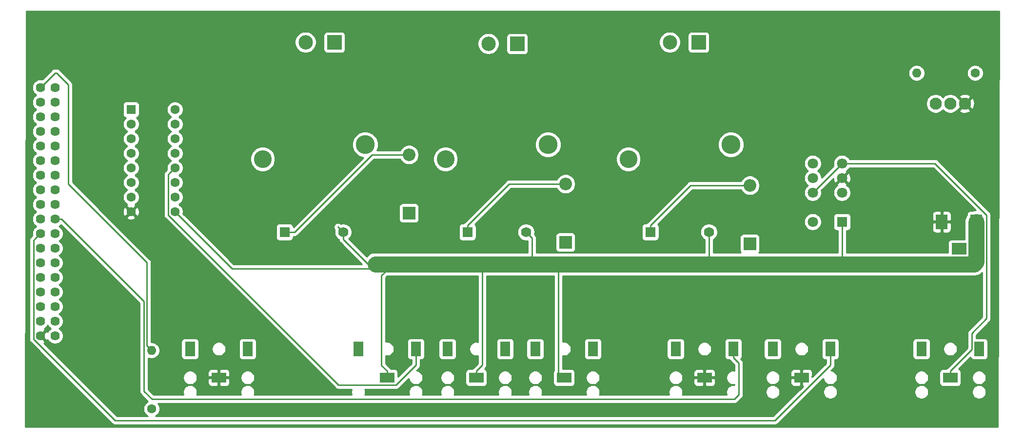
<source format=gbl>
G04 #@! TF.GenerationSoftware,KiCad,Pcbnew,5.1.5-52549c5~84~ubuntu18.04.1*
G04 #@! TF.CreationDate,2020-02-03T20:08:21-05:00*
G04 #@! TF.ProjectId,cropdroid-reservoir,63726f70-6472-46f6-9964-2d7265736572,v1*
G04 #@! TF.SameCoordinates,Original*
G04 #@! TF.FileFunction,Copper,L2,Bot*
G04 #@! TF.FilePolarity,Positive*
%FSLAX46Y46*%
G04 Gerber Fmt 4.6, Leading zero omitted, Abs format (unit mm)*
G04 Created by KiCad (PCBNEW 5.1.5-52549c5~84~ubuntu18.04.1) date 2020-02-03 20:08:21*
%MOMM*%
%LPD*%
G04 APERTURE LIST*
%ADD10O,1.600000X1.600000*%
%ADD11C,1.600000*%
%ADD12R,1.800000X2.500000*%
%ADD13R,2.500000X1.800000*%
%ADD14O,2.200000X2.200000*%
%ADD15R,2.200000X2.200000*%
%ADD16R,2.500000X2.500000*%
%ADD17C,2.500000*%
%ADD18C,2.100000*%
%ADD19C,1.620010*%
%ADD20R,2.600000X2.000000*%
%ADD21R,2.000000X2.600000*%
%ADD22C,1.760000*%
%ADD23R,1.760000X1.760000*%
%ADD24C,3.090000*%
%ADD25C,3.290000*%
%ADD26R,1.600000X1.600000*%
%ADD27C,1.800000*%
%ADD28R,1.800000X1.800000*%
%ADD29C,0.254000*%
%ADD30C,2.794000*%
G04 APERTURE END LIST*
D10*
X86106000Y-120650000D03*
D11*
X86106000Y-130810000D03*
D12*
X92790000Y-120396000D03*
X102790000Y-120396000D03*
D13*
X97790000Y-125396000D03*
D10*
X218948000Y-72390000D03*
D11*
X229108000Y-72390000D03*
D13*
X182118000Y-125396000D03*
D12*
X187118000Y-120396000D03*
X177118000Y-120396000D03*
D13*
X198962000Y-125396000D03*
D12*
X203962000Y-120396000D03*
X193962000Y-120396000D03*
D14*
X189992000Y-91948000D03*
D15*
X189992000Y-102108000D03*
D14*
X157988000Y-91694000D03*
D15*
X157988000Y-101854000D03*
D14*
X130810000Y-86614000D03*
D15*
X130810000Y-96774000D03*
D16*
X117856000Y-67056000D03*
D17*
X112856000Y-67056000D03*
D13*
X127000000Y-125396000D03*
D12*
X132000000Y-120396000D03*
X122000000Y-120396000D03*
X137494000Y-120396000D03*
X147494000Y-120396000D03*
D13*
X142494000Y-125396000D03*
D12*
X152734000Y-120396000D03*
X162734000Y-120396000D03*
D13*
X157734000Y-125396000D03*
X224790000Y-125396000D03*
D12*
X229790000Y-120396000D03*
X219790000Y-120396000D03*
D18*
X222250000Y-77724000D03*
X224790000Y-77724000D03*
X227330000Y-77724000D03*
D17*
X144606000Y-67310000D03*
D16*
X149606000Y-67310000D03*
X181102000Y-67056000D03*
D17*
X176102000Y-67056000D03*
D19*
X66802000Y-74930000D03*
X69342000Y-74930000D03*
X66802000Y-77470000D03*
X69342000Y-77470000D03*
X66802000Y-80010000D03*
X69342000Y-80010000D03*
X66802000Y-82550000D03*
X69342000Y-82550000D03*
X66802000Y-85090000D03*
X69342000Y-85090000D03*
X66802000Y-87630000D03*
X69342000Y-87630000D03*
X66802000Y-90170000D03*
X69342000Y-90170000D03*
X66802000Y-92710000D03*
X69342000Y-92710000D03*
X66802000Y-95250000D03*
X69342000Y-95250000D03*
X66802000Y-97790000D03*
X69342000Y-97790000D03*
X66802000Y-100330000D03*
X69342000Y-100330000D03*
X66802000Y-102870000D03*
X69342000Y-102870000D03*
X66802000Y-105410000D03*
X69342000Y-105410000D03*
X66802000Y-107950000D03*
X69342000Y-107950000D03*
X66802000Y-110490000D03*
X69342000Y-110490000D03*
X66802000Y-113030000D03*
X69342000Y-113030000D03*
X66802000Y-115570000D03*
X69342000Y-115570000D03*
X66802000Y-118110000D03*
X69342000Y-118110000D03*
D20*
X226314000Y-102998000D03*
D21*
X229314000Y-98298000D03*
X223314000Y-98298000D03*
D22*
X119380000Y-100076000D03*
D23*
X109220000Y-100076000D03*
D24*
X105410000Y-87376000D03*
D25*
X123190000Y-84836000D03*
X154940000Y-84836000D03*
D24*
X137160000Y-87376000D03*
D23*
X140970000Y-100076000D03*
D22*
X151130000Y-100076000D03*
X182880000Y-100076000D03*
D23*
X172720000Y-100076000D03*
D24*
X168910000Y-87376000D03*
D25*
X186690000Y-84836000D03*
D26*
X82550000Y-78740000D03*
D11*
X82550000Y-81280000D03*
X82550000Y-83820000D03*
X82550000Y-86360000D03*
X82550000Y-88900000D03*
X82550000Y-91440000D03*
X82550000Y-93980000D03*
X90170000Y-93980000D03*
X90170000Y-91440000D03*
X90170000Y-88900000D03*
X90170000Y-86360000D03*
X90170000Y-83820000D03*
X90170000Y-81280000D03*
X90170000Y-78740000D03*
X82550000Y-96520000D03*
X90170000Y-96520000D03*
D27*
X200914000Y-98298000D03*
X200914000Y-93218000D03*
X200914000Y-90678000D03*
X200914000Y-88138000D03*
X205994000Y-88138000D03*
X205994000Y-90678000D03*
X205994000Y-93218000D03*
D28*
X205994000Y-98298000D03*
D29*
X203962000Y-121980000D02*
X203962000Y-120476000D01*
X203962000Y-123231802D02*
X194351802Y-132842000D01*
X203962000Y-120396000D02*
X203962000Y-123231802D01*
X65991996Y-101140004D02*
X66802000Y-100330000D01*
X65610994Y-101521006D02*
X65991996Y-101140004D01*
X65610994Y-118681684D02*
X65610994Y-101521006D01*
X79771310Y-132842000D02*
X65610994Y-118681684D01*
X194351802Y-132842000D02*
X79771310Y-132842000D01*
X69342000Y-72390000D02*
X66802000Y-74930000D01*
X85306001Y-119850001D02*
X85306001Y-105372001D01*
X85306001Y-105372001D02*
X71628000Y-91694000D01*
X71628000Y-91694000D02*
X71628000Y-74422000D01*
X86106000Y-120650000D02*
X85306001Y-119850001D01*
X71628000Y-74422000D02*
X69596000Y-72390000D01*
X69596000Y-72390000D02*
X69342000Y-72390000D01*
X88988999Y-90081001D02*
X89370001Y-89699999D01*
X118579119Y-126677001D02*
X88988999Y-97086881D01*
X128554801Y-126677001D02*
X118579119Y-126677001D01*
X89370001Y-89699999D02*
X90170000Y-88900000D01*
X88988999Y-97086881D02*
X88988999Y-90081001D01*
X132000000Y-123231802D02*
X128554801Y-126677001D01*
X132000000Y-120396000D02*
X132000000Y-123231802D01*
X188099001Y-128366881D02*
X188099001Y-122881001D01*
X187334881Y-129131001D02*
X188099001Y-128366881D01*
X187118000Y-121900000D02*
X187118000Y-120396000D01*
X86174883Y-129131001D02*
X187334881Y-129131001D01*
X84797991Y-127754109D02*
X86174883Y-129131001D01*
X84797991Y-112100471D02*
X84797991Y-127754109D01*
X70487520Y-97790000D02*
X84797991Y-112100471D01*
X188099001Y-122881001D02*
X187118000Y-121900000D01*
X69342000Y-97790000D02*
X70487520Y-97790000D01*
D30*
X229314000Y-105269802D02*
X228934801Y-105649001D01*
X229314000Y-98298000D02*
X229314000Y-105269802D01*
D29*
X152009999Y-105527999D02*
X152146000Y-105664000D01*
X151130000Y-100076000D02*
X152009999Y-100955999D01*
X182880000Y-100076000D02*
X182880000Y-105410000D01*
X182880000Y-105410000D02*
X182626000Y-105664000D01*
X126018999Y-107661001D02*
X128016000Y-105664000D01*
X127000000Y-124242000D02*
X126018999Y-123260999D01*
X127000000Y-125396000D02*
X127000000Y-124242000D01*
X126018999Y-123260999D02*
X126018999Y-107661001D01*
D30*
X128016000Y-105664000D02*
X124953001Y-105649001D01*
D29*
X143510000Y-123226000D02*
X143510000Y-105664000D01*
X142494000Y-125396000D02*
X142494000Y-124242000D01*
X142494000Y-124242000D02*
X143510000Y-123226000D01*
D30*
X152146000Y-105664000D02*
X143510000Y-105664000D01*
X143510000Y-105664000D02*
X128016000Y-105664000D01*
D29*
X156752999Y-124764999D02*
X156752999Y-106391001D01*
X156752999Y-106391001D02*
X157480000Y-105664000D01*
X157384000Y-125396000D02*
X156752999Y-124764999D01*
D30*
X182626000Y-105664000D02*
X157480000Y-105664000D01*
D29*
X157734000Y-125396000D02*
X157384000Y-125396000D01*
D30*
X157480000Y-105664000D02*
X152146000Y-105664000D01*
D29*
X118500001Y-99196001D02*
X119380000Y-100076000D01*
X90170000Y-96520000D02*
X90969999Y-97319999D01*
X152146000Y-101092000D02*
X151130000Y-100076000D01*
X152146000Y-105664000D02*
X152146000Y-101092000D01*
X90170000Y-96520000D02*
X100076000Y-106426000D01*
X124176002Y-106426000D02*
X124953001Y-105649001D01*
X100076000Y-106426000D02*
X124176002Y-106426000D01*
X123708494Y-105649001D02*
X124953001Y-105649001D01*
X119380000Y-101320507D02*
X123708494Y-105649001D01*
X119380000Y-100076000D02*
X119380000Y-101320507D01*
X205994000Y-105410000D02*
X205740000Y-105664000D01*
X205994000Y-98298000D02*
X205994000Y-105410000D01*
D30*
X228934801Y-105649001D02*
X205740000Y-105664000D01*
X205740000Y-105664000D02*
X182626000Y-105664000D01*
D29*
X110354000Y-100076000D02*
X109220000Y-100076000D01*
X110948482Y-100076000D02*
X110354000Y-100076000D01*
X124410482Y-86614000D02*
X110948482Y-100076000D01*
X130810000Y-86614000D02*
X124410482Y-86614000D01*
X140970000Y-98942000D02*
X140970000Y-100076000D01*
X148218000Y-91694000D02*
X140970000Y-98942000D01*
X157988000Y-91694000D02*
X148218000Y-91694000D01*
X172720000Y-98942000D02*
X172720000Y-100076000D01*
X179714000Y-91948000D02*
X172720000Y-98942000D01*
X189992000Y-91948000D02*
X179714000Y-91948000D01*
X231092010Y-97090208D02*
X222139802Y-88138000D01*
X228508999Y-117693001D02*
X231092010Y-115109990D01*
X231092010Y-115109990D02*
X231092010Y-97090208D01*
X228508999Y-120523001D02*
X228508999Y-117693001D01*
X224790000Y-124242000D02*
X228508999Y-120523001D01*
X207266792Y-88138000D02*
X205994000Y-88138000D01*
X222139802Y-88138000D02*
X207266792Y-88138000D01*
X224790000Y-125396000D02*
X224790000Y-124242000D01*
X205994000Y-88138000D02*
X201930000Y-92202000D01*
X205994000Y-88138000D02*
X200914000Y-93218000D01*
G36*
X233022273Y-133960000D02*
G01*
X64162279Y-133960000D01*
X64274137Y-101521006D01*
X64845308Y-101521006D01*
X64848995Y-101558439D01*
X64848994Y-118644261D01*
X64845308Y-118681684D01*
X64848994Y-118719107D01*
X64848994Y-118719109D01*
X64860020Y-118831061D01*
X64903592Y-118974698D01*
X64903593Y-118974699D01*
X64974349Y-119107076D01*
X65013977Y-119155362D01*
X65069572Y-119223106D01*
X65098648Y-119246968D01*
X79206031Y-133354352D01*
X79229888Y-133383422D01*
X79258958Y-133407279D01*
X79345917Y-133478645D01*
X79416674Y-133516465D01*
X79478295Y-133549402D01*
X79621932Y-133592974D01*
X79733884Y-133604000D01*
X79733887Y-133604000D01*
X79771310Y-133607686D01*
X79808733Y-133604000D01*
X194314379Y-133604000D01*
X194351802Y-133607686D01*
X194389225Y-133604000D01*
X194389228Y-133604000D01*
X194501180Y-133592974D01*
X194644817Y-133549402D01*
X194777194Y-133478645D01*
X194893224Y-133383422D01*
X194917086Y-133354346D01*
X200497069Y-127774363D01*
X202727000Y-127774363D01*
X202727000Y-128017637D01*
X202774460Y-128256236D01*
X202867557Y-128480992D01*
X203002713Y-128683267D01*
X203174733Y-128855287D01*
X203377008Y-128990443D01*
X203601764Y-129083540D01*
X203840363Y-129131000D01*
X204083637Y-129131000D01*
X204322236Y-129083540D01*
X204546992Y-128990443D01*
X204749267Y-128855287D01*
X204921287Y-128683267D01*
X205056443Y-128480992D01*
X205149540Y-128256236D01*
X205197000Y-128017637D01*
X205197000Y-127774363D01*
X218555000Y-127774363D01*
X218555000Y-128017637D01*
X218602460Y-128256236D01*
X218695557Y-128480992D01*
X218830713Y-128683267D01*
X219002733Y-128855287D01*
X219205008Y-128990443D01*
X219429764Y-129083540D01*
X219668363Y-129131000D01*
X219911637Y-129131000D01*
X220150236Y-129083540D01*
X220374992Y-128990443D01*
X220577267Y-128855287D01*
X220749287Y-128683267D01*
X220884443Y-128480992D01*
X220977540Y-128256236D01*
X221025000Y-128017637D01*
X221025000Y-127774363D01*
X228555000Y-127774363D01*
X228555000Y-128017637D01*
X228602460Y-128256236D01*
X228695557Y-128480992D01*
X228830713Y-128683267D01*
X229002733Y-128855287D01*
X229205008Y-128990443D01*
X229429764Y-129083540D01*
X229668363Y-129131000D01*
X229911637Y-129131000D01*
X230150236Y-129083540D01*
X230374992Y-128990443D01*
X230577267Y-128855287D01*
X230749287Y-128683267D01*
X230884443Y-128480992D01*
X230977540Y-128256236D01*
X231025000Y-128017637D01*
X231025000Y-127774363D01*
X230977540Y-127535764D01*
X230884443Y-127311008D01*
X230749287Y-127108733D01*
X230577267Y-126936713D01*
X230374992Y-126801557D01*
X230150236Y-126708460D01*
X229911637Y-126661000D01*
X229668363Y-126661000D01*
X229429764Y-126708460D01*
X229205008Y-126801557D01*
X229002733Y-126936713D01*
X228830713Y-127108733D01*
X228695557Y-127311008D01*
X228602460Y-127535764D01*
X228555000Y-127774363D01*
X221025000Y-127774363D01*
X220977540Y-127535764D01*
X220884443Y-127311008D01*
X220749287Y-127108733D01*
X220577267Y-126936713D01*
X220374992Y-126801557D01*
X220150236Y-126708460D01*
X219911637Y-126661000D01*
X219668363Y-126661000D01*
X219429764Y-126708460D01*
X219205008Y-126801557D01*
X219002733Y-126936713D01*
X218830713Y-127108733D01*
X218695557Y-127311008D01*
X218602460Y-127535764D01*
X218555000Y-127774363D01*
X205197000Y-127774363D01*
X205149540Y-127535764D01*
X205056443Y-127311008D01*
X204921287Y-127108733D01*
X204749267Y-126936713D01*
X204546992Y-126801557D01*
X204322236Y-126708460D01*
X204083637Y-126661000D01*
X203840363Y-126661000D01*
X203601764Y-126708460D01*
X203377008Y-126801557D01*
X203174733Y-126936713D01*
X203002713Y-127108733D01*
X202867557Y-127311008D01*
X202774460Y-127535764D01*
X202727000Y-127774363D01*
X200497069Y-127774363D01*
X202731446Y-125539987D01*
X202774460Y-125756236D01*
X202867557Y-125980992D01*
X203002713Y-126183267D01*
X203174733Y-126355287D01*
X203377008Y-126490443D01*
X203601764Y-126583540D01*
X203840363Y-126631000D01*
X204083637Y-126631000D01*
X204322236Y-126583540D01*
X204546992Y-126490443D01*
X204749267Y-126355287D01*
X204921287Y-126183267D01*
X205056443Y-125980992D01*
X205149540Y-125756236D01*
X205197000Y-125517637D01*
X205197000Y-125274363D01*
X218555000Y-125274363D01*
X218555000Y-125517637D01*
X218602460Y-125756236D01*
X218695557Y-125980992D01*
X218830713Y-126183267D01*
X219002733Y-126355287D01*
X219205008Y-126490443D01*
X219429764Y-126583540D01*
X219668363Y-126631000D01*
X219911637Y-126631000D01*
X220150236Y-126583540D01*
X220374992Y-126490443D01*
X220577267Y-126355287D01*
X220749287Y-126183267D01*
X220884443Y-125980992D01*
X220977540Y-125756236D01*
X221025000Y-125517637D01*
X221025000Y-125274363D01*
X220977540Y-125035764D01*
X220884443Y-124811008D01*
X220749287Y-124608733D01*
X220577267Y-124436713D01*
X220374992Y-124301557D01*
X220150236Y-124208460D01*
X219911637Y-124161000D01*
X219668363Y-124161000D01*
X219429764Y-124208460D01*
X219205008Y-124301557D01*
X219002733Y-124436713D01*
X218830713Y-124608733D01*
X218695557Y-124811008D01*
X218602460Y-125035764D01*
X218555000Y-125274363D01*
X205197000Y-125274363D01*
X205149540Y-125035764D01*
X205056443Y-124811008D01*
X204921287Y-124608733D01*
X204749267Y-124436713D01*
X204546992Y-124301557D01*
X204322236Y-124208460D01*
X204105987Y-124165446D01*
X204474352Y-123797081D01*
X204503422Y-123773224D01*
X204598645Y-123657194D01*
X204669402Y-123524817D01*
X204712974Y-123381180D01*
X204724000Y-123269228D01*
X204724000Y-123269226D01*
X204727686Y-123231803D01*
X204724000Y-123194380D01*
X204724000Y-122284072D01*
X204862000Y-122284072D01*
X204986482Y-122271812D01*
X205106180Y-122235502D01*
X205216494Y-122176537D01*
X205313185Y-122097185D01*
X205392537Y-122000494D01*
X205451502Y-121890180D01*
X205487812Y-121770482D01*
X205500072Y-121646000D01*
X205500072Y-119146000D01*
X218251928Y-119146000D01*
X218251928Y-121646000D01*
X218264188Y-121770482D01*
X218300498Y-121890180D01*
X218359463Y-122000494D01*
X218438815Y-122097185D01*
X218535506Y-122176537D01*
X218645820Y-122235502D01*
X218765518Y-122271812D01*
X218890000Y-122284072D01*
X220690000Y-122284072D01*
X220814482Y-122271812D01*
X220934180Y-122235502D01*
X221044494Y-122176537D01*
X221141185Y-122097185D01*
X221220537Y-122000494D01*
X221279502Y-121890180D01*
X221315812Y-121770482D01*
X221328072Y-121646000D01*
X221328072Y-120274363D01*
X223555000Y-120274363D01*
X223555000Y-120517637D01*
X223602460Y-120756236D01*
X223695557Y-120980992D01*
X223830713Y-121183267D01*
X224002733Y-121355287D01*
X224205008Y-121490443D01*
X224429764Y-121583540D01*
X224668363Y-121631000D01*
X224911637Y-121631000D01*
X225150236Y-121583540D01*
X225374992Y-121490443D01*
X225577267Y-121355287D01*
X225749287Y-121183267D01*
X225884443Y-120980992D01*
X225977540Y-120756236D01*
X226025000Y-120517637D01*
X226025000Y-120274363D01*
X225977540Y-120035764D01*
X225884443Y-119811008D01*
X225749287Y-119608733D01*
X225577267Y-119436713D01*
X225374992Y-119301557D01*
X225150236Y-119208460D01*
X224911637Y-119161000D01*
X224668363Y-119161000D01*
X224429764Y-119208460D01*
X224205008Y-119301557D01*
X224002733Y-119436713D01*
X223830713Y-119608733D01*
X223695557Y-119811008D01*
X223602460Y-120035764D01*
X223555000Y-120274363D01*
X221328072Y-120274363D01*
X221328072Y-119146000D01*
X221315812Y-119021518D01*
X221279502Y-118901820D01*
X221220537Y-118791506D01*
X221141185Y-118694815D01*
X221044494Y-118615463D01*
X220934180Y-118556498D01*
X220814482Y-118520188D01*
X220690000Y-118507928D01*
X218890000Y-118507928D01*
X218765518Y-118520188D01*
X218645820Y-118556498D01*
X218535506Y-118615463D01*
X218438815Y-118694815D01*
X218359463Y-118791506D01*
X218300498Y-118901820D01*
X218264188Y-119021518D01*
X218251928Y-119146000D01*
X205500072Y-119146000D01*
X205487812Y-119021518D01*
X205451502Y-118901820D01*
X205392537Y-118791506D01*
X205313185Y-118694815D01*
X205216494Y-118615463D01*
X205106180Y-118556498D01*
X204986482Y-118520188D01*
X204862000Y-118507928D01*
X203062000Y-118507928D01*
X202937518Y-118520188D01*
X202817820Y-118556498D01*
X202707506Y-118615463D01*
X202610815Y-118694815D01*
X202531463Y-118791506D01*
X202472498Y-118901820D01*
X202436188Y-119021518D01*
X202423928Y-119146000D01*
X202423928Y-121646000D01*
X202436188Y-121770482D01*
X202472498Y-121890180D01*
X202531463Y-122000494D01*
X202610815Y-122097185D01*
X202707506Y-122176537D01*
X202817820Y-122235502D01*
X202937518Y-122271812D01*
X203062000Y-122284072D01*
X203200001Y-122284072D01*
X203200001Y-122916170D01*
X200847000Y-125269171D01*
X200847000Y-125268998D01*
X200688252Y-125268998D01*
X200847000Y-125110250D01*
X200850072Y-124496000D01*
X200837812Y-124371518D01*
X200801502Y-124251820D01*
X200742537Y-124141506D01*
X200663185Y-124044815D01*
X200566494Y-123965463D01*
X200456180Y-123906498D01*
X200336482Y-123870188D01*
X200212000Y-123857928D01*
X199247750Y-123861000D01*
X199089000Y-124019750D01*
X199089000Y-125269000D01*
X199109000Y-125269000D01*
X199109000Y-125523000D01*
X199089000Y-125523000D01*
X199089000Y-126772250D01*
X199216461Y-126899711D01*
X194036172Y-132080000D01*
X86788241Y-132080000D01*
X87020759Y-131924637D01*
X87220637Y-131724759D01*
X87377680Y-131489727D01*
X87485853Y-131228574D01*
X87541000Y-130951335D01*
X87541000Y-130668665D01*
X87485853Y-130391426D01*
X87377680Y-130130273D01*
X87220637Y-129895241D01*
X87218397Y-129893001D01*
X187297458Y-129893001D01*
X187334881Y-129896687D01*
X187372304Y-129893001D01*
X187372307Y-129893001D01*
X187484259Y-129881975D01*
X187627896Y-129838403D01*
X187760273Y-129767646D01*
X187876303Y-129672423D01*
X187900165Y-129643348D01*
X188611354Y-128932159D01*
X188640423Y-128908303D01*
X188683932Y-128855287D01*
X188735646Y-128792274D01*
X188806402Y-128659897D01*
X188806403Y-128659896D01*
X188849975Y-128516259D01*
X188861001Y-128404307D01*
X188861001Y-128404304D01*
X188864687Y-128366881D01*
X188861001Y-128329458D01*
X188861001Y-127774363D01*
X192727000Y-127774363D01*
X192727000Y-128017637D01*
X192774460Y-128256236D01*
X192867557Y-128480992D01*
X193002713Y-128683267D01*
X193174733Y-128855287D01*
X193377008Y-128990443D01*
X193601764Y-129083540D01*
X193840363Y-129131000D01*
X194083637Y-129131000D01*
X194322236Y-129083540D01*
X194546992Y-128990443D01*
X194749267Y-128855287D01*
X194921287Y-128683267D01*
X195056443Y-128480992D01*
X195149540Y-128256236D01*
X195197000Y-128017637D01*
X195197000Y-127774363D01*
X195149540Y-127535764D01*
X195056443Y-127311008D01*
X194921287Y-127108733D01*
X194749267Y-126936713D01*
X194546992Y-126801557D01*
X194322236Y-126708460D01*
X194083637Y-126661000D01*
X193840363Y-126661000D01*
X193601764Y-126708460D01*
X193377008Y-126801557D01*
X193174733Y-126936713D01*
X193002713Y-127108733D01*
X192867557Y-127311008D01*
X192774460Y-127535764D01*
X192727000Y-127774363D01*
X188861001Y-127774363D01*
X188861001Y-125274363D01*
X192727000Y-125274363D01*
X192727000Y-125517637D01*
X192774460Y-125756236D01*
X192867557Y-125980992D01*
X193002713Y-126183267D01*
X193174733Y-126355287D01*
X193377008Y-126490443D01*
X193601764Y-126583540D01*
X193840363Y-126631000D01*
X194083637Y-126631000D01*
X194322236Y-126583540D01*
X194546992Y-126490443D01*
X194749267Y-126355287D01*
X194808554Y-126296000D01*
X197073928Y-126296000D01*
X197086188Y-126420482D01*
X197122498Y-126540180D01*
X197181463Y-126650494D01*
X197260815Y-126747185D01*
X197357506Y-126826537D01*
X197467820Y-126885502D01*
X197587518Y-126921812D01*
X197712000Y-126934072D01*
X198676250Y-126931000D01*
X198835000Y-126772250D01*
X198835000Y-125523000D01*
X197235750Y-125523000D01*
X197077000Y-125681750D01*
X197073928Y-126296000D01*
X194808554Y-126296000D01*
X194921287Y-126183267D01*
X195056443Y-125980992D01*
X195149540Y-125756236D01*
X195197000Y-125517637D01*
X195197000Y-125274363D01*
X195149540Y-125035764D01*
X195056443Y-124811008D01*
X194921287Y-124608733D01*
X194808554Y-124496000D01*
X197073928Y-124496000D01*
X197077000Y-125110250D01*
X197235750Y-125269000D01*
X198835000Y-125269000D01*
X198835000Y-124019750D01*
X198676250Y-123861000D01*
X197712000Y-123857928D01*
X197587518Y-123870188D01*
X197467820Y-123906498D01*
X197357506Y-123965463D01*
X197260815Y-124044815D01*
X197181463Y-124141506D01*
X197122498Y-124251820D01*
X197086188Y-124371518D01*
X197073928Y-124496000D01*
X194808554Y-124496000D01*
X194749267Y-124436713D01*
X194546992Y-124301557D01*
X194322236Y-124208460D01*
X194083637Y-124161000D01*
X193840363Y-124161000D01*
X193601764Y-124208460D01*
X193377008Y-124301557D01*
X193174733Y-124436713D01*
X193002713Y-124608733D01*
X192867557Y-124811008D01*
X192774460Y-125035764D01*
X192727000Y-125274363D01*
X188861001Y-125274363D01*
X188861001Y-122918424D01*
X188864687Y-122881001D01*
X188860216Y-122835607D01*
X188849975Y-122731623D01*
X188806403Y-122587986D01*
X188756868Y-122495313D01*
X188735646Y-122455608D01*
X188664280Y-122368649D01*
X188640423Y-122339579D01*
X188611352Y-122315722D01*
X188427239Y-122131609D01*
X188469185Y-122097185D01*
X188548537Y-122000494D01*
X188607502Y-121890180D01*
X188643812Y-121770482D01*
X188656072Y-121646000D01*
X188656072Y-119146000D01*
X192423928Y-119146000D01*
X192423928Y-121646000D01*
X192436188Y-121770482D01*
X192472498Y-121890180D01*
X192531463Y-122000494D01*
X192610815Y-122097185D01*
X192707506Y-122176537D01*
X192817820Y-122235502D01*
X192937518Y-122271812D01*
X193062000Y-122284072D01*
X194862000Y-122284072D01*
X194986482Y-122271812D01*
X195106180Y-122235502D01*
X195216494Y-122176537D01*
X195313185Y-122097185D01*
X195392537Y-122000494D01*
X195451502Y-121890180D01*
X195487812Y-121770482D01*
X195500072Y-121646000D01*
X195500072Y-120274363D01*
X197727000Y-120274363D01*
X197727000Y-120517637D01*
X197774460Y-120756236D01*
X197867557Y-120980992D01*
X198002713Y-121183267D01*
X198174733Y-121355287D01*
X198377008Y-121490443D01*
X198601764Y-121583540D01*
X198840363Y-121631000D01*
X199083637Y-121631000D01*
X199322236Y-121583540D01*
X199546992Y-121490443D01*
X199749267Y-121355287D01*
X199921287Y-121183267D01*
X200056443Y-120980992D01*
X200149540Y-120756236D01*
X200197000Y-120517637D01*
X200197000Y-120274363D01*
X200149540Y-120035764D01*
X200056443Y-119811008D01*
X199921287Y-119608733D01*
X199749267Y-119436713D01*
X199546992Y-119301557D01*
X199322236Y-119208460D01*
X199083637Y-119161000D01*
X198840363Y-119161000D01*
X198601764Y-119208460D01*
X198377008Y-119301557D01*
X198174733Y-119436713D01*
X198002713Y-119608733D01*
X197867557Y-119811008D01*
X197774460Y-120035764D01*
X197727000Y-120274363D01*
X195500072Y-120274363D01*
X195500072Y-119146000D01*
X195487812Y-119021518D01*
X195451502Y-118901820D01*
X195392537Y-118791506D01*
X195313185Y-118694815D01*
X195216494Y-118615463D01*
X195106180Y-118556498D01*
X194986482Y-118520188D01*
X194862000Y-118507928D01*
X193062000Y-118507928D01*
X192937518Y-118520188D01*
X192817820Y-118556498D01*
X192707506Y-118615463D01*
X192610815Y-118694815D01*
X192531463Y-118791506D01*
X192472498Y-118901820D01*
X192436188Y-119021518D01*
X192423928Y-119146000D01*
X188656072Y-119146000D01*
X188643812Y-119021518D01*
X188607502Y-118901820D01*
X188548537Y-118791506D01*
X188469185Y-118694815D01*
X188372494Y-118615463D01*
X188262180Y-118556498D01*
X188142482Y-118520188D01*
X188018000Y-118507928D01*
X186218000Y-118507928D01*
X186093518Y-118520188D01*
X185973820Y-118556498D01*
X185863506Y-118615463D01*
X185766815Y-118694815D01*
X185687463Y-118791506D01*
X185628498Y-118901820D01*
X185592188Y-119021518D01*
X185579928Y-119146000D01*
X185579928Y-121646000D01*
X185592188Y-121770482D01*
X185628498Y-121890180D01*
X185687463Y-122000494D01*
X185766815Y-122097185D01*
X185863506Y-122176537D01*
X185973820Y-122235502D01*
X186093518Y-122271812D01*
X186218000Y-122284072D01*
X186459269Y-122284072D01*
X186481355Y-122325392D01*
X186516855Y-122368649D01*
X186576578Y-122441422D01*
X186605654Y-122465284D01*
X187337002Y-123196633D01*
X187337002Y-124180367D01*
X187239637Y-124161000D01*
X186996363Y-124161000D01*
X186757764Y-124208460D01*
X186533008Y-124301557D01*
X186330733Y-124436713D01*
X186158713Y-124608733D01*
X186023557Y-124811008D01*
X185930460Y-125035764D01*
X185883000Y-125274363D01*
X185883000Y-125517637D01*
X185930460Y-125756236D01*
X186023557Y-125980992D01*
X186158713Y-126183267D01*
X186330733Y-126355287D01*
X186533008Y-126490443D01*
X186757764Y-126583540D01*
X186996363Y-126631000D01*
X187239637Y-126631000D01*
X187337001Y-126611633D01*
X187337001Y-126680367D01*
X187239637Y-126661000D01*
X186996363Y-126661000D01*
X186757764Y-126708460D01*
X186533008Y-126801557D01*
X186330733Y-126936713D01*
X186158713Y-127108733D01*
X186023557Y-127311008D01*
X185930460Y-127535764D01*
X185883000Y-127774363D01*
X185883000Y-128017637D01*
X185930460Y-128256236D01*
X185977169Y-128369001D01*
X178258831Y-128369001D01*
X178305540Y-128256236D01*
X178353000Y-128017637D01*
X178353000Y-127774363D01*
X178305540Y-127535764D01*
X178212443Y-127311008D01*
X178077287Y-127108733D01*
X177905267Y-126936713D01*
X177702992Y-126801557D01*
X177478236Y-126708460D01*
X177239637Y-126661000D01*
X176996363Y-126661000D01*
X176757764Y-126708460D01*
X176533008Y-126801557D01*
X176330733Y-126936713D01*
X176158713Y-127108733D01*
X176023557Y-127311008D01*
X175930460Y-127535764D01*
X175883000Y-127774363D01*
X175883000Y-128017637D01*
X175930460Y-128256236D01*
X175977169Y-128369001D01*
X163874831Y-128369001D01*
X163921540Y-128256236D01*
X163969000Y-128017637D01*
X163969000Y-127774363D01*
X163921540Y-127535764D01*
X163828443Y-127311008D01*
X163693287Y-127108733D01*
X163521267Y-126936713D01*
X163318992Y-126801557D01*
X163094236Y-126708460D01*
X162855637Y-126661000D01*
X162612363Y-126661000D01*
X162373764Y-126708460D01*
X162149008Y-126801557D01*
X161946733Y-126936713D01*
X161774713Y-127108733D01*
X161639557Y-127311008D01*
X161546460Y-127535764D01*
X161499000Y-127774363D01*
X161499000Y-128017637D01*
X161546460Y-128256236D01*
X161593169Y-128369001D01*
X153874831Y-128369001D01*
X153921540Y-128256236D01*
X153969000Y-128017637D01*
X153969000Y-127774363D01*
X153921540Y-127535764D01*
X153828443Y-127311008D01*
X153693287Y-127108733D01*
X153521267Y-126936713D01*
X153318992Y-126801557D01*
X153094236Y-126708460D01*
X152855637Y-126661000D01*
X152612363Y-126661000D01*
X152373764Y-126708460D01*
X152149008Y-126801557D01*
X151946733Y-126936713D01*
X151774713Y-127108733D01*
X151639557Y-127311008D01*
X151546460Y-127535764D01*
X151499000Y-127774363D01*
X151499000Y-128017637D01*
X151546460Y-128256236D01*
X151593169Y-128369001D01*
X148634831Y-128369001D01*
X148681540Y-128256236D01*
X148729000Y-128017637D01*
X148729000Y-127774363D01*
X148681540Y-127535764D01*
X148588443Y-127311008D01*
X148453287Y-127108733D01*
X148281267Y-126936713D01*
X148078992Y-126801557D01*
X147854236Y-126708460D01*
X147615637Y-126661000D01*
X147372363Y-126661000D01*
X147133764Y-126708460D01*
X146909008Y-126801557D01*
X146706733Y-126936713D01*
X146534713Y-127108733D01*
X146399557Y-127311008D01*
X146306460Y-127535764D01*
X146259000Y-127774363D01*
X146259000Y-128017637D01*
X146306460Y-128256236D01*
X146353169Y-128369001D01*
X138634831Y-128369001D01*
X138681540Y-128256236D01*
X138729000Y-128017637D01*
X138729000Y-127774363D01*
X138681540Y-127535764D01*
X138588443Y-127311008D01*
X138453287Y-127108733D01*
X138281267Y-126936713D01*
X138078992Y-126801557D01*
X137854236Y-126708460D01*
X137615637Y-126661000D01*
X137372363Y-126661000D01*
X137133764Y-126708460D01*
X136909008Y-126801557D01*
X136706733Y-126936713D01*
X136534713Y-127108733D01*
X136399557Y-127311008D01*
X136306460Y-127535764D01*
X136259000Y-127774363D01*
X136259000Y-128017637D01*
X136306460Y-128256236D01*
X136353169Y-128369001D01*
X133140831Y-128369001D01*
X133187540Y-128256236D01*
X133235000Y-128017637D01*
X133235000Y-127774363D01*
X133187540Y-127535764D01*
X133094443Y-127311008D01*
X132959287Y-127108733D01*
X132787267Y-126936713D01*
X132584992Y-126801557D01*
X132360236Y-126708460D01*
X132121637Y-126661000D01*
X131878363Y-126661000D01*
X131639764Y-126708460D01*
X131415008Y-126801557D01*
X131212733Y-126936713D01*
X131040713Y-127108733D01*
X130905557Y-127311008D01*
X130812460Y-127535764D01*
X130765000Y-127774363D01*
X130765000Y-128017637D01*
X130812460Y-128256236D01*
X130859169Y-128369001D01*
X123140831Y-128369001D01*
X123187540Y-128256236D01*
X123235000Y-128017637D01*
X123235000Y-127774363D01*
X123187540Y-127535764D01*
X123147459Y-127439001D01*
X128517378Y-127439001D01*
X128554801Y-127442687D01*
X128592224Y-127439001D01*
X128592227Y-127439001D01*
X128704179Y-127427975D01*
X128847816Y-127384403D01*
X128980193Y-127313646D01*
X129096223Y-127218423D01*
X129120085Y-127189347D01*
X130769446Y-125539987D01*
X130812460Y-125756236D01*
X130905557Y-125980992D01*
X131040713Y-126183267D01*
X131212733Y-126355287D01*
X131415008Y-126490443D01*
X131639764Y-126583540D01*
X131878363Y-126631000D01*
X132121637Y-126631000D01*
X132360236Y-126583540D01*
X132584992Y-126490443D01*
X132787267Y-126355287D01*
X132959287Y-126183267D01*
X133094443Y-125980992D01*
X133187540Y-125756236D01*
X133235000Y-125517637D01*
X133235000Y-125274363D01*
X136259000Y-125274363D01*
X136259000Y-125517637D01*
X136306460Y-125756236D01*
X136399557Y-125980992D01*
X136534713Y-126183267D01*
X136706733Y-126355287D01*
X136909008Y-126490443D01*
X137133764Y-126583540D01*
X137372363Y-126631000D01*
X137615637Y-126631000D01*
X137854236Y-126583540D01*
X138078992Y-126490443D01*
X138281267Y-126355287D01*
X138453287Y-126183267D01*
X138588443Y-125980992D01*
X138681540Y-125756236D01*
X138729000Y-125517637D01*
X138729000Y-125274363D01*
X138681540Y-125035764D01*
X138588443Y-124811008D01*
X138453287Y-124608733D01*
X138281267Y-124436713D01*
X138078992Y-124301557D01*
X137854236Y-124208460D01*
X137615637Y-124161000D01*
X137372363Y-124161000D01*
X137133764Y-124208460D01*
X136909008Y-124301557D01*
X136706733Y-124436713D01*
X136534713Y-124608733D01*
X136399557Y-124811008D01*
X136306460Y-125035764D01*
X136259000Y-125274363D01*
X133235000Y-125274363D01*
X133187540Y-125035764D01*
X133094443Y-124811008D01*
X132959287Y-124608733D01*
X132787267Y-124436713D01*
X132584992Y-124301557D01*
X132360236Y-124208460D01*
X132143987Y-124165446D01*
X132512352Y-123797081D01*
X132541422Y-123773224D01*
X132636645Y-123657194D01*
X132707402Y-123524817D01*
X132750974Y-123381180D01*
X132762000Y-123269228D01*
X132762000Y-123269226D01*
X132765686Y-123231803D01*
X132762000Y-123194380D01*
X132762000Y-122284072D01*
X132900000Y-122284072D01*
X133024482Y-122271812D01*
X133144180Y-122235502D01*
X133254494Y-122176537D01*
X133351185Y-122097185D01*
X133430537Y-122000494D01*
X133489502Y-121890180D01*
X133525812Y-121770482D01*
X133538072Y-121646000D01*
X133538072Y-119146000D01*
X135955928Y-119146000D01*
X135955928Y-121646000D01*
X135968188Y-121770482D01*
X136004498Y-121890180D01*
X136063463Y-122000494D01*
X136142815Y-122097185D01*
X136239506Y-122176537D01*
X136349820Y-122235502D01*
X136469518Y-122271812D01*
X136594000Y-122284072D01*
X138394000Y-122284072D01*
X138518482Y-122271812D01*
X138638180Y-122235502D01*
X138748494Y-122176537D01*
X138845185Y-122097185D01*
X138924537Y-122000494D01*
X138983502Y-121890180D01*
X139019812Y-121770482D01*
X139032072Y-121646000D01*
X139032072Y-119146000D01*
X139019812Y-119021518D01*
X138983502Y-118901820D01*
X138924537Y-118791506D01*
X138845185Y-118694815D01*
X138748494Y-118615463D01*
X138638180Y-118556498D01*
X138518482Y-118520188D01*
X138394000Y-118507928D01*
X136594000Y-118507928D01*
X136469518Y-118520188D01*
X136349820Y-118556498D01*
X136239506Y-118615463D01*
X136142815Y-118694815D01*
X136063463Y-118791506D01*
X136004498Y-118901820D01*
X135968188Y-119021518D01*
X135955928Y-119146000D01*
X133538072Y-119146000D01*
X133525812Y-119021518D01*
X133489502Y-118901820D01*
X133430537Y-118791506D01*
X133351185Y-118694815D01*
X133254494Y-118615463D01*
X133144180Y-118556498D01*
X133024482Y-118520188D01*
X132900000Y-118507928D01*
X131100000Y-118507928D01*
X130975518Y-118520188D01*
X130855820Y-118556498D01*
X130745506Y-118615463D01*
X130648815Y-118694815D01*
X130569463Y-118791506D01*
X130510498Y-118901820D01*
X130474188Y-119021518D01*
X130461928Y-119146000D01*
X130461928Y-121646000D01*
X130474188Y-121770482D01*
X130510498Y-121890180D01*
X130569463Y-122000494D01*
X130648815Y-122097185D01*
X130745506Y-122176537D01*
X130855820Y-122235502D01*
X130975518Y-122271812D01*
X131100000Y-122284072D01*
X131238001Y-122284072D01*
X131238001Y-122916170D01*
X128888072Y-125266100D01*
X128888072Y-124496000D01*
X128875812Y-124371518D01*
X128839502Y-124251820D01*
X128780537Y-124141506D01*
X128701185Y-124044815D01*
X128604494Y-123965463D01*
X128494180Y-123906498D01*
X128374482Y-123870188D01*
X128250000Y-123857928D01*
X127658731Y-123857928D01*
X127636645Y-123816607D01*
X127565279Y-123729648D01*
X127541422Y-123700578D01*
X127512351Y-123676721D01*
X126780999Y-122945369D01*
X126780999Y-121611633D01*
X126878363Y-121631000D01*
X127121637Y-121631000D01*
X127360236Y-121583540D01*
X127584992Y-121490443D01*
X127787267Y-121355287D01*
X127959287Y-121183267D01*
X128094443Y-120980992D01*
X128187540Y-120756236D01*
X128235000Y-120517637D01*
X128235000Y-120274363D01*
X128187540Y-120035764D01*
X128094443Y-119811008D01*
X127959287Y-119608733D01*
X127787267Y-119436713D01*
X127584992Y-119301557D01*
X127360236Y-119208460D01*
X127121637Y-119161000D01*
X126878363Y-119161000D01*
X126780999Y-119180367D01*
X126780999Y-107976631D01*
X127066257Y-107691373D01*
X127911217Y-107695511D01*
X127916184Y-107696000D01*
X128011112Y-107696000D01*
X128105864Y-107696464D01*
X128110824Y-107696000D01*
X142748001Y-107696000D01*
X142748000Y-119187329D01*
X142615637Y-119161000D01*
X142372363Y-119161000D01*
X142133764Y-119208460D01*
X141909008Y-119301557D01*
X141706733Y-119436713D01*
X141534713Y-119608733D01*
X141399557Y-119811008D01*
X141306460Y-120035764D01*
X141259000Y-120274363D01*
X141259000Y-120517637D01*
X141306460Y-120756236D01*
X141399557Y-120980992D01*
X141534713Y-121183267D01*
X141706733Y-121355287D01*
X141909008Y-121490443D01*
X142133764Y-121583540D01*
X142372363Y-121631000D01*
X142615637Y-121631000D01*
X142748000Y-121604672D01*
X142748000Y-122910369D01*
X141981649Y-123676721D01*
X141952579Y-123700578D01*
X141928722Y-123729648D01*
X141928721Y-123729649D01*
X141857355Y-123816608D01*
X141835269Y-123857928D01*
X141244000Y-123857928D01*
X141119518Y-123870188D01*
X140999820Y-123906498D01*
X140889506Y-123965463D01*
X140792815Y-124044815D01*
X140713463Y-124141506D01*
X140654498Y-124251820D01*
X140618188Y-124371518D01*
X140605928Y-124496000D01*
X140605928Y-126296000D01*
X140618188Y-126420482D01*
X140654498Y-126540180D01*
X140713463Y-126650494D01*
X140792815Y-126747185D01*
X140889506Y-126826537D01*
X140999820Y-126885502D01*
X141119518Y-126921812D01*
X141244000Y-126934072D01*
X143744000Y-126934072D01*
X143868482Y-126921812D01*
X143988180Y-126885502D01*
X144098494Y-126826537D01*
X144195185Y-126747185D01*
X144274537Y-126650494D01*
X144333502Y-126540180D01*
X144369812Y-126420482D01*
X144382072Y-126296000D01*
X144382072Y-125274363D01*
X146259000Y-125274363D01*
X146259000Y-125517637D01*
X146306460Y-125756236D01*
X146399557Y-125980992D01*
X146534713Y-126183267D01*
X146706733Y-126355287D01*
X146909008Y-126490443D01*
X147133764Y-126583540D01*
X147372363Y-126631000D01*
X147615637Y-126631000D01*
X147854236Y-126583540D01*
X148078992Y-126490443D01*
X148281267Y-126355287D01*
X148453287Y-126183267D01*
X148588443Y-125980992D01*
X148681540Y-125756236D01*
X148729000Y-125517637D01*
X148729000Y-125274363D01*
X151499000Y-125274363D01*
X151499000Y-125517637D01*
X151546460Y-125756236D01*
X151639557Y-125980992D01*
X151774713Y-126183267D01*
X151946733Y-126355287D01*
X152149008Y-126490443D01*
X152373764Y-126583540D01*
X152612363Y-126631000D01*
X152855637Y-126631000D01*
X153094236Y-126583540D01*
X153318992Y-126490443D01*
X153521267Y-126355287D01*
X153693287Y-126183267D01*
X153828443Y-125980992D01*
X153921540Y-125756236D01*
X153969000Y-125517637D01*
X153969000Y-125274363D01*
X153921540Y-125035764D01*
X153828443Y-124811008D01*
X153693287Y-124608733D01*
X153521267Y-124436713D01*
X153318992Y-124301557D01*
X153094236Y-124208460D01*
X152855637Y-124161000D01*
X152612363Y-124161000D01*
X152373764Y-124208460D01*
X152149008Y-124301557D01*
X151946733Y-124436713D01*
X151774713Y-124608733D01*
X151639557Y-124811008D01*
X151546460Y-125035764D01*
X151499000Y-125274363D01*
X148729000Y-125274363D01*
X148681540Y-125035764D01*
X148588443Y-124811008D01*
X148453287Y-124608733D01*
X148281267Y-124436713D01*
X148078992Y-124301557D01*
X147854236Y-124208460D01*
X147615637Y-124161000D01*
X147372363Y-124161000D01*
X147133764Y-124208460D01*
X146909008Y-124301557D01*
X146706733Y-124436713D01*
X146534713Y-124608733D01*
X146399557Y-124811008D01*
X146306460Y-125035764D01*
X146259000Y-125274363D01*
X144382072Y-125274363D01*
X144382072Y-124496000D01*
X144369812Y-124371518D01*
X144333502Y-124251820D01*
X144274537Y-124141506D01*
X144195185Y-124044815D01*
X144098494Y-123965463D01*
X143988180Y-123906498D01*
X143925996Y-123887635D01*
X144022353Y-123791278D01*
X144051422Y-123767422D01*
X144082422Y-123729648D01*
X144146645Y-123651393D01*
X144184465Y-123580636D01*
X144217402Y-123519015D01*
X144260974Y-123375378D01*
X144272000Y-123263426D01*
X144272000Y-123263423D01*
X144275686Y-123226000D01*
X144272000Y-123188577D01*
X144272000Y-119146000D01*
X145955928Y-119146000D01*
X145955928Y-121646000D01*
X145968188Y-121770482D01*
X146004498Y-121890180D01*
X146063463Y-122000494D01*
X146142815Y-122097185D01*
X146239506Y-122176537D01*
X146349820Y-122235502D01*
X146469518Y-122271812D01*
X146594000Y-122284072D01*
X148394000Y-122284072D01*
X148518482Y-122271812D01*
X148638180Y-122235502D01*
X148748494Y-122176537D01*
X148845185Y-122097185D01*
X148924537Y-122000494D01*
X148983502Y-121890180D01*
X149019812Y-121770482D01*
X149032072Y-121646000D01*
X149032072Y-119146000D01*
X151195928Y-119146000D01*
X151195928Y-121646000D01*
X151208188Y-121770482D01*
X151244498Y-121890180D01*
X151303463Y-122000494D01*
X151382815Y-122097185D01*
X151479506Y-122176537D01*
X151589820Y-122235502D01*
X151709518Y-122271812D01*
X151834000Y-122284072D01*
X153634000Y-122284072D01*
X153758482Y-122271812D01*
X153878180Y-122235502D01*
X153988494Y-122176537D01*
X154085185Y-122097185D01*
X154164537Y-122000494D01*
X154223502Y-121890180D01*
X154259812Y-121770482D01*
X154272072Y-121646000D01*
X154272072Y-119146000D01*
X154259812Y-119021518D01*
X154223502Y-118901820D01*
X154164537Y-118791506D01*
X154085185Y-118694815D01*
X153988494Y-118615463D01*
X153878180Y-118556498D01*
X153758482Y-118520188D01*
X153634000Y-118507928D01*
X151834000Y-118507928D01*
X151709518Y-118520188D01*
X151589820Y-118556498D01*
X151479506Y-118615463D01*
X151382815Y-118694815D01*
X151303463Y-118791506D01*
X151244498Y-118901820D01*
X151208188Y-119021518D01*
X151195928Y-119146000D01*
X149032072Y-119146000D01*
X149019812Y-119021518D01*
X148983502Y-118901820D01*
X148924537Y-118791506D01*
X148845185Y-118694815D01*
X148748494Y-118615463D01*
X148638180Y-118556498D01*
X148518482Y-118520188D01*
X148394000Y-118507928D01*
X146594000Y-118507928D01*
X146469518Y-118520188D01*
X146349820Y-118556498D01*
X146239506Y-118615463D01*
X146142815Y-118694815D01*
X146063463Y-118791506D01*
X146004498Y-118901820D01*
X145968188Y-119021518D01*
X145955928Y-119146000D01*
X144272000Y-119146000D01*
X144272000Y-107696000D01*
X155991000Y-107696000D01*
X155990999Y-124095768D01*
X155953463Y-124141506D01*
X155894498Y-124251820D01*
X155858188Y-124371518D01*
X155845928Y-124496000D01*
X155845928Y-126296000D01*
X155858188Y-126420482D01*
X155894498Y-126540180D01*
X155953463Y-126650494D01*
X156032815Y-126747185D01*
X156129506Y-126826537D01*
X156239820Y-126885502D01*
X156359518Y-126921812D01*
X156484000Y-126934072D01*
X158984000Y-126934072D01*
X159108482Y-126921812D01*
X159228180Y-126885502D01*
X159338494Y-126826537D01*
X159435185Y-126747185D01*
X159514537Y-126650494D01*
X159573502Y-126540180D01*
X159609812Y-126420482D01*
X159622072Y-126296000D01*
X159622072Y-125274363D01*
X161499000Y-125274363D01*
X161499000Y-125517637D01*
X161546460Y-125756236D01*
X161639557Y-125980992D01*
X161774713Y-126183267D01*
X161946733Y-126355287D01*
X162149008Y-126490443D01*
X162373764Y-126583540D01*
X162612363Y-126631000D01*
X162855637Y-126631000D01*
X163094236Y-126583540D01*
X163318992Y-126490443D01*
X163521267Y-126355287D01*
X163693287Y-126183267D01*
X163828443Y-125980992D01*
X163921540Y-125756236D01*
X163969000Y-125517637D01*
X163969000Y-125274363D01*
X175883000Y-125274363D01*
X175883000Y-125517637D01*
X175930460Y-125756236D01*
X176023557Y-125980992D01*
X176158713Y-126183267D01*
X176330733Y-126355287D01*
X176533008Y-126490443D01*
X176757764Y-126583540D01*
X176996363Y-126631000D01*
X177239637Y-126631000D01*
X177478236Y-126583540D01*
X177702992Y-126490443D01*
X177905267Y-126355287D01*
X177964554Y-126296000D01*
X180229928Y-126296000D01*
X180242188Y-126420482D01*
X180278498Y-126540180D01*
X180337463Y-126650494D01*
X180416815Y-126747185D01*
X180513506Y-126826537D01*
X180623820Y-126885502D01*
X180743518Y-126921812D01*
X180868000Y-126934072D01*
X181832250Y-126931000D01*
X181991000Y-126772250D01*
X181991000Y-125523000D01*
X182245000Y-125523000D01*
X182245000Y-126772250D01*
X182403750Y-126931000D01*
X183368000Y-126934072D01*
X183492482Y-126921812D01*
X183612180Y-126885502D01*
X183722494Y-126826537D01*
X183819185Y-126747185D01*
X183898537Y-126650494D01*
X183957502Y-126540180D01*
X183993812Y-126420482D01*
X184006072Y-126296000D01*
X184003000Y-125681750D01*
X183844250Y-125523000D01*
X182245000Y-125523000D01*
X181991000Y-125523000D01*
X180391750Y-125523000D01*
X180233000Y-125681750D01*
X180229928Y-126296000D01*
X177964554Y-126296000D01*
X178077287Y-126183267D01*
X178212443Y-125980992D01*
X178305540Y-125756236D01*
X178353000Y-125517637D01*
X178353000Y-125274363D01*
X178305540Y-125035764D01*
X178212443Y-124811008D01*
X178077287Y-124608733D01*
X177964554Y-124496000D01*
X180229928Y-124496000D01*
X180233000Y-125110250D01*
X180391750Y-125269000D01*
X181991000Y-125269000D01*
X181991000Y-124019750D01*
X182245000Y-124019750D01*
X182245000Y-125269000D01*
X183844250Y-125269000D01*
X184003000Y-125110250D01*
X184006072Y-124496000D01*
X183993812Y-124371518D01*
X183957502Y-124251820D01*
X183898537Y-124141506D01*
X183819185Y-124044815D01*
X183722494Y-123965463D01*
X183612180Y-123906498D01*
X183492482Y-123870188D01*
X183368000Y-123857928D01*
X182403750Y-123861000D01*
X182245000Y-124019750D01*
X181991000Y-124019750D01*
X181832250Y-123861000D01*
X180868000Y-123857928D01*
X180743518Y-123870188D01*
X180623820Y-123906498D01*
X180513506Y-123965463D01*
X180416815Y-124044815D01*
X180337463Y-124141506D01*
X180278498Y-124251820D01*
X180242188Y-124371518D01*
X180229928Y-124496000D01*
X177964554Y-124496000D01*
X177905267Y-124436713D01*
X177702992Y-124301557D01*
X177478236Y-124208460D01*
X177239637Y-124161000D01*
X176996363Y-124161000D01*
X176757764Y-124208460D01*
X176533008Y-124301557D01*
X176330733Y-124436713D01*
X176158713Y-124608733D01*
X176023557Y-124811008D01*
X175930460Y-125035764D01*
X175883000Y-125274363D01*
X163969000Y-125274363D01*
X163921540Y-125035764D01*
X163828443Y-124811008D01*
X163693287Y-124608733D01*
X163521267Y-124436713D01*
X163318992Y-124301557D01*
X163094236Y-124208460D01*
X162855637Y-124161000D01*
X162612363Y-124161000D01*
X162373764Y-124208460D01*
X162149008Y-124301557D01*
X161946733Y-124436713D01*
X161774713Y-124608733D01*
X161639557Y-124811008D01*
X161546460Y-125035764D01*
X161499000Y-125274363D01*
X159622072Y-125274363D01*
X159622072Y-124496000D01*
X159609812Y-124371518D01*
X159573502Y-124251820D01*
X159514537Y-124141506D01*
X159435185Y-124044815D01*
X159338494Y-123965463D01*
X159228180Y-123906498D01*
X159108482Y-123870188D01*
X158984000Y-123857928D01*
X157514999Y-123857928D01*
X157514999Y-121611633D01*
X157612363Y-121631000D01*
X157855637Y-121631000D01*
X158094236Y-121583540D01*
X158318992Y-121490443D01*
X158521267Y-121355287D01*
X158693287Y-121183267D01*
X158828443Y-120980992D01*
X158921540Y-120756236D01*
X158969000Y-120517637D01*
X158969000Y-120274363D01*
X158921540Y-120035764D01*
X158828443Y-119811008D01*
X158693287Y-119608733D01*
X158521267Y-119436713D01*
X158318992Y-119301557D01*
X158094236Y-119208460D01*
X157855637Y-119161000D01*
X157612363Y-119161000D01*
X157514999Y-119180367D01*
X157514999Y-119146000D01*
X161195928Y-119146000D01*
X161195928Y-121646000D01*
X161208188Y-121770482D01*
X161244498Y-121890180D01*
X161303463Y-122000494D01*
X161382815Y-122097185D01*
X161479506Y-122176537D01*
X161589820Y-122235502D01*
X161709518Y-122271812D01*
X161834000Y-122284072D01*
X163634000Y-122284072D01*
X163758482Y-122271812D01*
X163878180Y-122235502D01*
X163988494Y-122176537D01*
X164085185Y-122097185D01*
X164164537Y-122000494D01*
X164223502Y-121890180D01*
X164259812Y-121770482D01*
X164272072Y-121646000D01*
X164272072Y-119146000D01*
X175579928Y-119146000D01*
X175579928Y-121646000D01*
X175592188Y-121770482D01*
X175628498Y-121890180D01*
X175687463Y-122000494D01*
X175766815Y-122097185D01*
X175863506Y-122176537D01*
X175973820Y-122235502D01*
X176093518Y-122271812D01*
X176218000Y-122284072D01*
X178018000Y-122284072D01*
X178142482Y-122271812D01*
X178262180Y-122235502D01*
X178372494Y-122176537D01*
X178469185Y-122097185D01*
X178548537Y-122000494D01*
X178607502Y-121890180D01*
X178643812Y-121770482D01*
X178656072Y-121646000D01*
X178656072Y-120274363D01*
X180883000Y-120274363D01*
X180883000Y-120517637D01*
X180930460Y-120756236D01*
X181023557Y-120980992D01*
X181158713Y-121183267D01*
X181330733Y-121355287D01*
X181533008Y-121490443D01*
X181757764Y-121583540D01*
X181996363Y-121631000D01*
X182239637Y-121631000D01*
X182478236Y-121583540D01*
X182702992Y-121490443D01*
X182905267Y-121355287D01*
X183077287Y-121183267D01*
X183212443Y-120980992D01*
X183305540Y-120756236D01*
X183353000Y-120517637D01*
X183353000Y-120274363D01*
X183305540Y-120035764D01*
X183212443Y-119811008D01*
X183077287Y-119608733D01*
X182905267Y-119436713D01*
X182702992Y-119301557D01*
X182478236Y-119208460D01*
X182239637Y-119161000D01*
X181996363Y-119161000D01*
X181757764Y-119208460D01*
X181533008Y-119301557D01*
X181330733Y-119436713D01*
X181158713Y-119608733D01*
X181023557Y-119811008D01*
X180930460Y-120035764D01*
X180883000Y-120274363D01*
X178656072Y-120274363D01*
X178656072Y-119146000D01*
X178643812Y-119021518D01*
X178607502Y-118901820D01*
X178548537Y-118791506D01*
X178469185Y-118694815D01*
X178372494Y-118615463D01*
X178262180Y-118556498D01*
X178142482Y-118520188D01*
X178018000Y-118507928D01*
X176218000Y-118507928D01*
X176093518Y-118520188D01*
X175973820Y-118556498D01*
X175863506Y-118615463D01*
X175766815Y-118694815D01*
X175687463Y-118791506D01*
X175628498Y-118901820D01*
X175592188Y-119021518D01*
X175579928Y-119146000D01*
X164272072Y-119146000D01*
X164259812Y-119021518D01*
X164223502Y-118901820D01*
X164164537Y-118791506D01*
X164085185Y-118694815D01*
X163988494Y-118615463D01*
X163878180Y-118556498D01*
X163758482Y-118520188D01*
X163634000Y-118507928D01*
X161834000Y-118507928D01*
X161709518Y-118520188D01*
X161589820Y-118556498D01*
X161479506Y-118615463D01*
X161382815Y-118694815D01*
X161303463Y-118791506D01*
X161244498Y-118901820D01*
X161208188Y-119021518D01*
X161195928Y-119146000D01*
X157514999Y-119146000D01*
X157514999Y-107696000D01*
X205640845Y-107696000D01*
X205641499Y-107696064D01*
X205740471Y-107696000D01*
X205839816Y-107696000D01*
X205840473Y-107695935D01*
X228835643Y-107681066D01*
X228934801Y-107690832D01*
X229035270Y-107680936D01*
X229035931Y-107680936D01*
X229134920Y-107671122D01*
X229333141Y-107651598D01*
X229333775Y-107651406D01*
X229334437Y-107651340D01*
X229525360Y-107593290D01*
X229716175Y-107535407D01*
X229716761Y-107535094D01*
X229717395Y-107534901D01*
X229892913Y-107440939D01*
X230069182Y-107346721D01*
X230069696Y-107346299D01*
X230070279Y-107345987D01*
X230224879Y-107218943D01*
X230301061Y-107156422D01*
X230301521Y-107155962D01*
X230330010Y-107132551D01*
X230330010Y-114794359D01*
X227996648Y-117127722D01*
X227967578Y-117151579D01*
X227943721Y-117180649D01*
X227943720Y-117180650D01*
X227872354Y-117267609D01*
X227801598Y-117399986D01*
X227758026Y-117543623D01*
X227743313Y-117693001D01*
X227747000Y-117730434D01*
X227746999Y-120207370D01*
X224277649Y-123676721D01*
X224248579Y-123700578D01*
X224224722Y-123729648D01*
X224224721Y-123729649D01*
X224153355Y-123816608D01*
X224131269Y-123857928D01*
X223540000Y-123857928D01*
X223415518Y-123870188D01*
X223295820Y-123906498D01*
X223185506Y-123965463D01*
X223088815Y-124044815D01*
X223009463Y-124141506D01*
X222950498Y-124251820D01*
X222914188Y-124371518D01*
X222901928Y-124496000D01*
X222901928Y-126296000D01*
X222914188Y-126420482D01*
X222950498Y-126540180D01*
X223009463Y-126650494D01*
X223088815Y-126747185D01*
X223185506Y-126826537D01*
X223295820Y-126885502D01*
X223415518Y-126921812D01*
X223540000Y-126934072D01*
X226040000Y-126934072D01*
X226164482Y-126921812D01*
X226284180Y-126885502D01*
X226394494Y-126826537D01*
X226491185Y-126747185D01*
X226570537Y-126650494D01*
X226629502Y-126540180D01*
X226665812Y-126420482D01*
X226678072Y-126296000D01*
X226678072Y-125274363D01*
X228555000Y-125274363D01*
X228555000Y-125517637D01*
X228602460Y-125756236D01*
X228695557Y-125980992D01*
X228830713Y-126183267D01*
X229002733Y-126355287D01*
X229205008Y-126490443D01*
X229429764Y-126583540D01*
X229668363Y-126631000D01*
X229911637Y-126631000D01*
X230150236Y-126583540D01*
X230374992Y-126490443D01*
X230577267Y-126355287D01*
X230749287Y-126183267D01*
X230884443Y-125980992D01*
X230977540Y-125756236D01*
X231025000Y-125517637D01*
X231025000Y-125274363D01*
X230977540Y-125035764D01*
X230884443Y-124811008D01*
X230749287Y-124608733D01*
X230577267Y-124436713D01*
X230374992Y-124301557D01*
X230150236Y-124208460D01*
X229911637Y-124161000D01*
X229668363Y-124161000D01*
X229429764Y-124208460D01*
X229205008Y-124301557D01*
X229002733Y-124436713D01*
X228830713Y-124608733D01*
X228695557Y-124811008D01*
X228602460Y-125035764D01*
X228555000Y-125274363D01*
X226678072Y-125274363D01*
X226678072Y-124496000D01*
X226665812Y-124371518D01*
X226629502Y-124251820D01*
X226570537Y-124141506D01*
X226491185Y-124044815D01*
X226394494Y-123965463D01*
X226284180Y-123906498D01*
X226221996Y-123887635D01*
X228281635Y-121827996D01*
X228300498Y-121890180D01*
X228359463Y-122000494D01*
X228438815Y-122097185D01*
X228535506Y-122176537D01*
X228645820Y-122235502D01*
X228765518Y-122271812D01*
X228890000Y-122284072D01*
X230690000Y-122284072D01*
X230814482Y-122271812D01*
X230934180Y-122235502D01*
X231044494Y-122176537D01*
X231141185Y-122097185D01*
X231220537Y-122000494D01*
X231279502Y-121890180D01*
X231315812Y-121770482D01*
X231328072Y-121646000D01*
X231328072Y-119146000D01*
X231315812Y-119021518D01*
X231279502Y-118901820D01*
X231220537Y-118791506D01*
X231141185Y-118694815D01*
X231044494Y-118615463D01*
X230934180Y-118556498D01*
X230814482Y-118520188D01*
X230690000Y-118507928D01*
X229270999Y-118507928D01*
X229270999Y-118008631D01*
X231604363Y-115675268D01*
X231633432Y-115651412D01*
X231728655Y-115535382D01*
X231799412Y-115403005D01*
X231842984Y-115259368D01*
X231854010Y-115147416D01*
X231854010Y-115147414D01*
X231857696Y-115109991D01*
X231854010Y-115072568D01*
X231854010Y-97127631D01*
X231857696Y-97090208D01*
X231852655Y-97039026D01*
X231842984Y-96940830D01*
X231799412Y-96797193D01*
X231747250Y-96699605D01*
X231728655Y-96664815D01*
X231657289Y-96577856D01*
X231633432Y-96548786D01*
X231604362Y-96524929D01*
X222705086Y-87625654D01*
X222681224Y-87596578D01*
X222565194Y-87501355D01*
X222432817Y-87430598D01*
X222289180Y-87387026D01*
X222177228Y-87376000D01*
X222177225Y-87376000D01*
X222139802Y-87372314D01*
X222102379Y-87376000D01*
X207330976Y-87376000D01*
X207186312Y-87159495D01*
X206972505Y-86945688D01*
X206721095Y-86777701D01*
X206441743Y-86661989D01*
X206145184Y-86603000D01*
X205842816Y-86603000D01*
X205546257Y-86661989D01*
X205266905Y-86777701D01*
X205015495Y-86945688D01*
X204801688Y-87159495D01*
X204633701Y-87410905D01*
X204517989Y-87690257D01*
X204459000Y-87986816D01*
X204459000Y-88289184D01*
X204509799Y-88544570D01*
X202449000Y-90605370D01*
X202449000Y-90526816D01*
X202390011Y-90230257D01*
X202274299Y-89950905D01*
X202106312Y-89699495D01*
X201892505Y-89485688D01*
X201776237Y-89408000D01*
X201892505Y-89330312D01*
X202106312Y-89116505D01*
X202274299Y-88865095D01*
X202390011Y-88585743D01*
X202449000Y-88289184D01*
X202449000Y-87986816D01*
X202390011Y-87690257D01*
X202274299Y-87410905D01*
X202106312Y-87159495D01*
X201892505Y-86945688D01*
X201641095Y-86777701D01*
X201361743Y-86661989D01*
X201065184Y-86603000D01*
X200762816Y-86603000D01*
X200466257Y-86661989D01*
X200186905Y-86777701D01*
X199935495Y-86945688D01*
X199721688Y-87159495D01*
X199553701Y-87410905D01*
X199437989Y-87690257D01*
X199379000Y-87986816D01*
X199379000Y-88289184D01*
X199437989Y-88585743D01*
X199553701Y-88865095D01*
X199721688Y-89116505D01*
X199935495Y-89330312D01*
X200051763Y-89408000D01*
X199935495Y-89485688D01*
X199721688Y-89699495D01*
X199553701Y-89950905D01*
X199437989Y-90230257D01*
X199379000Y-90526816D01*
X199379000Y-90829184D01*
X199437989Y-91125743D01*
X199553701Y-91405095D01*
X199721688Y-91656505D01*
X199935495Y-91870312D01*
X200051763Y-91948000D01*
X199935495Y-92025688D01*
X199721688Y-92239495D01*
X199553701Y-92490905D01*
X199437989Y-92770257D01*
X199379000Y-93066816D01*
X199379000Y-93369184D01*
X199437989Y-93665743D01*
X199553701Y-93945095D01*
X199721688Y-94196505D01*
X199935495Y-94410312D01*
X200186905Y-94578299D01*
X200466257Y-94694011D01*
X200762816Y-94753000D01*
X201065184Y-94753000D01*
X201361743Y-94694011D01*
X201641095Y-94578299D01*
X201892505Y-94410312D01*
X202106312Y-94196505D01*
X202274299Y-93945095D01*
X202390011Y-93665743D01*
X202449000Y-93369184D01*
X202449000Y-93066816D01*
X204459000Y-93066816D01*
X204459000Y-93369184D01*
X204517989Y-93665743D01*
X204633701Y-93945095D01*
X204801688Y-94196505D01*
X205015495Y-94410312D01*
X205266905Y-94578299D01*
X205546257Y-94694011D01*
X205842816Y-94753000D01*
X206145184Y-94753000D01*
X206441743Y-94694011D01*
X206721095Y-94578299D01*
X206972505Y-94410312D01*
X207186312Y-94196505D01*
X207354299Y-93945095D01*
X207470011Y-93665743D01*
X207529000Y-93369184D01*
X207529000Y-93066816D01*
X207470011Y-92770257D01*
X207354299Y-92490905D01*
X207186312Y-92239495D01*
X206972505Y-92025688D01*
X206818895Y-91923049D01*
X206878475Y-91742080D01*
X205994000Y-90857605D01*
X205109525Y-91742080D01*
X205169105Y-91923049D01*
X205015495Y-92025688D01*
X204801688Y-92239495D01*
X204633701Y-92490905D01*
X204517989Y-92770257D01*
X204459000Y-93066816D01*
X202449000Y-93066816D01*
X202398201Y-92811430D01*
X204454512Y-90755118D01*
X204495603Y-91043907D01*
X204595778Y-91329199D01*
X204675739Y-91478792D01*
X204929920Y-91562475D01*
X205814395Y-90678000D01*
X206173605Y-90678000D01*
X207058080Y-91562475D01*
X207312261Y-91478792D01*
X207443158Y-91206225D01*
X207518365Y-90913358D01*
X207534991Y-90611447D01*
X207492397Y-90312093D01*
X207392222Y-90026801D01*
X207312261Y-89877208D01*
X207058080Y-89793525D01*
X206173605Y-90678000D01*
X205814395Y-90678000D01*
X205800253Y-90663858D01*
X205979858Y-90484253D01*
X205994000Y-90498395D01*
X206878475Y-89613920D01*
X206818895Y-89432951D01*
X206972505Y-89330312D01*
X207186312Y-89116505D01*
X207330976Y-88900000D01*
X221824172Y-88900000D01*
X229192324Y-96268153D01*
X228915659Y-96295402D01*
X228702945Y-96359928D01*
X228314000Y-96359928D01*
X228189518Y-96372188D01*
X228069820Y-96408498D01*
X227959506Y-96467463D01*
X227862815Y-96546815D01*
X227783463Y-96643506D01*
X227724498Y-96753820D01*
X227688188Y-96873518D01*
X227675928Y-96998000D01*
X227675928Y-97090937D01*
X227616280Y-97163619D01*
X227427594Y-97516626D01*
X227311402Y-97899660D01*
X227282000Y-98198185D01*
X227282000Y-101359928D01*
X225014000Y-101359928D01*
X224889518Y-101372188D01*
X224769820Y-101408498D01*
X224659506Y-101467463D01*
X224562815Y-101546815D01*
X224483463Y-101643506D01*
X224424498Y-101753820D01*
X224388188Y-101873518D01*
X224375928Y-101998000D01*
X224375928Y-103619949D01*
X206756000Y-103631343D01*
X206756000Y-99836072D01*
X206894000Y-99836072D01*
X207018482Y-99823812D01*
X207138180Y-99787502D01*
X207248494Y-99728537D01*
X207345185Y-99649185D01*
X207387191Y-99598000D01*
X221675928Y-99598000D01*
X221688188Y-99722482D01*
X221724498Y-99842180D01*
X221783463Y-99952494D01*
X221862815Y-100049185D01*
X221959506Y-100128537D01*
X222069820Y-100187502D01*
X222189518Y-100223812D01*
X222314000Y-100236072D01*
X223028250Y-100233000D01*
X223187000Y-100074250D01*
X223187000Y-98425000D01*
X223441000Y-98425000D01*
X223441000Y-100074250D01*
X223599750Y-100233000D01*
X224314000Y-100236072D01*
X224438482Y-100223812D01*
X224558180Y-100187502D01*
X224668494Y-100128537D01*
X224765185Y-100049185D01*
X224844537Y-99952494D01*
X224903502Y-99842180D01*
X224939812Y-99722482D01*
X224952072Y-99598000D01*
X224949000Y-98583750D01*
X224790250Y-98425000D01*
X223441000Y-98425000D01*
X223187000Y-98425000D01*
X221837750Y-98425000D01*
X221679000Y-98583750D01*
X221675928Y-99598000D01*
X207387191Y-99598000D01*
X207424537Y-99552494D01*
X207483502Y-99442180D01*
X207519812Y-99322482D01*
X207532072Y-99198000D01*
X207532072Y-97398000D01*
X207519812Y-97273518D01*
X207483502Y-97153820D01*
X207424537Y-97043506D01*
X207387192Y-96998000D01*
X221675928Y-96998000D01*
X221679000Y-98012250D01*
X221837750Y-98171000D01*
X223187000Y-98171000D01*
X223187000Y-96521750D01*
X223441000Y-96521750D01*
X223441000Y-98171000D01*
X224790250Y-98171000D01*
X224949000Y-98012250D01*
X224952072Y-96998000D01*
X224939812Y-96873518D01*
X224903502Y-96753820D01*
X224844537Y-96643506D01*
X224765185Y-96546815D01*
X224668494Y-96467463D01*
X224558180Y-96408498D01*
X224438482Y-96372188D01*
X224314000Y-96359928D01*
X223599750Y-96363000D01*
X223441000Y-96521750D01*
X223187000Y-96521750D01*
X223028250Y-96363000D01*
X222314000Y-96359928D01*
X222189518Y-96372188D01*
X222069820Y-96408498D01*
X221959506Y-96467463D01*
X221862815Y-96546815D01*
X221783463Y-96643506D01*
X221724498Y-96753820D01*
X221688188Y-96873518D01*
X221675928Y-96998000D01*
X207387192Y-96998000D01*
X207345185Y-96946815D01*
X207248494Y-96867463D01*
X207138180Y-96808498D01*
X207018482Y-96772188D01*
X206894000Y-96759928D01*
X205094000Y-96759928D01*
X204969518Y-96772188D01*
X204849820Y-96808498D01*
X204739506Y-96867463D01*
X204642815Y-96946815D01*
X204563463Y-97043506D01*
X204504498Y-97153820D01*
X204468188Y-97273518D01*
X204455928Y-97398000D01*
X204455928Y-99198000D01*
X204468188Y-99322482D01*
X204504498Y-99442180D01*
X204563463Y-99552494D01*
X204642815Y-99649185D01*
X204739506Y-99728537D01*
X204849820Y-99787502D01*
X204969518Y-99823812D01*
X205094000Y-99836072D01*
X205232000Y-99836072D01*
X205232001Y-103632000D01*
X191565495Y-103632000D01*
X191622537Y-103562494D01*
X191681502Y-103452180D01*
X191717812Y-103332482D01*
X191730072Y-103208000D01*
X191730072Y-101008000D01*
X191717812Y-100883518D01*
X191681502Y-100763820D01*
X191622537Y-100653506D01*
X191543185Y-100556815D01*
X191446494Y-100477463D01*
X191336180Y-100418498D01*
X191216482Y-100382188D01*
X191092000Y-100369928D01*
X188892000Y-100369928D01*
X188767518Y-100382188D01*
X188647820Y-100418498D01*
X188537506Y-100477463D01*
X188440815Y-100556815D01*
X188361463Y-100653506D01*
X188302498Y-100763820D01*
X188266188Y-100883518D01*
X188253928Y-101008000D01*
X188253928Y-103208000D01*
X188266188Y-103332482D01*
X188302498Y-103452180D01*
X188361463Y-103562494D01*
X188418505Y-103632000D01*
X183642000Y-103632000D01*
X183642000Y-101388922D01*
X183845756Y-101252777D01*
X184056777Y-101041756D01*
X184222575Y-100793621D01*
X184336779Y-100517909D01*
X184395000Y-100225214D01*
X184395000Y-99926786D01*
X184336779Y-99634091D01*
X184222575Y-99358379D01*
X184056777Y-99110244D01*
X183845756Y-98899223D01*
X183597621Y-98733425D01*
X183321909Y-98619221D01*
X183029214Y-98561000D01*
X182730786Y-98561000D01*
X182438091Y-98619221D01*
X182162379Y-98733425D01*
X181914244Y-98899223D01*
X181703223Y-99110244D01*
X181537425Y-99358379D01*
X181423221Y-99634091D01*
X181365000Y-99926786D01*
X181365000Y-100225214D01*
X181423221Y-100517909D01*
X181537425Y-100793621D01*
X181703223Y-101041756D01*
X181914244Y-101252777D01*
X182118000Y-101388922D01*
X182118001Y-103632000D01*
X152908000Y-103632000D01*
X152908000Y-101129423D01*
X152911686Y-101092000D01*
X152908000Y-101054574D01*
X152896974Y-100942622D01*
X152853402Y-100798985D01*
X152829357Y-100754000D01*
X156249928Y-100754000D01*
X156249928Y-102954000D01*
X156262188Y-103078482D01*
X156298498Y-103198180D01*
X156357463Y-103308494D01*
X156436815Y-103405185D01*
X156533506Y-103484537D01*
X156643820Y-103543502D01*
X156763518Y-103579812D01*
X156888000Y-103592072D01*
X159088000Y-103592072D01*
X159212482Y-103579812D01*
X159332180Y-103543502D01*
X159442494Y-103484537D01*
X159539185Y-103405185D01*
X159618537Y-103308494D01*
X159677502Y-103198180D01*
X159713812Y-103078482D01*
X159726072Y-102954000D01*
X159726072Y-100754000D01*
X159713812Y-100629518D01*
X159677502Y-100509820D01*
X159618537Y-100399506D01*
X159539185Y-100302815D01*
X159442494Y-100223463D01*
X159332180Y-100164498D01*
X159212482Y-100128188D01*
X159088000Y-100115928D01*
X156888000Y-100115928D01*
X156763518Y-100128188D01*
X156643820Y-100164498D01*
X156533506Y-100223463D01*
X156436815Y-100302815D01*
X156357463Y-100399506D01*
X156298498Y-100509820D01*
X156262188Y-100629518D01*
X156249928Y-100754000D01*
X152829357Y-100754000D01*
X152807252Y-100712645D01*
X152782645Y-100666607D01*
X152711279Y-100579648D01*
X152687422Y-100550578D01*
X152658351Y-100526721D01*
X152597192Y-100465561D01*
X152645000Y-100225214D01*
X152645000Y-99926786D01*
X152586779Y-99634091D01*
X152472575Y-99358379D01*
X152364078Y-99196000D01*
X171201928Y-99196000D01*
X171201928Y-100956000D01*
X171214188Y-101080482D01*
X171250498Y-101200180D01*
X171309463Y-101310494D01*
X171388815Y-101407185D01*
X171485506Y-101486537D01*
X171595820Y-101545502D01*
X171715518Y-101581812D01*
X171840000Y-101594072D01*
X173600000Y-101594072D01*
X173724482Y-101581812D01*
X173844180Y-101545502D01*
X173954494Y-101486537D01*
X174051185Y-101407185D01*
X174130537Y-101310494D01*
X174189502Y-101200180D01*
X174225812Y-101080482D01*
X174238072Y-100956000D01*
X174238072Y-99196000D01*
X174225812Y-99071518D01*
X174189502Y-98951820D01*
X174130537Y-98841506D01*
X174051185Y-98744815D01*
X174020224Y-98719406D01*
X174592814Y-98146816D01*
X199379000Y-98146816D01*
X199379000Y-98449184D01*
X199437989Y-98745743D01*
X199553701Y-99025095D01*
X199721688Y-99276505D01*
X199935495Y-99490312D01*
X200186905Y-99658299D01*
X200466257Y-99774011D01*
X200762816Y-99833000D01*
X201065184Y-99833000D01*
X201361743Y-99774011D01*
X201641095Y-99658299D01*
X201892505Y-99490312D01*
X202106312Y-99276505D01*
X202274299Y-99025095D01*
X202390011Y-98745743D01*
X202449000Y-98449184D01*
X202449000Y-98146816D01*
X202390011Y-97850257D01*
X202274299Y-97570905D01*
X202106312Y-97319495D01*
X201892505Y-97105688D01*
X201641095Y-96937701D01*
X201361743Y-96821989D01*
X201065184Y-96763000D01*
X200762816Y-96763000D01*
X200466257Y-96821989D01*
X200186905Y-96937701D01*
X199935495Y-97105688D01*
X199721688Y-97319495D01*
X199553701Y-97570905D01*
X199437989Y-97850257D01*
X199379000Y-98146816D01*
X174592814Y-98146816D01*
X180029630Y-92710000D01*
X188429680Y-92710000D01*
X188454463Y-92769831D01*
X188644337Y-93053998D01*
X188886002Y-93295663D01*
X189170169Y-93485537D01*
X189485919Y-93616325D01*
X189821117Y-93683000D01*
X190162883Y-93683000D01*
X190498081Y-93616325D01*
X190813831Y-93485537D01*
X191097998Y-93295663D01*
X191339663Y-93053998D01*
X191529537Y-92769831D01*
X191660325Y-92454081D01*
X191727000Y-92118883D01*
X191727000Y-91777117D01*
X191660325Y-91441919D01*
X191529537Y-91126169D01*
X191339663Y-90842002D01*
X191097998Y-90600337D01*
X190813831Y-90410463D01*
X190498081Y-90279675D01*
X190162883Y-90213000D01*
X189821117Y-90213000D01*
X189485919Y-90279675D01*
X189170169Y-90410463D01*
X188886002Y-90600337D01*
X188644337Y-90842002D01*
X188454463Y-91126169D01*
X188429680Y-91186000D01*
X179751423Y-91186000D01*
X179714000Y-91182314D01*
X179676577Y-91186000D01*
X179676574Y-91186000D01*
X179564622Y-91197026D01*
X179420985Y-91240598D01*
X179368582Y-91268608D01*
X179288607Y-91311355D01*
X179246219Y-91346143D01*
X179172578Y-91406578D01*
X179148716Y-91435654D01*
X172207654Y-98376716D01*
X172178578Y-98400578D01*
X172138689Y-98449184D01*
X172083355Y-98516608D01*
X172061269Y-98557928D01*
X171840000Y-98557928D01*
X171715518Y-98570188D01*
X171595820Y-98606498D01*
X171485506Y-98665463D01*
X171388815Y-98744815D01*
X171309463Y-98841506D01*
X171250498Y-98951820D01*
X171214188Y-99071518D01*
X171201928Y-99196000D01*
X152364078Y-99196000D01*
X152306777Y-99110244D01*
X152095756Y-98899223D01*
X151847621Y-98733425D01*
X151571909Y-98619221D01*
X151279214Y-98561000D01*
X150980786Y-98561000D01*
X150688091Y-98619221D01*
X150412379Y-98733425D01*
X150164244Y-98899223D01*
X149953223Y-99110244D01*
X149787425Y-99358379D01*
X149673221Y-99634091D01*
X149615000Y-99926786D01*
X149615000Y-100225214D01*
X149673221Y-100517909D01*
X149787425Y-100793621D01*
X149953223Y-101041756D01*
X150164244Y-101252777D01*
X150412379Y-101418575D01*
X150688091Y-101532779D01*
X150980786Y-101591000D01*
X151279214Y-101591000D01*
X151384001Y-101570156D01*
X151384000Y-103632000D01*
X128020802Y-103632000D01*
X124863137Y-103616537D01*
X124564472Y-103644477D01*
X124180873Y-103758792D01*
X123826947Y-103945747D01*
X123516296Y-104198156D01*
X123434255Y-104297131D01*
X120367828Y-101230705D01*
X120556777Y-101041756D01*
X120722575Y-100793621D01*
X120836779Y-100517909D01*
X120895000Y-100225214D01*
X120895000Y-99926786D01*
X120836779Y-99634091D01*
X120722575Y-99358379D01*
X120614078Y-99196000D01*
X139451928Y-99196000D01*
X139451928Y-100956000D01*
X139464188Y-101080482D01*
X139500498Y-101200180D01*
X139559463Y-101310494D01*
X139638815Y-101407185D01*
X139735506Y-101486537D01*
X139845820Y-101545502D01*
X139965518Y-101581812D01*
X140090000Y-101594072D01*
X141850000Y-101594072D01*
X141974482Y-101581812D01*
X142094180Y-101545502D01*
X142204494Y-101486537D01*
X142301185Y-101407185D01*
X142380537Y-101310494D01*
X142439502Y-101200180D01*
X142475812Y-101080482D01*
X142488072Y-100956000D01*
X142488072Y-99196000D01*
X142475812Y-99071518D01*
X142439502Y-98951820D01*
X142380537Y-98841506D01*
X142301185Y-98744815D01*
X142270224Y-98719406D01*
X148533631Y-92456000D01*
X156425680Y-92456000D01*
X156450463Y-92515831D01*
X156640337Y-92799998D01*
X156882002Y-93041663D01*
X157166169Y-93231537D01*
X157481919Y-93362325D01*
X157817117Y-93429000D01*
X158158883Y-93429000D01*
X158494081Y-93362325D01*
X158809831Y-93231537D01*
X159093998Y-93041663D01*
X159335663Y-92799998D01*
X159525537Y-92515831D01*
X159656325Y-92200081D01*
X159723000Y-91864883D01*
X159723000Y-91523117D01*
X159656325Y-91187919D01*
X159525537Y-90872169D01*
X159335663Y-90588002D01*
X159093998Y-90346337D01*
X158809831Y-90156463D01*
X158494081Y-90025675D01*
X158158883Y-89959000D01*
X157817117Y-89959000D01*
X157481919Y-90025675D01*
X157166169Y-90156463D01*
X156882002Y-90346337D01*
X156640337Y-90588002D01*
X156450463Y-90872169D01*
X156425680Y-90932000D01*
X148255423Y-90932000D01*
X148218000Y-90928314D01*
X148180577Y-90932000D01*
X148180574Y-90932000D01*
X148068622Y-90943026D01*
X147924985Y-90986598D01*
X147863364Y-91019535D01*
X147792607Y-91057355D01*
X147751444Y-91091137D01*
X147676578Y-91152578D01*
X147652721Y-91181648D01*
X140457654Y-98376716D01*
X140428578Y-98400578D01*
X140388689Y-98449184D01*
X140333355Y-98516608D01*
X140311269Y-98557928D01*
X140090000Y-98557928D01*
X139965518Y-98570188D01*
X139845820Y-98606498D01*
X139735506Y-98665463D01*
X139638815Y-98744815D01*
X139559463Y-98841506D01*
X139500498Y-98951820D01*
X139464188Y-99071518D01*
X139451928Y-99196000D01*
X120614078Y-99196000D01*
X120556777Y-99110244D01*
X120345756Y-98899223D01*
X120097621Y-98733425D01*
X119821909Y-98619221D01*
X119529214Y-98561000D01*
X119230786Y-98561000D01*
X118986585Y-98609575D01*
X118925393Y-98559356D01*
X118793016Y-98488600D01*
X118649379Y-98445028D01*
X118500001Y-98430315D01*
X118350623Y-98445028D01*
X118206986Y-98488600D01*
X118074609Y-98559356D01*
X117958580Y-98654580D01*
X117863356Y-98770609D01*
X117792600Y-98902986D01*
X117749028Y-99046623D01*
X117734315Y-99196001D01*
X117749028Y-99345379D01*
X117792600Y-99489016D01*
X117863356Y-99621393D01*
X117913575Y-99682585D01*
X117865000Y-99926786D01*
X117865000Y-100225214D01*
X117923221Y-100517909D01*
X118037425Y-100793621D01*
X118203223Y-101041756D01*
X118414244Y-101252777D01*
X118621268Y-101391105D01*
X118629027Y-101469885D01*
X118672599Y-101613522D01*
X118743355Y-101745899D01*
X118799262Y-101814021D01*
X118838579Y-101861929D01*
X118867649Y-101885786D01*
X122645862Y-105664000D01*
X100391630Y-105664000D01*
X93923630Y-99196000D01*
X107701928Y-99196000D01*
X107701928Y-100956000D01*
X107714188Y-101080482D01*
X107750498Y-101200180D01*
X107809463Y-101310494D01*
X107888815Y-101407185D01*
X107985506Y-101486537D01*
X108095820Y-101545502D01*
X108215518Y-101581812D01*
X108340000Y-101594072D01*
X110100000Y-101594072D01*
X110224482Y-101581812D01*
X110344180Y-101545502D01*
X110454494Y-101486537D01*
X110551185Y-101407185D01*
X110630537Y-101310494D01*
X110689502Y-101200180D01*
X110725812Y-101080482D01*
X110738072Y-100956000D01*
X110738072Y-100838000D01*
X110911059Y-100838000D01*
X110948482Y-100841686D01*
X110985905Y-100838000D01*
X110985908Y-100838000D01*
X111097860Y-100826974D01*
X111241497Y-100783402D01*
X111373874Y-100712645D01*
X111489904Y-100617422D01*
X111513766Y-100588346D01*
X116428112Y-95674000D01*
X129071928Y-95674000D01*
X129071928Y-97874000D01*
X129084188Y-97998482D01*
X129120498Y-98118180D01*
X129179463Y-98228494D01*
X129258815Y-98325185D01*
X129355506Y-98404537D01*
X129465820Y-98463502D01*
X129585518Y-98499812D01*
X129710000Y-98512072D01*
X131910000Y-98512072D01*
X132034482Y-98499812D01*
X132154180Y-98463502D01*
X132264494Y-98404537D01*
X132361185Y-98325185D01*
X132440537Y-98228494D01*
X132499502Y-98118180D01*
X132535812Y-97998482D01*
X132548072Y-97874000D01*
X132548072Y-95674000D01*
X132535812Y-95549518D01*
X132499502Y-95429820D01*
X132440537Y-95319506D01*
X132361185Y-95222815D01*
X132264494Y-95143463D01*
X132154180Y-95084498D01*
X132034482Y-95048188D01*
X131910000Y-95035928D01*
X129710000Y-95035928D01*
X129585518Y-95048188D01*
X129465820Y-95084498D01*
X129355506Y-95143463D01*
X129258815Y-95222815D01*
X129179463Y-95319506D01*
X129120498Y-95429820D01*
X129084188Y-95549518D01*
X129071928Y-95674000D01*
X116428112Y-95674000D01*
X124726113Y-87376000D01*
X129247680Y-87376000D01*
X129272463Y-87435831D01*
X129462337Y-87719998D01*
X129704002Y-87961663D01*
X129988169Y-88151537D01*
X130303919Y-88282325D01*
X130639117Y-88349000D01*
X130980883Y-88349000D01*
X131316081Y-88282325D01*
X131631831Y-88151537D01*
X131915998Y-87961663D01*
X132157663Y-87719998D01*
X132347537Y-87435831D01*
X132461256Y-87161289D01*
X134980000Y-87161289D01*
X134980000Y-87590711D01*
X135063776Y-88011883D01*
X135228109Y-88408617D01*
X135466683Y-88765669D01*
X135770331Y-89069317D01*
X136127383Y-89307891D01*
X136524117Y-89472224D01*
X136945289Y-89556000D01*
X137374711Y-89556000D01*
X137795883Y-89472224D01*
X138192617Y-89307891D01*
X138549669Y-89069317D01*
X138853317Y-88765669D01*
X139091891Y-88408617D01*
X139256224Y-88011883D01*
X139340000Y-87590711D01*
X139340000Y-87161289D01*
X166730000Y-87161289D01*
X166730000Y-87590711D01*
X166813776Y-88011883D01*
X166978109Y-88408617D01*
X167216683Y-88765669D01*
X167520331Y-89069317D01*
X167877383Y-89307891D01*
X168274117Y-89472224D01*
X168695289Y-89556000D01*
X169124711Y-89556000D01*
X169545883Y-89472224D01*
X169942617Y-89307891D01*
X170299669Y-89069317D01*
X170603317Y-88765669D01*
X170841891Y-88408617D01*
X171006224Y-88011883D01*
X171090000Y-87590711D01*
X171090000Y-87161289D01*
X171006224Y-86740117D01*
X170841891Y-86343383D01*
X170603317Y-85986331D01*
X170299669Y-85682683D01*
X169942617Y-85444109D01*
X169545883Y-85279776D01*
X169124711Y-85196000D01*
X168695289Y-85196000D01*
X168274117Y-85279776D01*
X167877383Y-85444109D01*
X167520331Y-85682683D01*
X167216683Y-85986331D01*
X166978109Y-86343383D01*
X166813776Y-86740117D01*
X166730000Y-87161289D01*
X139340000Y-87161289D01*
X139256224Y-86740117D01*
X139091891Y-86343383D01*
X138853317Y-85986331D01*
X138549669Y-85682683D01*
X138192617Y-85444109D01*
X137795883Y-85279776D01*
X137374711Y-85196000D01*
X136945289Y-85196000D01*
X136524117Y-85279776D01*
X136127383Y-85444109D01*
X135770331Y-85682683D01*
X135466683Y-85986331D01*
X135228109Y-86343383D01*
X135063776Y-86740117D01*
X134980000Y-87161289D01*
X132461256Y-87161289D01*
X132478325Y-87120081D01*
X132545000Y-86784883D01*
X132545000Y-86443117D01*
X132478325Y-86107919D01*
X132347537Y-85792169D01*
X132157663Y-85508002D01*
X131915998Y-85266337D01*
X131631831Y-85076463D01*
X131316081Y-84945675D01*
X130980883Y-84879000D01*
X130639117Y-84879000D01*
X130303919Y-84945675D01*
X129988169Y-85076463D01*
X129704002Y-85266337D01*
X129462337Y-85508002D01*
X129272463Y-85792169D01*
X129247680Y-85852000D01*
X125237013Y-85852000D01*
X125382381Y-85501051D01*
X125470000Y-85060560D01*
X125470000Y-84611440D01*
X152660000Y-84611440D01*
X152660000Y-85060560D01*
X152747619Y-85501051D01*
X152919490Y-85915985D01*
X153169008Y-86289415D01*
X153486585Y-86606992D01*
X153860015Y-86856510D01*
X154274949Y-87028381D01*
X154715440Y-87116000D01*
X155164560Y-87116000D01*
X155605051Y-87028381D01*
X156019985Y-86856510D01*
X156393415Y-86606992D01*
X156710992Y-86289415D01*
X156960510Y-85915985D01*
X157132381Y-85501051D01*
X157220000Y-85060560D01*
X157220000Y-84611440D01*
X184410000Y-84611440D01*
X184410000Y-85060560D01*
X184497619Y-85501051D01*
X184669490Y-85915985D01*
X184919008Y-86289415D01*
X185236585Y-86606992D01*
X185610015Y-86856510D01*
X186024949Y-87028381D01*
X186465440Y-87116000D01*
X186914560Y-87116000D01*
X187355051Y-87028381D01*
X187769985Y-86856510D01*
X188143415Y-86606992D01*
X188460992Y-86289415D01*
X188710510Y-85915985D01*
X188882381Y-85501051D01*
X188970000Y-85060560D01*
X188970000Y-84611440D01*
X188882381Y-84170949D01*
X188710510Y-83756015D01*
X188460992Y-83382585D01*
X188143415Y-83065008D01*
X187769985Y-82815490D01*
X187355051Y-82643619D01*
X186914560Y-82556000D01*
X186465440Y-82556000D01*
X186024949Y-82643619D01*
X185610015Y-82815490D01*
X185236585Y-83065008D01*
X184919008Y-83382585D01*
X184669490Y-83756015D01*
X184497619Y-84170949D01*
X184410000Y-84611440D01*
X157220000Y-84611440D01*
X157132381Y-84170949D01*
X156960510Y-83756015D01*
X156710992Y-83382585D01*
X156393415Y-83065008D01*
X156019985Y-82815490D01*
X155605051Y-82643619D01*
X155164560Y-82556000D01*
X154715440Y-82556000D01*
X154274949Y-82643619D01*
X153860015Y-82815490D01*
X153486585Y-83065008D01*
X153169008Y-83382585D01*
X152919490Y-83756015D01*
X152747619Y-84170949D01*
X152660000Y-84611440D01*
X125470000Y-84611440D01*
X125382381Y-84170949D01*
X125210510Y-83756015D01*
X124960992Y-83382585D01*
X124643415Y-83065008D01*
X124269985Y-82815490D01*
X123855051Y-82643619D01*
X123414560Y-82556000D01*
X122965440Y-82556000D01*
X122524949Y-82643619D01*
X122110015Y-82815490D01*
X121736585Y-83065008D01*
X121419008Y-83382585D01*
X121169490Y-83756015D01*
X120997619Y-84170949D01*
X120910000Y-84611440D01*
X120910000Y-85060560D01*
X120997619Y-85501051D01*
X121169490Y-85915985D01*
X121419008Y-86289415D01*
X121736585Y-86606992D01*
X122110015Y-86856510D01*
X122524949Y-87028381D01*
X122853181Y-87093670D01*
X110738072Y-99208780D01*
X110738072Y-99196000D01*
X110725812Y-99071518D01*
X110689502Y-98951820D01*
X110630537Y-98841506D01*
X110551185Y-98744815D01*
X110454494Y-98665463D01*
X110344180Y-98606498D01*
X110224482Y-98570188D01*
X110100000Y-98557928D01*
X108340000Y-98557928D01*
X108215518Y-98570188D01*
X108095820Y-98606498D01*
X107985506Y-98665463D01*
X107888815Y-98744815D01*
X107809463Y-98841506D01*
X107750498Y-98951820D01*
X107714188Y-99071518D01*
X107701928Y-99196000D01*
X93923630Y-99196000D01*
X91569157Y-96841527D01*
X91605000Y-96661335D01*
X91605000Y-96378665D01*
X91549853Y-96101426D01*
X91441680Y-95840273D01*
X91284637Y-95605241D01*
X91084759Y-95405363D01*
X90852241Y-95250000D01*
X91084759Y-95094637D01*
X91284637Y-94894759D01*
X91441680Y-94659727D01*
X91549853Y-94398574D01*
X91605000Y-94121335D01*
X91605000Y-93838665D01*
X91549853Y-93561426D01*
X91441680Y-93300273D01*
X91284637Y-93065241D01*
X91084759Y-92865363D01*
X90852241Y-92710000D01*
X91084759Y-92554637D01*
X91284637Y-92354759D01*
X91441680Y-92119727D01*
X91549853Y-91858574D01*
X91605000Y-91581335D01*
X91605000Y-91298665D01*
X91549853Y-91021426D01*
X91441680Y-90760273D01*
X91284637Y-90525241D01*
X91084759Y-90325363D01*
X90852241Y-90170000D01*
X91084759Y-90014637D01*
X91284637Y-89814759D01*
X91441680Y-89579727D01*
X91549853Y-89318574D01*
X91605000Y-89041335D01*
X91605000Y-88758665D01*
X91549853Y-88481426D01*
X91441680Y-88220273D01*
X91284637Y-87985241D01*
X91084759Y-87785363D01*
X90852241Y-87630000D01*
X91084759Y-87474637D01*
X91284637Y-87274759D01*
X91360455Y-87161289D01*
X103230000Y-87161289D01*
X103230000Y-87590711D01*
X103313776Y-88011883D01*
X103478109Y-88408617D01*
X103716683Y-88765669D01*
X104020331Y-89069317D01*
X104377383Y-89307891D01*
X104774117Y-89472224D01*
X105195289Y-89556000D01*
X105624711Y-89556000D01*
X106045883Y-89472224D01*
X106442617Y-89307891D01*
X106799669Y-89069317D01*
X107103317Y-88765669D01*
X107341891Y-88408617D01*
X107506224Y-88011883D01*
X107590000Y-87590711D01*
X107590000Y-87161289D01*
X107506224Y-86740117D01*
X107341891Y-86343383D01*
X107103317Y-85986331D01*
X106799669Y-85682683D01*
X106442617Y-85444109D01*
X106045883Y-85279776D01*
X105624711Y-85196000D01*
X105195289Y-85196000D01*
X104774117Y-85279776D01*
X104377383Y-85444109D01*
X104020331Y-85682683D01*
X103716683Y-85986331D01*
X103478109Y-86343383D01*
X103313776Y-86740117D01*
X103230000Y-87161289D01*
X91360455Y-87161289D01*
X91441680Y-87039727D01*
X91549853Y-86778574D01*
X91605000Y-86501335D01*
X91605000Y-86218665D01*
X91549853Y-85941426D01*
X91441680Y-85680273D01*
X91284637Y-85445241D01*
X91084759Y-85245363D01*
X90852241Y-85090000D01*
X91084759Y-84934637D01*
X91284637Y-84734759D01*
X91441680Y-84499727D01*
X91549853Y-84238574D01*
X91605000Y-83961335D01*
X91605000Y-83678665D01*
X91549853Y-83401426D01*
X91441680Y-83140273D01*
X91284637Y-82905241D01*
X91084759Y-82705363D01*
X90852241Y-82550000D01*
X91084759Y-82394637D01*
X91284637Y-82194759D01*
X91441680Y-81959727D01*
X91549853Y-81698574D01*
X91605000Y-81421335D01*
X91605000Y-81138665D01*
X91549853Y-80861426D01*
X91441680Y-80600273D01*
X91284637Y-80365241D01*
X91084759Y-80165363D01*
X90852241Y-80010000D01*
X91084759Y-79854637D01*
X91284637Y-79654759D01*
X91441680Y-79419727D01*
X91549853Y-79158574D01*
X91605000Y-78881335D01*
X91605000Y-78598665D01*
X91549853Y-78321426D01*
X91441680Y-78060273D01*
X91284637Y-77825241D01*
X91084759Y-77625363D01*
X90984006Y-77558042D01*
X220565000Y-77558042D01*
X220565000Y-77889958D01*
X220629754Y-78215496D01*
X220756772Y-78522147D01*
X220941175Y-78798125D01*
X221175875Y-79032825D01*
X221451853Y-79217228D01*
X221758504Y-79344246D01*
X222084042Y-79409000D01*
X222415958Y-79409000D01*
X222741496Y-79344246D01*
X223048147Y-79217228D01*
X223324125Y-79032825D01*
X223520000Y-78836950D01*
X223715875Y-79032825D01*
X223991853Y-79217228D01*
X224298504Y-79344246D01*
X224624042Y-79409000D01*
X224955958Y-79409000D01*
X225281496Y-79344246D01*
X225588147Y-79217228D01*
X225864125Y-79032825D01*
X226001884Y-78895066D01*
X226338539Y-78895066D01*
X226440339Y-79164579D01*
X226738477Y-79310463D01*
X227059346Y-79395380D01*
X227390617Y-79416066D01*
X227719557Y-79371728D01*
X228033527Y-79264069D01*
X228219661Y-79164579D01*
X228321461Y-78895066D01*
X227330000Y-77903605D01*
X226338539Y-78895066D01*
X226001884Y-78895066D01*
X226098825Y-78798125D01*
X226155042Y-78713991D01*
X226158934Y-78715461D01*
X227150395Y-77724000D01*
X227509605Y-77724000D01*
X228501066Y-78715461D01*
X228770579Y-78613661D01*
X228916463Y-78315523D01*
X229001380Y-77994654D01*
X229022066Y-77663383D01*
X228977728Y-77334443D01*
X228870069Y-77020473D01*
X228770579Y-76834339D01*
X228501066Y-76732539D01*
X227509605Y-77724000D01*
X227150395Y-77724000D01*
X226158934Y-76732539D01*
X226155042Y-76734009D01*
X226098825Y-76649875D01*
X226001884Y-76552934D01*
X226338539Y-76552934D01*
X227330000Y-77544395D01*
X228321461Y-76552934D01*
X228219661Y-76283421D01*
X227921523Y-76137537D01*
X227600654Y-76052620D01*
X227269383Y-76031934D01*
X226940443Y-76076272D01*
X226626473Y-76183931D01*
X226440339Y-76283421D01*
X226338539Y-76552934D01*
X226001884Y-76552934D01*
X225864125Y-76415175D01*
X225588147Y-76230772D01*
X225281496Y-76103754D01*
X224955958Y-76039000D01*
X224624042Y-76039000D01*
X224298504Y-76103754D01*
X223991853Y-76230772D01*
X223715875Y-76415175D01*
X223520000Y-76611050D01*
X223324125Y-76415175D01*
X223048147Y-76230772D01*
X222741496Y-76103754D01*
X222415958Y-76039000D01*
X222084042Y-76039000D01*
X221758504Y-76103754D01*
X221451853Y-76230772D01*
X221175875Y-76415175D01*
X220941175Y-76649875D01*
X220756772Y-76925853D01*
X220629754Y-77232504D01*
X220565000Y-77558042D01*
X90984006Y-77558042D01*
X90849727Y-77468320D01*
X90588574Y-77360147D01*
X90311335Y-77305000D01*
X90028665Y-77305000D01*
X89751426Y-77360147D01*
X89490273Y-77468320D01*
X89255241Y-77625363D01*
X89055363Y-77825241D01*
X88898320Y-78060273D01*
X88790147Y-78321426D01*
X88735000Y-78598665D01*
X88735000Y-78881335D01*
X88790147Y-79158574D01*
X88898320Y-79419727D01*
X89055363Y-79654759D01*
X89255241Y-79854637D01*
X89487759Y-80010000D01*
X89255241Y-80165363D01*
X89055363Y-80365241D01*
X88898320Y-80600273D01*
X88790147Y-80861426D01*
X88735000Y-81138665D01*
X88735000Y-81421335D01*
X88790147Y-81698574D01*
X88898320Y-81959727D01*
X89055363Y-82194759D01*
X89255241Y-82394637D01*
X89487759Y-82550000D01*
X89255241Y-82705363D01*
X89055363Y-82905241D01*
X88898320Y-83140273D01*
X88790147Y-83401426D01*
X88735000Y-83678665D01*
X88735000Y-83961335D01*
X88790147Y-84238574D01*
X88898320Y-84499727D01*
X89055363Y-84734759D01*
X89255241Y-84934637D01*
X89487759Y-85090000D01*
X89255241Y-85245363D01*
X89055363Y-85445241D01*
X88898320Y-85680273D01*
X88790147Y-85941426D01*
X88735000Y-86218665D01*
X88735000Y-86501335D01*
X88790147Y-86778574D01*
X88898320Y-87039727D01*
X89055363Y-87274759D01*
X89255241Y-87474637D01*
X89487759Y-87630000D01*
X89255241Y-87785363D01*
X89055363Y-87985241D01*
X88898320Y-88220273D01*
X88790147Y-88481426D01*
X88735000Y-88758665D01*
X88735000Y-89041335D01*
X88770843Y-89221527D01*
X88476648Y-89515722D01*
X88447578Y-89539579D01*
X88423721Y-89568649D01*
X88423720Y-89568650D01*
X88352354Y-89655609D01*
X88281598Y-89787986D01*
X88238026Y-89931623D01*
X88223313Y-90081001D01*
X88227000Y-90118434D01*
X88226999Y-97049458D01*
X88223313Y-97086881D01*
X88226999Y-97124304D01*
X88226999Y-97124306D01*
X88238025Y-97236258D01*
X88281597Y-97379895D01*
X88310922Y-97434759D01*
X88352354Y-97512273D01*
X88391982Y-97560559D01*
X88447577Y-97628303D01*
X88476653Y-97652165D01*
X118013840Y-127189353D01*
X118037697Y-127218423D01*
X118153727Y-127313646D01*
X118286104Y-127384403D01*
X118429741Y-127427975D01*
X118541693Y-127439001D01*
X118541695Y-127439001D01*
X118579118Y-127442687D01*
X118616541Y-127439001D01*
X120852541Y-127439001D01*
X120812460Y-127535764D01*
X120765000Y-127774363D01*
X120765000Y-128017637D01*
X120812460Y-128256236D01*
X120859169Y-128369001D01*
X103930831Y-128369001D01*
X103977540Y-128256236D01*
X104025000Y-128017637D01*
X104025000Y-127774363D01*
X103977540Y-127535764D01*
X103884443Y-127311008D01*
X103749287Y-127108733D01*
X103577267Y-126936713D01*
X103374992Y-126801557D01*
X103150236Y-126708460D01*
X102911637Y-126661000D01*
X102668363Y-126661000D01*
X102429764Y-126708460D01*
X102205008Y-126801557D01*
X102002733Y-126936713D01*
X101830713Y-127108733D01*
X101695557Y-127311008D01*
X101602460Y-127535764D01*
X101555000Y-127774363D01*
X101555000Y-128017637D01*
X101602460Y-128256236D01*
X101649169Y-128369001D01*
X93930831Y-128369001D01*
X93977540Y-128256236D01*
X94025000Y-128017637D01*
X94025000Y-127774363D01*
X93977540Y-127535764D01*
X93884443Y-127311008D01*
X93749287Y-127108733D01*
X93577267Y-126936713D01*
X93374992Y-126801557D01*
X93150236Y-126708460D01*
X92911637Y-126661000D01*
X92668363Y-126661000D01*
X92429764Y-126708460D01*
X92205008Y-126801557D01*
X92002733Y-126936713D01*
X91830713Y-127108733D01*
X91695557Y-127311008D01*
X91602460Y-127535764D01*
X91555000Y-127774363D01*
X91555000Y-128017637D01*
X91602460Y-128256236D01*
X91649169Y-128369001D01*
X86490514Y-128369001D01*
X85559991Y-127438479D01*
X85559991Y-125274363D01*
X91555000Y-125274363D01*
X91555000Y-125517637D01*
X91602460Y-125756236D01*
X91695557Y-125980992D01*
X91830713Y-126183267D01*
X92002733Y-126355287D01*
X92205008Y-126490443D01*
X92429764Y-126583540D01*
X92668363Y-126631000D01*
X92911637Y-126631000D01*
X93150236Y-126583540D01*
X93374992Y-126490443D01*
X93577267Y-126355287D01*
X93636554Y-126296000D01*
X95901928Y-126296000D01*
X95914188Y-126420482D01*
X95950498Y-126540180D01*
X96009463Y-126650494D01*
X96088815Y-126747185D01*
X96185506Y-126826537D01*
X96295820Y-126885502D01*
X96415518Y-126921812D01*
X96540000Y-126934072D01*
X97504250Y-126931000D01*
X97663000Y-126772250D01*
X97663000Y-125523000D01*
X97917000Y-125523000D01*
X97917000Y-126772250D01*
X98075750Y-126931000D01*
X99040000Y-126934072D01*
X99164482Y-126921812D01*
X99284180Y-126885502D01*
X99394494Y-126826537D01*
X99491185Y-126747185D01*
X99570537Y-126650494D01*
X99629502Y-126540180D01*
X99665812Y-126420482D01*
X99678072Y-126296000D01*
X99675000Y-125681750D01*
X99516250Y-125523000D01*
X97917000Y-125523000D01*
X97663000Y-125523000D01*
X96063750Y-125523000D01*
X95905000Y-125681750D01*
X95901928Y-126296000D01*
X93636554Y-126296000D01*
X93749287Y-126183267D01*
X93884443Y-125980992D01*
X93977540Y-125756236D01*
X94025000Y-125517637D01*
X94025000Y-125274363D01*
X101555000Y-125274363D01*
X101555000Y-125517637D01*
X101602460Y-125756236D01*
X101695557Y-125980992D01*
X101830713Y-126183267D01*
X102002733Y-126355287D01*
X102205008Y-126490443D01*
X102429764Y-126583540D01*
X102668363Y-126631000D01*
X102911637Y-126631000D01*
X103150236Y-126583540D01*
X103374992Y-126490443D01*
X103577267Y-126355287D01*
X103749287Y-126183267D01*
X103884443Y-125980992D01*
X103977540Y-125756236D01*
X104025000Y-125517637D01*
X104025000Y-125274363D01*
X103977540Y-125035764D01*
X103884443Y-124811008D01*
X103749287Y-124608733D01*
X103577267Y-124436713D01*
X103374992Y-124301557D01*
X103150236Y-124208460D01*
X102911637Y-124161000D01*
X102668363Y-124161000D01*
X102429764Y-124208460D01*
X102205008Y-124301557D01*
X102002733Y-124436713D01*
X101830713Y-124608733D01*
X101695557Y-124811008D01*
X101602460Y-125035764D01*
X101555000Y-125274363D01*
X94025000Y-125274363D01*
X93977540Y-125035764D01*
X93884443Y-124811008D01*
X93749287Y-124608733D01*
X93636554Y-124496000D01*
X95901928Y-124496000D01*
X95905000Y-125110250D01*
X96063750Y-125269000D01*
X97663000Y-125269000D01*
X97663000Y-124019750D01*
X97917000Y-124019750D01*
X97917000Y-125269000D01*
X99516250Y-125269000D01*
X99675000Y-125110250D01*
X99678072Y-124496000D01*
X99665812Y-124371518D01*
X99629502Y-124251820D01*
X99570537Y-124141506D01*
X99491185Y-124044815D01*
X99394494Y-123965463D01*
X99284180Y-123906498D01*
X99164482Y-123870188D01*
X99040000Y-123857928D01*
X98075750Y-123861000D01*
X97917000Y-124019750D01*
X97663000Y-124019750D01*
X97504250Y-123861000D01*
X96540000Y-123857928D01*
X96415518Y-123870188D01*
X96295820Y-123906498D01*
X96185506Y-123965463D01*
X96088815Y-124044815D01*
X96009463Y-124141506D01*
X95950498Y-124251820D01*
X95914188Y-124371518D01*
X95901928Y-124496000D01*
X93636554Y-124496000D01*
X93577267Y-124436713D01*
X93374992Y-124301557D01*
X93150236Y-124208460D01*
X92911637Y-124161000D01*
X92668363Y-124161000D01*
X92429764Y-124208460D01*
X92205008Y-124301557D01*
X92002733Y-124436713D01*
X91830713Y-124608733D01*
X91695557Y-124811008D01*
X91602460Y-125035764D01*
X91555000Y-125274363D01*
X85559991Y-125274363D01*
X85559991Y-121977068D01*
X85687426Y-122029853D01*
X85964665Y-122085000D01*
X86247335Y-122085000D01*
X86524574Y-122029853D01*
X86785727Y-121921680D01*
X87020759Y-121764637D01*
X87220637Y-121564759D01*
X87377680Y-121329727D01*
X87485853Y-121068574D01*
X87541000Y-120791335D01*
X87541000Y-120508665D01*
X87485853Y-120231426D01*
X87377680Y-119970273D01*
X87220637Y-119735241D01*
X87020759Y-119535363D01*
X86785727Y-119378320D01*
X86524574Y-119270147D01*
X86247335Y-119215000D01*
X86068001Y-119215000D01*
X86068001Y-119146000D01*
X91251928Y-119146000D01*
X91251928Y-121646000D01*
X91264188Y-121770482D01*
X91300498Y-121890180D01*
X91359463Y-122000494D01*
X91438815Y-122097185D01*
X91535506Y-122176537D01*
X91645820Y-122235502D01*
X91765518Y-122271812D01*
X91890000Y-122284072D01*
X93690000Y-122284072D01*
X93814482Y-122271812D01*
X93934180Y-122235502D01*
X94044494Y-122176537D01*
X94141185Y-122097185D01*
X94220537Y-122000494D01*
X94279502Y-121890180D01*
X94315812Y-121770482D01*
X94328072Y-121646000D01*
X94328072Y-120274363D01*
X96555000Y-120274363D01*
X96555000Y-120517637D01*
X96602460Y-120756236D01*
X96695557Y-120980992D01*
X96830713Y-121183267D01*
X97002733Y-121355287D01*
X97205008Y-121490443D01*
X97429764Y-121583540D01*
X97668363Y-121631000D01*
X97911637Y-121631000D01*
X98150236Y-121583540D01*
X98374992Y-121490443D01*
X98577267Y-121355287D01*
X98749287Y-121183267D01*
X98884443Y-120980992D01*
X98977540Y-120756236D01*
X99025000Y-120517637D01*
X99025000Y-120274363D01*
X98977540Y-120035764D01*
X98884443Y-119811008D01*
X98749287Y-119608733D01*
X98577267Y-119436713D01*
X98374992Y-119301557D01*
X98150236Y-119208460D01*
X97911637Y-119161000D01*
X97668363Y-119161000D01*
X97429764Y-119208460D01*
X97205008Y-119301557D01*
X97002733Y-119436713D01*
X96830713Y-119608733D01*
X96695557Y-119811008D01*
X96602460Y-120035764D01*
X96555000Y-120274363D01*
X94328072Y-120274363D01*
X94328072Y-119146000D01*
X101251928Y-119146000D01*
X101251928Y-121646000D01*
X101264188Y-121770482D01*
X101300498Y-121890180D01*
X101359463Y-122000494D01*
X101438815Y-122097185D01*
X101535506Y-122176537D01*
X101645820Y-122235502D01*
X101765518Y-122271812D01*
X101890000Y-122284072D01*
X103690000Y-122284072D01*
X103814482Y-122271812D01*
X103934180Y-122235502D01*
X104044494Y-122176537D01*
X104141185Y-122097185D01*
X104220537Y-122000494D01*
X104279502Y-121890180D01*
X104315812Y-121770482D01*
X104328072Y-121646000D01*
X104328072Y-119146000D01*
X104315812Y-119021518D01*
X104279502Y-118901820D01*
X104220537Y-118791506D01*
X104141185Y-118694815D01*
X104044494Y-118615463D01*
X103934180Y-118556498D01*
X103814482Y-118520188D01*
X103690000Y-118507928D01*
X101890000Y-118507928D01*
X101765518Y-118520188D01*
X101645820Y-118556498D01*
X101535506Y-118615463D01*
X101438815Y-118694815D01*
X101359463Y-118791506D01*
X101300498Y-118901820D01*
X101264188Y-119021518D01*
X101251928Y-119146000D01*
X94328072Y-119146000D01*
X94315812Y-119021518D01*
X94279502Y-118901820D01*
X94220537Y-118791506D01*
X94141185Y-118694815D01*
X94044494Y-118615463D01*
X93934180Y-118556498D01*
X93814482Y-118520188D01*
X93690000Y-118507928D01*
X91890000Y-118507928D01*
X91765518Y-118520188D01*
X91645820Y-118556498D01*
X91535506Y-118615463D01*
X91438815Y-118694815D01*
X91359463Y-118791506D01*
X91300498Y-118901820D01*
X91264188Y-119021518D01*
X91251928Y-119146000D01*
X86068001Y-119146000D01*
X86068001Y-105409424D01*
X86071687Y-105372001D01*
X86068001Y-105334575D01*
X86056975Y-105222623D01*
X86013403Y-105078986D01*
X85977789Y-105012356D01*
X85942646Y-104946608D01*
X85902776Y-104898027D01*
X85847423Y-104830579D01*
X85818347Y-104806717D01*
X78524332Y-97512702D01*
X81736903Y-97512702D01*
X81808486Y-97756671D01*
X82063996Y-97877571D01*
X82338184Y-97946300D01*
X82620512Y-97960217D01*
X82900130Y-97918787D01*
X83166292Y-97823603D01*
X83291514Y-97756671D01*
X83363097Y-97512702D01*
X82550000Y-96699605D01*
X81736903Y-97512702D01*
X78524332Y-97512702D01*
X77602142Y-96590512D01*
X81109783Y-96590512D01*
X81151213Y-96870130D01*
X81246397Y-97136292D01*
X81313329Y-97261514D01*
X81557298Y-97333097D01*
X82370395Y-96520000D01*
X82729605Y-96520000D01*
X83542702Y-97333097D01*
X83786671Y-97261514D01*
X83907571Y-97006004D01*
X83976300Y-96731816D01*
X83990217Y-96449488D01*
X83948787Y-96169870D01*
X83853603Y-95903708D01*
X83786671Y-95778486D01*
X83542702Y-95706903D01*
X82729605Y-96520000D01*
X82370395Y-96520000D01*
X81557298Y-95706903D01*
X81313329Y-95778486D01*
X81192429Y-96033996D01*
X81123700Y-96308184D01*
X81109783Y-96590512D01*
X77602142Y-96590512D01*
X72390000Y-91378370D01*
X72390000Y-77940000D01*
X81111928Y-77940000D01*
X81111928Y-79540000D01*
X81124188Y-79664482D01*
X81160498Y-79784180D01*
X81219463Y-79894494D01*
X81298815Y-79991185D01*
X81395506Y-80070537D01*
X81505820Y-80129502D01*
X81625518Y-80165812D01*
X81633961Y-80166643D01*
X81435363Y-80365241D01*
X81278320Y-80600273D01*
X81170147Y-80861426D01*
X81115000Y-81138665D01*
X81115000Y-81421335D01*
X81170147Y-81698574D01*
X81278320Y-81959727D01*
X81435363Y-82194759D01*
X81635241Y-82394637D01*
X81867759Y-82550000D01*
X81635241Y-82705363D01*
X81435363Y-82905241D01*
X81278320Y-83140273D01*
X81170147Y-83401426D01*
X81115000Y-83678665D01*
X81115000Y-83961335D01*
X81170147Y-84238574D01*
X81278320Y-84499727D01*
X81435363Y-84734759D01*
X81635241Y-84934637D01*
X81867759Y-85090000D01*
X81635241Y-85245363D01*
X81435363Y-85445241D01*
X81278320Y-85680273D01*
X81170147Y-85941426D01*
X81115000Y-86218665D01*
X81115000Y-86501335D01*
X81170147Y-86778574D01*
X81278320Y-87039727D01*
X81435363Y-87274759D01*
X81635241Y-87474637D01*
X81867759Y-87630000D01*
X81635241Y-87785363D01*
X81435363Y-87985241D01*
X81278320Y-88220273D01*
X81170147Y-88481426D01*
X81115000Y-88758665D01*
X81115000Y-89041335D01*
X81170147Y-89318574D01*
X81278320Y-89579727D01*
X81435363Y-89814759D01*
X81635241Y-90014637D01*
X81867759Y-90170000D01*
X81635241Y-90325363D01*
X81435363Y-90525241D01*
X81278320Y-90760273D01*
X81170147Y-91021426D01*
X81115000Y-91298665D01*
X81115000Y-91581335D01*
X81170147Y-91858574D01*
X81278320Y-92119727D01*
X81435363Y-92354759D01*
X81635241Y-92554637D01*
X81867759Y-92710000D01*
X81635241Y-92865363D01*
X81435363Y-93065241D01*
X81278320Y-93300273D01*
X81170147Y-93561426D01*
X81115000Y-93838665D01*
X81115000Y-94121335D01*
X81170147Y-94398574D01*
X81278320Y-94659727D01*
X81435363Y-94894759D01*
X81635241Y-95094637D01*
X81869128Y-95250915D01*
X81808486Y-95283329D01*
X81736903Y-95527298D01*
X82550000Y-96340395D01*
X83363097Y-95527298D01*
X83291514Y-95283329D01*
X83227008Y-95252806D01*
X83229727Y-95251680D01*
X83464759Y-95094637D01*
X83664637Y-94894759D01*
X83821680Y-94659727D01*
X83929853Y-94398574D01*
X83985000Y-94121335D01*
X83985000Y-93838665D01*
X83929853Y-93561426D01*
X83821680Y-93300273D01*
X83664637Y-93065241D01*
X83464759Y-92865363D01*
X83232241Y-92710000D01*
X83464759Y-92554637D01*
X83664637Y-92354759D01*
X83821680Y-92119727D01*
X83929853Y-91858574D01*
X83985000Y-91581335D01*
X83985000Y-91298665D01*
X83929853Y-91021426D01*
X83821680Y-90760273D01*
X83664637Y-90525241D01*
X83464759Y-90325363D01*
X83232241Y-90170000D01*
X83464759Y-90014637D01*
X83664637Y-89814759D01*
X83821680Y-89579727D01*
X83929853Y-89318574D01*
X83985000Y-89041335D01*
X83985000Y-88758665D01*
X83929853Y-88481426D01*
X83821680Y-88220273D01*
X83664637Y-87985241D01*
X83464759Y-87785363D01*
X83232241Y-87630000D01*
X83464759Y-87474637D01*
X83664637Y-87274759D01*
X83821680Y-87039727D01*
X83929853Y-86778574D01*
X83985000Y-86501335D01*
X83985000Y-86218665D01*
X83929853Y-85941426D01*
X83821680Y-85680273D01*
X83664637Y-85445241D01*
X83464759Y-85245363D01*
X83232241Y-85090000D01*
X83464759Y-84934637D01*
X83664637Y-84734759D01*
X83821680Y-84499727D01*
X83929853Y-84238574D01*
X83985000Y-83961335D01*
X83985000Y-83678665D01*
X83929853Y-83401426D01*
X83821680Y-83140273D01*
X83664637Y-82905241D01*
X83464759Y-82705363D01*
X83232241Y-82550000D01*
X83464759Y-82394637D01*
X83664637Y-82194759D01*
X83821680Y-81959727D01*
X83929853Y-81698574D01*
X83985000Y-81421335D01*
X83985000Y-81138665D01*
X83929853Y-80861426D01*
X83821680Y-80600273D01*
X83664637Y-80365241D01*
X83466039Y-80166643D01*
X83474482Y-80165812D01*
X83594180Y-80129502D01*
X83704494Y-80070537D01*
X83801185Y-79991185D01*
X83880537Y-79894494D01*
X83939502Y-79784180D01*
X83975812Y-79664482D01*
X83988072Y-79540000D01*
X83988072Y-77940000D01*
X83975812Y-77815518D01*
X83939502Y-77695820D01*
X83880537Y-77585506D01*
X83801185Y-77488815D01*
X83704494Y-77409463D01*
X83594180Y-77350498D01*
X83474482Y-77314188D01*
X83350000Y-77301928D01*
X81750000Y-77301928D01*
X81625518Y-77314188D01*
X81505820Y-77350498D01*
X81395506Y-77409463D01*
X81298815Y-77488815D01*
X81219463Y-77585506D01*
X81160498Y-77695820D01*
X81124188Y-77815518D01*
X81111928Y-77940000D01*
X72390000Y-77940000D01*
X72390000Y-74459423D01*
X72393686Y-74422000D01*
X72390000Y-74384574D01*
X72378974Y-74272622D01*
X72335402Y-74128985D01*
X72302465Y-74067364D01*
X72264645Y-73996607D01*
X72193279Y-73909648D01*
X72169422Y-73880578D01*
X72140352Y-73856721D01*
X70532296Y-72248665D01*
X217513000Y-72248665D01*
X217513000Y-72531335D01*
X217568147Y-72808574D01*
X217676320Y-73069727D01*
X217833363Y-73304759D01*
X218033241Y-73504637D01*
X218268273Y-73661680D01*
X218529426Y-73769853D01*
X218806665Y-73825000D01*
X219089335Y-73825000D01*
X219366574Y-73769853D01*
X219627727Y-73661680D01*
X219862759Y-73504637D01*
X220062637Y-73304759D01*
X220219680Y-73069727D01*
X220327853Y-72808574D01*
X220383000Y-72531335D01*
X220383000Y-72248665D01*
X227673000Y-72248665D01*
X227673000Y-72531335D01*
X227728147Y-72808574D01*
X227836320Y-73069727D01*
X227993363Y-73304759D01*
X228193241Y-73504637D01*
X228428273Y-73661680D01*
X228689426Y-73769853D01*
X228966665Y-73825000D01*
X229249335Y-73825000D01*
X229526574Y-73769853D01*
X229787727Y-73661680D01*
X230022759Y-73504637D01*
X230222637Y-73304759D01*
X230379680Y-73069727D01*
X230487853Y-72808574D01*
X230543000Y-72531335D01*
X230543000Y-72248665D01*
X230487853Y-71971426D01*
X230379680Y-71710273D01*
X230222637Y-71475241D01*
X230022759Y-71275363D01*
X229787727Y-71118320D01*
X229526574Y-71010147D01*
X229249335Y-70955000D01*
X228966665Y-70955000D01*
X228689426Y-71010147D01*
X228428273Y-71118320D01*
X228193241Y-71275363D01*
X227993363Y-71475241D01*
X227836320Y-71710273D01*
X227728147Y-71971426D01*
X227673000Y-72248665D01*
X220383000Y-72248665D01*
X220327853Y-71971426D01*
X220219680Y-71710273D01*
X220062637Y-71475241D01*
X219862759Y-71275363D01*
X219627727Y-71118320D01*
X219366574Y-71010147D01*
X219089335Y-70955000D01*
X218806665Y-70955000D01*
X218529426Y-71010147D01*
X218268273Y-71118320D01*
X218033241Y-71275363D01*
X217833363Y-71475241D01*
X217676320Y-71710273D01*
X217568147Y-71971426D01*
X217513000Y-72248665D01*
X70532296Y-72248665D01*
X70161284Y-71877654D01*
X70137422Y-71848578D01*
X70021392Y-71753355D01*
X69889015Y-71682598D01*
X69745378Y-71639026D01*
X69633426Y-71628000D01*
X69633423Y-71628000D01*
X69596000Y-71624314D01*
X69558577Y-71628000D01*
X69379422Y-71628000D01*
X69341999Y-71624314D01*
X69304576Y-71628000D01*
X69304574Y-71628000D01*
X69192622Y-71639026D01*
X69048985Y-71682598D01*
X68916608Y-71753355D01*
X68800578Y-71848578D01*
X68776721Y-71877648D01*
X67132036Y-73522334D01*
X66944321Y-73484995D01*
X66659679Y-73484995D01*
X66380508Y-73540526D01*
X66117533Y-73649453D01*
X65880863Y-73807591D01*
X65679591Y-74008863D01*
X65521453Y-74245533D01*
X65412526Y-74508508D01*
X65356995Y-74787679D01*
X65356995Y-75072321D01*
X65412526Y-75351492D01*
X65521453Y-75614467D01*
X65679591Y-75851137D01*
X65880863Y-76052409D01*
X66101748Y-76200000D01*
X65880863Y-76347591D01*
X65679591Y-76548863D01*
X65521453Y-76785533D01*
X65412526Y-77048508D01*
X65356995Y-77327679D01*
X65356995Y-77612321D01*
X65412526Y-77891492D01*
X65521453Y-78154467D01*
X65679591Y-78391137D01*
X65880863Y-78592409D01*
X66101748Y-78740000D01*
X65880863Y-78887591D01*
X65679591Y-79088863D01*
X65521453Y-79325533D01*
X65412526Y-79588508D01*
X65356995Y-79867679D01*
X65356995Y-80152321D01*
X65412526Y-80431492D01*
X65521453Y-80694467D01*
X65679591Y-80931137D01*
X65880863Y-81132409D01*
X66101748Y-81280000D01*
X65880863Y-81427591D01*
X65679591Y-81628863D01*
X65521453Y-81865533D01*
X65412526Y-82128508D01*
X65356995Y-82407679D01*
X65356995Y-82692321D01*
X65412526Y-82971492D01*
X65521453Y-83234467D01*
X65679591Y-83471137D01*
X65880863Y-83672409D01*
X66101748Y-83820000D01*
X65880863Y-83967591D01*
X65679591Y-84168863D01*
X65521453Y-84405533D01*
X65412526Y-84668508D01*
X65356995Y-84947679D01*
X65356995Y-85232321D01*
X65412526Y-85511492D01*
X65521453Y-85774467D01*
X65679591Y-86011137D01*
X65880863Y-86212409D01*
X66101748Y-86360000D01*
X65880863Y-86507591D01*
X65679591Y-86708863D01*
X65521453Y-86945533D01*
X65412526Y-87208508D01*
X65356995Y-87487679D01*
X65356995Y-87772321D01*
X65412526Y-88051492D01*
X65521453Y-88314467D01*
X65679591Y-88551137D01*
X65880863Y-88752409D01*
X66101748Y-88900000D01*
X65880863Y-89047591D01*
X65679591Y-89248863D01*
X65521453Y-89485533D01*
X65412526Y-89748508D01*
X65356995Y-90027679D01*
X65356995Y-90312321D01*
X65412526Y-90591492D01*
X65521453Y-90854467D01*
X65679591Y-91091137D01*
X65880863Y-91292409D01*
X66101748Y-91440000D01*
X65880863Y-91587591D01*
X65679591Y-91788863D01*
X65521453Y-92025533D01*
X65412526Y-92288508D01*
X65356995Y-92567679D01*
X65356995Y-92852321D01*
X65412526Y-93131492D01*
X65521453Y-93394467D01*
X65679591Y-93631137D01*
X65880863Y-93832409D01*
X66101748Y-93980000D01*
X65880863Y-94127591D01*
X65679591Y-94328863D01*
X65521453Y-94565533D01*
X65412526Y-94828508D01*
X65356995Y-95107679D01*
X65356995Y-95392321D01*
X65412526Y-95671492D01*
X65521453Y-95934467D01*
X65679591Y-96171137D01*
X65880863Y-96372409D01*
X66101748Y-96520000D01*
X65880863Y-96667591D01*
X65679591Y-96868863D01*
X65521453Y-97105533D01*
X65412526Y-97368508D01*
X65356995Y-97647679D01*
X65356995Y-97932321D01*
X65412526Y-98211492D01*
X65521453Y-98474467D01*
X65679591Y-98711137D01*
X65880863Y-98912409D01*
X66101748Y-99060000D01*
X65880863Y-99207591D01*
X65679591Y-99408863D01*
X65521453Y-99645533D01*
X65412526Y-99908508D01*
X65356995Y-100187679D01*
X65356995Y-100472321D01*
X65394334Y-100660036D01*
X65098643Y-100955727D01*
X65069573Y-100979584D01*
X65045716Y-101008654D01*
X65045715Y-101008655D01*
X64974349Y-101095614D01*
X64903593Y-101227991D01*
X64860021Y-101371628D01*
X64845308Y-101521006D01*
X64274137Y-101521006D01*
X64393622Y-66870344D01*
X110971000Y-66870344D01*
X110971000Y-67241656D01*
X111043439Y-67605834D01*
X111185534Y-67948882D01*
X111391825Y-68257618D01*
X111654382Y-68520175D01*
X111963118Y-68726466D01*
X112306166Y-68868561D01*
X112670344Y-68941000D01*
X113041656Y-68941000D01*
X113405834Y-68868561D01*
X113748882Y-68726466D01*
X114057618Y-68520175D01*
X114320175Y-68257618D01*
X114526466Y-67948882D01*
X114668561Y-67605834D01*
X114741000Y-67241656D01*
X114741000Y-66870344D01*
X114668561Y-66506166D01*
X114526466Y-66163118D01*
X114320175Y-65854382D01*
X114271793Y-65806000D01*
X115967928Y-65806000D01*
X115967928Y-68306000D01*
X115980188Y-68430482D01*
X116016498Y-68550180D01*
X116075463Y-68660494D01*
X116154815Y-68757185D01*
X116251506Y-68836537D01*
X116361820Y-68895502D01*
X116481518Y-68931812D01*
X116606000Y-68944072D01*
X119106000Y-68944072D01*
X119230482Y-68931812D01*
X119350180Y-68895502D01*
X119460494Y-68836537D01*
X119557185Y-68757185D01*
X119636537Y-68660494D01*
X119695502Y-68550180D01*
X119731812Y-68430482D01*
X119744072Y-68306000D01*
X119744072Y-67124344D01*
X142721000Y-67124344D01*
X142721000Y-67495656D01*
X142793439Y-67859834D01*
X142935534Y-68202882D01*
X143141825Y-68511618D01*
X143404382Y-68774175D01*
X143713118Y-68980466D01*
X144056166Y-69122561D01*
X144420344Y-69195000D01*
X144791656Y-69195000D01*
X145155834Y-69122561D01*
X145498882Y-68980466D01*
X145807618Y-68774175D01*
X146070175Y-68511618D01*
X146276466Y-68202882D01*
X146418561Y-67859834D01*
X146491000Y-67495656D01*
X146491000Y-67124344D01*
X146418561Y-66760166D01*
X146276466Y-66417118D01*
X146070175Y-66108382D01*
X146021793Y-66060000D01*
X147717928Y-66060000D01*
X147717928Y-68560000D01*
X147730188Y-68684482D01*
X147766498Y-68804180D01*
X147825463Y-68914494D01*
X147904815Y-69011185D01*
X148001506Y-69090537D01*
X148111820Y-69149502D01*
X148231518Y-69185812D01*
X148356000Y-69198072D01*
X150856000Y-69198072D01*
X150980482Y-69185812D01*
X151100180Y-69149502D01*
X151210494Y-69090537D01*
X151307185Y-69011185D01*
X151386537Y-68914494D01*
X151445502Y-68804180D01*
X151481812Y-68684482D01*
X151494072Y-68560000D01*
X151494072Y-66870344D01*
X174217000Y-66870344D01*
X174217000Y-67241656D01*
X174289439Y-67605834D01*
X174431534Y-67948882D01*
X174637825Y-68257618D01*
X174900382Y-68520175D01*
X175209118Y-68726466D01*
X175552166Y-68868561D01*
X175916344Y-68941000D01*
X176287656Y-68941000D01*
X176651834Y-68868561D01*
X176994882Y-68726466D01*
X177303618Y-68520175D01*
X177566175Y-68257618D01*
X177772466Y-67948882D01*
X177914561Y-67605834D01*
X177987000Y-67241656D01*
X177987000Y-66870344D01*
X177914561Y-66506166D01*
X177772466Y-66163118D01*
X177566175Y-65854382D01*
X177517793Y-65806000D01*
X179213928Y-65806000D01*
X179213928Y-68306000D01*
X179226188Y-68430482D01*
X179262498Y-68550180D01*
X179321463Y-68660494D01*
X179400815Y-68757185D01*
X179497506Y-68836537D01*
X179607820Y-68895502D01*
X179727518Y-68931812D01*
X179852000Y-68944072D01*
X182352000Y-68944072D01*
X182476482Y-68931812D01*
X182596180Y-68895502D01*
X182706494Y-68836537D01*
X182803185Y-68757185D01*
X182882537Y-68660494D01*
X182941502Y-68550180D01*
X182977812Y-68430482D01*
X182990072Y-68306000D01*
X182990072Y-65806000D01*
X182977812Y-65681518D01*
X182941502Y-65561820D01*
X182882537Y-65451506D01*
X182803185Y-65354815D01*
X182706494Y-65275463D01*
X182596180Y-65216498D01*
X182476482Y-65180188D01*
X182352000Y-65167928D01*
X179852000Y-65167928D01*
X179727518Y-65180188D01*
X179607820Y-65216498D01*
X179497506Y-65275463D01*
X179400815Y-65354815D01*
X179321463Y-65451506D01*
X179262498Y-65561820D01*
X179226188Y-65681518D01*
X179213928Y-65806000D01*
X177517793Y-65806000D01*
X177303618Y-65591825D01*
X176994882Y-65385534D01*
X176651834Y-65243439D01*
X176287656Y-65171000D01*
X175916344Y-65171000D01*
X175552166Y-65243439D01*
X175209118Y-65385534D01*
X174900382Y-65591825D01*
X174637825Y-65854382D01*
X174431534Y-66163118D01*
X174289439Y-66506166D01*
X174217000Y-66870344D01*
X151494072Y-66870344D01*
X151494072Y-66060000D01*
X151481812Y-65935518D01*
X151445502Y-65815820D01*
X151386537Y-65705506D01*
X151307185Y-65608815D01*
X151210494Y-65529463D01*
X151100180Y-65470498D01*
X150980482Y-65434188D01*
X150856000Y-65421928D01*
X148356000Y-65421928D01*
X148231518Y-65434188D01*
X148111820Y-65470498D01*
X148001506Y-65529463D01*
X147904815Y-65608815D01*
X147825463Y-65705506D01*
X147766498Y-65815820D01*
X147730188Y-65935518D01*
X147717928Y-66060000D01*
X146021793Y-66060000D01*
X145807618Y-65845825D01*
X145498882Y-65639534D01*
X145155834Y-65497439D01*
X144791656Y-65425000D01*
X144420344Y-65425000D01*
X144056166Y-65497439D01*
X143713118Y-65639534D01*
X143404382Y-65845825D01*
X143141825Y-66108382D01*
X142935534Y-66417118D01*
X142793439Y-66760166D01*
X142721000Y-67124344D01*
X119744072Y-67124344D01*
X119744072Y-65806000D01*
X119731812Y-65681518D01*
X119695502Y-65561820D01*
X119636537Y-65451506D01*
X119557185Y-65354815D01*
X119460494Y-65275463D01*
X119350180Y-65216498D01*
X119230482Y-65180188D01*
X119106000Y-65167928D01*
X116606000Y-65167928D01*
X116481518Y-65180188D01*
X116361820Y-65216498D01*
X116251506Y-65275463D01*
X116154815Y-65354815D01*
X116075463Y-65451506D01*
X116016498Y-65561820D01*
X115980188Y-65681518D01*
X115967928Y-65806000D01*
X114271793Y-65806000D01*
X114057618Y-65591825D01*
X113748882Y-65385534D01*
X113405834Y-65243439D01*
X113041656Y-65171000D01*
X112670344Y-65171000D01*
X112306166Y-65243439D01*
X111963118Y-65385534D01*
X111654382Y-65591825D01*
X111391825Y-65854382D01*
X111185534Y-66163118D01*
X111043439Y-66506166D01*
X110971000Y-66870344D01*
X64393622Y-66870344D01*
X64411727Y-61620000D01*
X233271721Y-61620000D01*
X233022273Y-133960000D01*
G37*
X233022273Y-133960000D02*
X64162279Y-133960000D01*
X64274137Y-101521006D01*
X64845308Y-101521006D01*
X64848995Y-101558439D01*
X64848994Y-118644261D01*
X64845308Y-118681684D01*
X64848994Y-118719107D01*
X64848994Y-118719109D01*
X64860020Y-118831061D01*
X64903592Y-118974698D01*
X64903593Y-118974699D01*
X64974349Y-119107076D01*
X65013977Y-119155362D01*
X65069572Y-119223106D01*
X65098648Y-119246968D01*
X79206031Y-133354352D01*
X79229888Y-133383422D01*
X79258958Y-133407279D01*
X79345917Y-133478645D01*
X79416674Y-133516465D01*
X79478295Y-133549402D01*
X79621932Y-133592974D01*
X79733884Y-133604000D01*
X79733887Y-133604000D01*
X79771310Y-133607686D01*
X79808733Y-133604000D01*
X194314379Y-133604000D01*
X194351802Y-133607686D01*
X194389225Y-133604000D01*
X194389228Y-133604000D01*
X194501180Y-133592974D01*
X194644817Y-133549402D01*
X194777194Y-133478645D01*
X194893224Y-133383422D01*
X194917086Y-133354346D01*
X200497069Y-127774363D01*
X202727000Y-127774363D01*
X202727000Y-128017637D01*
X202774460Y-128256236D01*
X202867557Y-128480992D01*
X203002713Y-128683267D01*
X203174733Y-128855287D01*
X203377008Y-128990443D01*
X203601764Y-129083540D01*
X203840363Y-129131000D01*
X204083637Y-129131000D01*
X204322236Y-129083540D01*
X204546992Y-128990443D01*
X204749267Y-128855287D01*
X204921287Y-128683267D01*
X205056443Y-128480992D01*
X205149540Y-128256236D01*
X205197000Y-128017637D01*
X205197000Y-127774363D01*
X218555000Y-127774363D01*
X218555000Y-128017637D01*
X218602460Y-128256236D01*
X218695557Y-128480992D01*
X218830713Y-128683267D01*
X219002733Y-128855287D01*
X219205008Y-128990443D01*
X219429764Y-129083540D01*
X219668363Y-129131000D01*
X219911637Y-129131000D01*
X220150236Y-129083540D01*
X220374992Y-128990443D01*
X220577267Y-128855287D01*
X220749287Y-128683267D01*
X220884443Y-128480992D01*
X220977540Y-128256236D01*
X221025000Y-128017637D01*
X221025000Y-127774363D01*
X228555000Y-127774363D01*
X228555000Y-128017637D01*
X228602460Y-128256236D01*
X228695557Y-128480992D01*
X228830713Y-128683267D01*
X229002733Y-128855287D01*
X229205008Y-128990443D01*
X229429764Y-129083540D01*
X229668363Y-129131000D01*
X229911637Y-129131000D01*
X230150236Y-129083540D01*
X230374992Y-128990443D01*
X230577267Y-128855287D01*
X230749287Y-128683267D01*
X230884443Y-128480992D01*
X230977540Y-128256236D01*
X231025000Y-128017637D01*
X231025000Y-127774363D01*
X230977540Y-127535764D01*
X230884443Y-127311008D01*
X230749287Y-127108733D01*
X230577267Y-126936713D01*
X230374992Y-126801557D01*
X230150236Y-126708460D01*
X229911637Y-126661000D01*
X229668363Y-126661000D01*
X229429764Y-126708460D01*
X229205008Y-126801557D01*
X229002733Y-126936713D01*
X228830713Y-127108733D01*
X228695557Y-127311008D01*
X228602460Y-127535764D01*
X228555000Y-127774363D01*
X221025000Y-127774363D01*
X220977540Y-127535764D01*
X220884443Y-127311008D01*
X220749287Y-127108733D01*
X220577267Y-126936713D01*
X220374992Y-126801557D01*
X220150236Y-126708460D01*
X219911637Y-126661000D01*
X219668363Y-126661000D01*
X219429764Y-126708460D01*
X219205008Y-126801557D01*
X219002733Y-126936713D01*
X218830713Y-127108733D01*
X218695557Y-127311008D01*
X218602460Y-127535764D01*
X218555000Y-127774363D01*
X205197000Y-127774363D01*
X205149540Y-127535764D01*
X205056443Y-127311008D01*
X204921287Y-127108733D01*
X204749267Y-126936713D01*
X204546992Y-126801557D01*
X204322236Y-126708460D01*
X204083637Y-126661000D01*
X203840363Y-126661000D01*
X203601764Y-126708460D01*
X203377008Y-126801557D01*
X203174733Y-126936713D01*
X203002713Y-127108733D01*
X202867557Y-127311008D01*
X202774460Y-127535764D01*
X202727000Y-127774363D01*
X200497069Y-127774363D01*
X202731446Y-125539987D01*
X202774460Y-125756236D01*
X202867557Y-125980992D01*
X203002713Y-126183267D01*
X203174733Y-126355287D01*
X203377008Y-126490443D01*
X203601764Y-126583540D01*
X203840363Y-126631000D01*
X204083637Y-126631000D01*
X204322236Y-126583540D01*
X204546992Y-126490443D01*
X204749267Y-126355287D01*
X204921287Y-126183267D01*
X205056443Y-125980992D01*
X205149540Y-125756236D01*
X205197000Y-125517637D01*
X205197000Y-125274363D01*
X218555000Y-125274363D01*
X218555000Y-125517637D01*
X218602460Y-125756236D01*
X218695557Y-125980992D01*
X218830713Y-126183267D01*
X219002733Y-126355287D01*
X219205008Y-126490443D01*
X219429764Y-126583540D01*
X219668363Y-126631000D01*
X219911637Y-126631000D01*
X220150236Y-126583540D01*
X220374992Y-126490443D01*
X220577267Y-126355287D01*
X220749287Y-126183267D01*
X220884443Y-125980992D01*
X220977540Y-125756236D01*
X221025000Y-125517637D01*
X221025000Y-125274363D01*
X220977540Y-125035764D01*
X220884443Y-124811008D01*
X220749287Y-124608733D01*
X220577267Y-124436713D01*
X220374992Y-124301557D01*
X220150236Y-124208460D01*
X219911637Y-124161000D01*
X219668363Y-124161000D01*
X219429764Y-124208460D01*
X219205008Y-124301557D01*
X219002733Y-124436713D01*
X218830713Y-124608733D01*
X218695557Y-124811008D01*
X218602460Y-125035764D01*
X218555000Y-125274363D01*
X205197000Y-125274363D01*
X205149540Y-125035764D01*
X205056443Y-124811008D01*
X204921287Y-124608733D01*
X204749267Y-124436713D01*
X204546992Y-124301557D01*
X204322236Y-124208460D01*
X204105987Y-124165446D01*
X204474352Y-123797081D01*
X204503422Y-123773224D01*
X204598645Y-123657194D01*
X204669402Y-123524817D01*
X204712974Y-123381180D01*
X204724000Y-123269228D01*
X204724000Y-123269226D01*
X204727686Y-123231803D01*
X204724000Y-123194380D01*
X204724000Y-122284072D01*
X204862000Y-122284072D01*
X204986482Y-122271812D01*
X205106180Y-122235502D01*
X205216494Y-122176537D01*
X205313185Y-122097185D01*
X205392537Y-122000494D01*
X205451502Y-121890180D01*
X205487812Y-121770482D01*
X205500072Y-121646000D01*
X205500072Y-119146000D01*
X218251928Y-119146000D01*
X218251928Y-121646000D01*
X218264188Y-121770482D01*
X218300498Y-121890180D01*
X218359463Y-122000494D01*
X218438815Y-122097185D01*
X218535506Y-122176537D01*
X218645820Y-122235502D01*
X218765518Y-122271812D01*
X218890000Y-122284072D01*
X220690000Y-122284072D01*
X220814482Y-122271812D01*
X220934180Y-122235502D01*
X221044494Y-122176537D01*
X221141185Y-122097185D01*
X221220537Y-122000494D01*
X221279502Y-121890180D01*
X221315812Y-121770482D01*
X221328072Y-121646000D01*
X221328072Y-120274363D01*
X223555000Y-120274363D01*
X223555000Y-120517637D01*
X223602460Y-120756236D01*
X223695557Y-120980992D01*
X223830713Y-121183267D01*
X224002733Y-121355287D01*
X224205008Y-121490443D01*
X224429764Y-121583540D01*
X224668363Y-121631000D01*
X224911637Y-121631000D01*
X225150236Y-121583540D01*
X225374992Y-121490443D01*
X225577267Y-121355287D01*
X225749287Y-121183267D01*
X225884443Y-120980992D01*
X225977540Y-120756236D01*
X226025000Y-120517637D01*
X226025000Y-120274363D01*
X225977540Y-120035764D01*
X225884443Y-119811008D01*
X225749287Y-119608733D01*
X225577267Y-119436713D01*
X225374992Y-119301557D01*
X225150236Y-119208460D01*
X224911637Y-119161000D01*
X224668363Y-119161000D01*
X224429764Y-119208460D01*
X224205008Y-119301557D01*
X224002733Y-119436713D01*
X223830713Y-119608733D01*
X223695557Y-119811008D01*
X223602460Y-120035764D01*
X223555000Y-120274363D01*
X221328072Y-120274363D01*
X221328072Y-119146000D01*
X221315812Y-119021518D01*
X221279502Y-118901820D01*
X221220537Y-118791506D01*
X221141185Y-118694815D01*
X221044494Y-118615463D01*
X220934180Y-118556498D01*
X220814482Y-118520188D01*
X220690000Y-118507928D01*
X218890000Y-118507928D01*
X218765518Y-118520188D01*
X218645820Y-118556498D01*
X218535506Y-118615463D01*
X218438815Y-118694815D01*
X218359463Y-118791506D01*
X218300498Y-118901820D01*
X218264188Y-119021518D01*
X218251928Y-119146000D01*
X205500072Y-119146000D01*
X205487812Y-119021518D01*
X205451502Y-118901820D01*
X205392537Y-118791506D01*
X205313185Y-118694815D01*
X205216494Y-118615463D01*
X205106180Y-118556498D01*
X204986482Y-118520188D01*
X204862000Y-118507928D01*
X203062000Y-118507928D01*
X202937518Y-118520188D01*
X202817820Y-118556498D01*
X202707506Y-118615463D01*
X202610815Y-118694815D01*
X202531463Y-118791506D01*
X202472498Y-118901820D01*
X202436188Y-119021518D01*
X202423928Y-119146000D01*
X202423928Y-121646000D01*
X202436188Y-121770482D01*
X202472498Y-121890180D01*
X202531463Y-122000494D01*
X202610815Y-122097185D01*
X202707506Y-122176537D01*
X202817820Y-122235502D01*
X202937518Y-122271812D01*
X203062000Y-122284072D01*
X203200001Y-122284072D01*
X203200001Y-122916170D01*
X200847000Y-125269171D01*
X200847000Y-125268998D01*
X200688252Y-125268998D01*
X200847000Y-125110250D01*
X200850072Y-124496000D01*
X200837812Y-124371518D01*
X200801502Y-124251820D01*
X200742537Y-124141506D01*
X200663185Y-124044815D01*
X200566494Y-123965463D01*
X200456180Y-123906498D01*
X200336482Y-123870188D01*
X200212000Y-123857928D01*
X199247750Y-123861000D01*
X199089000Y-124019750D01*
X199089000Y-125269000D01*
X199109000Y-125269000D01*
X199109000Y-125523000D01*
X199089000Y-125523000D01*
X199089000Y-126772250D01*
X199216461Y-126899711D01*
X194036172Y-132080000D01*
X86788241Y-132080000D01*
X87020759Y-131924637D01*
X87220637Y-131724759D01*
X87377680Y-131489727D01*
X87485853Y-131228574D01*
X87541000Y-130951335D01*
X87541000Y-130668665D01*
X87485853Y-130391426D01*
X87377680Y-130130273D01*
X87220637Y-129895241D01*
X87218397Y-129893001D01*
X187297458Y-129893001D01*
X187334881Y-129896687D01*
X187372304Y-129893001D01*
X187372307Y-129893001D01*
X187484259Y-129881975D01*
X187627896Y-129838403D01*
X187760273Y-129767646D01*
X187876303Y-129672423D01*
X187900165Y-129643348D01*
X188611354Y-128932159D01*
X188640423Y-128908303D01*
X188683932Y-128855287D01*
X188735646Y-128792274D01*
X188806402Y-128659897D01*
X188806403Y-128659896D01*
X188849975Y-128516259D01*
X188861001Y-128404307D01*
X188861001Y-128404304D01*
X188864687Y-128366881D01*
X188861001Y-128329458D01*
X188861001Y-127774363D01*
X192727000Y-127774363D01*
X192727000Y-128017637D01*
X192774460Y-128256236D01*
X192867557Y-128480992D01*
X193002713Y-128683267D01*
X193174733Y-128855287D01*
X193377008Y-128990443D01*
X193601764Y-129083540D01*
X193840363Y-129131000D01*
X194083637Y-129131000D01*
X194322236Y-129083540D01*
X194546992Y-128990443D01*
X194749267Y-128855287D01*
X194921287Y-128683267D01*
X195056443Y-128480992D01*
X195149540Y-128256236D01*
X195197000Y-128017637D01*
X195197000Y-127774363D01*
X195149540Y-127535764D01*
X195056443Y-127311008D01*
X194921287Y-127108733D01*
X194749267Y-126936713D01*
X194546992Y-126801557D01*
X194322236Y-126708460D01*
X194083637Y-126661000D01*
X193840363Y-126661000D01*
X193601764Y-126708460D01*
X193377008Y-126801557D01*
X193174733Y-126936713D01*
X193002713Y-127108733D01*
X192867557Y-127311008D01*
X192774460Y-127535764D01*
X192727000Y-127774363D01*
X188861001Y-127774363D01*
X188861001Y-125274363D01*
X192727000Y-125274363D01*
X192727000Y-125517637D01*
X192774460Y-125756236D01*
X192867557Y-125980992D01*
X193002713Y-126183267D01*
X193174733Y-126355287D01*
X193377008Y-126490443D01*
X193601764Y-126583540D01*
X193840363Y-126631000D01*
X194083637Y-126631000D01*
X194322236Y-126583540D01*
X194546992Y-126490443D01*
X194749267Y-126355287D01*
X194808554Y-126296000D01*
X197073928Y-126296000D01*
X197086188Y-126420482D01*
X197122498Y-126540180D01*
X197181463Y-126650494D01*
X197260815Y-126747185D01*
X197357506Y-126826537D01*
X197467820Y-126885502D01*
X197587518Y-126921812D01*
X197712000Y-126934072D01*
X198676250Y-126931000D01*
X198835000Y-126772250D01*
X198835000Y-125523000D01*
X197235750Y-125523000D01*
X197077000Y-125681750D01*
X197073928Y-126296000D01*
X194808554Y-126296000D01*
X194921287Y-126183267D01*
X195056443Y-125980992D01*
X195149540Y-125756236D01*
X195197000Y-125517637D01*
X195197000Y-125274363D01*
X195149540Y-125035764D01*
X195056443Y-124811008D01*
X194921287Y-124608733D01*
X194808554Y-124496000D01*
X197073928Y-124496000D01*
X197077000Y-125110250D01*
X197235750Y-125269000D01*
X198835000Y-125269000D01*
X198835000Y-124019750D01*
X198676250Y-123861000D01*
X197712000Y-123857928D01*
X197587518Y-123870188D01*
X197467820Y-123906498D01*
X197357506Y-123965463D01*
X197260815Y-124044815D01*
X197181463Y-124141506D01*
X197122498Y-124251820D01*
X197086188Y-124371518D01*
X197073928Y-124496000D01*
X194808554Y-124496000D01*
X194749267Y-124436713D01*
X194546992Y-124301557D01*
X194322236Y-124208460D01*
X194083637Y-124161000D01*
X193840363Y-124161000D01*
X193601764Y-124208460D01*
X193377008Y-124301557D01*
X193174733Y-124436713D01*
X193002713Y-124608733D01*
X192867557Y-124811008D01*
X192774460Y-125035764D01*
X192727000Y-125274363D01*
X188861001Y-125274363D01*
X188861001Y-122918424D01*
X188864687Y-122881001D01*
X188860216Y-122835607D01*
X188849975Y-122731623D01*
X188806403Y-122587986D01*
X188756868Y-122495313D01*
X188735646Y-122455608D01*
X188664280Y-122368649D01*
X188640423Y-122339579D01*
X188611352Y-122315722D01*
X188427239Y-122131609D01*
X188469185Y-122097185D01*
X188548537Y-122000494D01*
X188607502Y-121890180D01*
X188643812Y-121770482D01*
X188656072Y-121646000D01*
X188656072Y-119146000D01*
X192423928Y-119146000D01*
X192423928Y-121646000D01*
X192436188Y-121770482D01*
X192472498Y-121890180D01*
X192531463Y-122000494D01*
X192610815Y-122097185D01*
X192707506Y-122176537D01*
X192817820Y-122235502D01*
X192937518Y-122271812D01*
X193062000Y-122284072D01*
X194862000Y-122284072D01*
X194986482Y-122271812D01*
X195106180Y-122235502D01*
X195216494Y-122176537D01*
X195313185Y-122097185D01*
X195392537Y-122000494D01*
X195451502Y-121890180D01*
X195487812Y-121770482D01*
X195500072Y-121646000D01*
X195500072Y-120274363D01*
X197727000Y-120274363D01*
X197727000Y-120517637D01*
X197774460Y-120756236D01*
X197867557Y-120980992D01*
X198002713Y-121183267D01*
X198174733Y-121355287D01*
X198377008Y-121490443D01*
X198601764Y-121583540D01*
X198840363Y-121631000D01*
X199083637Y-121631000D01*
X199322236Y-121583540D01*
X199546992Y-121490443D01*
X199749267Y-121355287D01*
X199921287Y-121183267D01*
X200056443Y-120980992D01*
X200149540Y-120756236D01*
X200197000Y-120517637D01*
X200197000Y-120274363D01*
X200149540Y-120035764D01*
X200056443Y-119811008D01*
X199921287Y-119608733D01*
X199749267Y-119436713D01*
X199546992Y-119301557D01*
X199322236Y-119208460D01*
X199083637Y-119161000D01*
X198840363Y-119161000D01*
X198601764Y-119208460D01*
X198377008Y-119301557D01*
X198174733Y-119436713D01*
X198002713Y-119608733D01*
X197867557Y-119811008D01*
X197774460Y-120035764D01*
X197727000Y-120274363D01*
X195500072Y-120274363D01*
X195500072Y-119146000D01*
X195487812Y-119021518D01*
X195451502Y-118901820D01*
X195392537Y-118791506D01*
X195313185Y-118694815D01*
X195216494Y-118615463D01*
X195106180Y-118556498D01*
X194986482Y-118520188D01*
X194862000Y-118507928D01*
X193062000Y-118507928D01*
X192937518Y-118520188D01*
X192817820Y-118556498D01*
X192707506Y-118615463D01*
X192610815Y-118694815D01*
X192531463Y-118791506D01*
X192472498Y-118901820D01*
X192436188Y-119021518D01*
X192423928Y-119146000D01*
X188656072Y-119146000D01*
X188643812Y-119021518D01*
X188607502Y-118901820D01*
X188548537Y-118791506D01*
X188469185Y-118694815D01*
X188372494Y-118615463D01*
X188262180Y-118556498D01*
X188142482Y-118520188D01*
X188018000Y-118507928D01*
X186218000Y-118507928D01*
X186093518Y-118520188D01*
X185973820Y-118556498D01*
X185863506Y-118615463D01*
X185766815Y-118694815D01*
X185687463Y-118791506D01*
X185628498Y-118901820D01*
X185592188Y-119021518D01*
X185579928Y-119146000D01*
X185579928Y-121646000D01*
X185592188Y-121770482D01*
X185628498Y-121890180D01*
X185687463Y-122000494D01*
X185766815Y-122097185D01*
X185863506Y-122176537D01*
X185973820Y-122235502D01*
X186093518Y-122271812D01*
X186218000Y-122284072D01*
X186459269Y-122284072D01*
X186481355Y-122325392D01*
X186516855Y-122368649D01*
X186576578Y-122441422D01*
X186605654Y-122465284D01*
X187337002Y-123196633D01*
X187337002Y-124180367D01*
X187239637Y-124161000D01*
X186996363Y-124161000D01*
X186757764Y-124208460D01*
X186533008Y-124301557D01*
X186330733Y-124436713D01*
X186158713Y-124608733D01*
X186023557Y-124811008D01*
X185930460Y-125035764D01*
X185883000Y-125274363D01*
X185883000Y-125517637D01*
X185930460Y-125756236D01*
X186023557Y-125980992D01*
X186158713Y-126183267D01*
X186330733Y-126355287D01*
X186533008Y-126490443D01*
X186757764Y-126583540D01*
X186996363Y-126631000D01*
X187239637Y-126631000D01*
X187337001Y-126611633D01*
X187337001Y-126680367D01*
X187239637Y-126661000D01*
X186996363Y-126661000D01*
X186757764Y-126708460D01*
X186533008Y-126801557D01*
X186330733Y-126936713D01*
X186158713Y-127108733D01*
X186023557Y-127311008D01*
X185930460Y-127535764D01*
X185883000Y-127774363D01*
X185883000Y-128017637D01*
X185930460Y-128256236D01*
X185977169Y-128369001D01*
X178258831Y-128369001D01*
X178305540Y-128256236D01*
X178353000Y-128017637D01*
X178353000Y-127774363D01*
X178305540Y-127535764D01*
X178212443Y-127311008D01*
X178077287Y-127108733D01*
X177905267Y-126936713D01*
X177702992Y-126801557D01*
X177478236Y-126708460D01*
X177239637Y-126661000D01*
X176996363Y-126661000D01*
X176757764Y-126708460D01*
X176533008Y-126801557D01*
X176330733Y-126936713D01*
X176158713Y-127108733D01*
X176023557Y-127311008D01*
X175930460Y-127535764D01*
X175883000Y-127774363D01*
X175883000Y-128017637D01*
X175930460Y-128256236D01*
X175977169Y-128369001D01*
X163874831Y-128369001D01*
X163921540Y-128256236D01*
X163969000Y-128017637D01*
X163969000Y-127774363D01*
X163921540Y-127535764D01*
X163828443Y-127311008D01*
X163693287Y-127108733D01*
X163521267Y-126936713D01*
X163318992Y-126801557D01*
X163094236Y-126708460D01*
X162855637Y-126661000D01*
X162612363Y-126661000D01*
X162373764Y-126708460D01*
X162149008Y-126801557D01*
X161946733Y-126936713D01*
X161774713Y-127108733D01*
X161639557Y-127311008D01*
X161546460Y-127535764D01*
X161499000Y-127774363D01*
X161499000Y-128017637D01*
X161546460Y-128256236D01*
X161593169Y-128369001D01*
X153874831Y-128369001D01*
X153921540Y-128256236D01*
X153969000Y-128017637D01*
X153969000Y-127774363D01*
X153921540Y-127535764D01*
X153828443Y-127311008D01*
X153693287Y-127108733D01*
X153521267Y-126936713D01*
X153318992Y-126801557D01*
X153094236Y-126708460D01*
X152855637Y-126661000D01*
X152612363Y-126661000D01*
X152373764Y-126708460D01*
X152149008Y-126801557D01*
X151946733Y-126936713D01*
X151774713Y-127108733D01*
X151639557Y-127311008D01*
X151546460Y-127535764D01*
X151499000Y-127774363D01*
X151499000Y-128017637D01*
X151546460Y-128256236D01*
X151593169Y-128369001D01*
X148634831Y-128369001D01*
X148681540Y-128256236D01*
X148729000Y-128017637D01*
X148729000Y-127774363D01*
X148681540Y-127535764D01*
X148588443Y-127311008D01*
X148453287Y-127108733D01*
X148281267Y-126936713D01*
X148078992Y-126801557D01*
X147854236Y-126708460D01*
X147615637Y-126661000D01*
X147372363Y-126661000D01*
X147133764Y-126708460D01*
X146909008Y-126801557D01*
X146706733Y-126936713D01*
X146534713Y-127108733D01*
X146399557Y-127311008D01*
X146306460Y-127535764D01*
X146259000Y-127774363D01*
X146259000Y-128017637D01*
X146306460Y-128256236D01*
X146353169Y-128369001D01*
X138634831Y-128369001D01*
X138681540Y-128256236D01*
X138729000Y-128017637D01*
X138729000Y-127774363D01*
X138681540Y-127535764D01*
X138588443Y-127311008D01*
X138453287Y-127108733D01*
X138281267Y-126936713D01*
X138078992Y-126801557D01*
X137854236Y-126708460D01*
X137615637Y-126661000D01*
X137372363Y-126661000D01*
X137133764Y-126708460D01*
X136909008Y-126801557D01*
X136706733Y-126936713D01*
X136534713Y-127108733D01*
X136399557Y-127311008D01*
X136306460Y-127535764D01*
X136259000Y-127774363D01*
X136259000Y-128017637D01*
X136306460Y-128256236D01*
X136353169Y-128369001D01*
X133140831Y-128369001D01*
X133187540Y-128256236D01*
X133235000Y-128017637D01*
X133235000Y-127774363D01*
X133187540Y-127535764D01*
X133094443Y-127311008D01*
X132959287Y-127108733D01*
X132787267Y-126936713D01*
X132584992Y-126801557D01*
X132360236Y-126708460D01*
X132121637Y-126661000D01*
X131878363Y-126661000D01*
X131639764Y-126708460D01*
X131415008Y-126801557D01*
X131212733Y-126936713D01*
X131040713Y-127108733D01*
X130905557Y-127311008D01*
X130812460Y-127535764D01*
X130765000Y-127774363D01*
X130765000Y-128017637D01*
X130812460Y-128256236D01*
X130859169Y-128369001D01*
X123140831Y-128369001D01*
X123187540Y-128256236D01*
X123235000Y-128017637D01*
X123235000Y-127774363D01*
X123187540Y-127535764D01*
X123147459Y-127439001D01*
X128517378Y-127439001D01*
X128554801Y-127442687D01*
X128592224Y-127439001D01*
X128592227Y-127439001D01*
X128704179Y-127427975D01*
X128847816Y-127384403D01*
X128980193Y-127313646D01*
X129096223Y-127218423D01*
X129120085Y-127189347D01*
X130769446Y-125539987D01*
X130812460Y-125756236D01*
X130905557Y-125980992D01*
X131040713Y-126183267D01*
X131212733Y-126355287D01*
X131415008Y-126490443D01*
X131639764Y-126583540D01*
X131878363Y-126631000D01*
X132121637Y-126631000D01*
X132360236Y-126583540D01*
X132584992Y-126490443D01*
X132787267Y-126355287D01*
X132959287Y-126183267D01*
X133094443Y-125980992D01*
X133187540Y-125756236D01*
X133235000Y-125517637D01*
X133235000Y-125274363D01*
X136259000Y-125274363D01*
X136259000Y-125517637D01*
X136306460Y-125756236D01*
X136399557Y-125980992D01*
X136534713Y-126183267D01*
X136706733Y-126355287D01*
X136909008Y-126490443D01*
X137133764Y-126583540D01*
X137372363Y-126631000D01*
X137615637Y-126631000D01*
X137854236Y-126583540D01*
X138078992Y-126490443D01*
X138281267Y-126355287D01*
X138453287Y-126183267D01*
X138588443Y-125980992D01*
X138681540Y-125756236D01*
X138729000Y-125517637D01*
X138729000Y-125274363D01*
X138681540Y-125035764D01*
X138588443Y-124811008D01*
X138453287Y-124608733D01*
X138281267Y-124436713D01*
X138078992Y-124301557D01*
X137854236Y-124208460D01*
X137615637Y-124161000D01*
X137372363Y-124161000D01*
X137133764Y-124208460D01*
X136909008Y-124301557D01*
X136706733Y-124436713D01*
X136534713Y-124608733D01*
X136399557Y-124811008D01*
X136306460Y-125035764D01*
X136259000Y-125274363D01*
X133235000Y-125274363D01*
X133187540Y-125035764D01*
X133094443Y-124811008D01*
X132959287Y-124608733D01*
X132787267Y-124436713D01*
X132584992Y-124301557D01*
X132360236Y-124208460D01*
X132143987Y-124165446D01*
X132512352Y-123797081D01*
X132541422Y-123773224D01*
X132636645Y-123657194D01*
X132707402Y-123524817D01*
X132750974Y-123381180D01*
X132762000Y-123269228D01*
X132762000Y-123269226D01*
X132765686Y-123231803D01*
X132762000Y-123194380D01*
X132762000Y-122284072D01*
X132900000Y-122284072D01*
X133024482Y-122271812D01*
X133144180Y-122235502D01*
X133254494Y-122176537D01*
X133351185Y-122097185D01*
X133430537Y-122000494D01*
X133489502Y-121890180D01*
X133525812Y-121770482D01*
X133538072Y-121646000D01*
X133538072Y-119146000D01*
X135955928Y-119146000D01*
X135955928Y-121646000D01*
X135968188Y-121770482D01*
X136004498Y-121890180D01*
X136063463Y-122000494D01*
X136142815Y-122097185D01*
X136239506Y-122176537D01*
X136349820Y-122235502D01*
X136469518Y-122271812D01*
X136594000Y-122284072D01*
X138394000Y-122284072D01*
X138518482Y-122271812D01*
X138638180Y-122235502D01*
X138748494Y-122176537D01*
X138845185Y-122097185D01*
X138924537Y-122000494D01*
X138983502Y-121890180D01*
X139019812Y-121770482D01*
X139032072Y-121646000D01*
X139032072Y-119146000D01*
X139019812Y-119021518D01*
X138983502Y-118901820D01*
X138924537Y-118791506D01*
X138845185Y-118694815D01*
X138748494Y-118615463D01*
X138638180Y-118556498D01*
X138518482Y-118520188D01*
X138394000Y-118507928D01*
X136594000Y-118507928D01*
X136469518Y-118520188D01*
X136349820Y-118556498D01*
X136239506Y-118615463D01*
X136142815Y-118694815D01*
X136063463Y-118791506D01*
X136004498Y-118901820D01*
X135968188Y-119021518D01*
X135955928Y-119146000D01*
X133538072Y-119146000D01*
X133525812Y-119021518D01*
X133489502Y-118901820D01*
X133430537Y-118791506D01*
X133351185Y-118694815D01*
X133254494Y-118615463D01*
X133144180Y-118556498D01*
X133024482Y-118520188D01*
X132900000Y-118507928D01*
X131100000Y-118507928D01*
X130975518Y-118520188D01*
X130855820Y-118556498D01*
X130745506Y-118615463D01*
X130648815Y-118694815D01*
X130569463Y-118791506D01*
X130510498Y-118901820D01*
X130474188Y-119021518D01*
X130461928Y-119146000D01*
X130461928Y-121646000D01*
X130474188Y-121770482D01*
X130510498Y-121890180D01*
X130569463Y-122000494D01*
X130648815Y-122097185D01*
X130745506Y-122176537D01*
X130855820Y-122235502D01*
X130975518Y-122271812D01*
X131100000Y-122284072D01*
X131238001Y-122284072D01*
X131238001Y-122916170D01*
X128888072Y-125266100D01*
X128888072Y-124496000D01*
X128875812Y-124371518D01*
X128839502Y-124251820D01*
X128780537Y-124141506D01*
X128701185Y-124044815D01*
X128604494Y-123965463D01*
X128494180Y-123906498D01*
X128374482Y-123870188D01*
X128250000Y-123857928D01*
X127658731Y-123857928D01*
X127636645Y-123816607D01*
X127565279Y-123729648D01*
X127541422Y-123700578D01*
X127512351Y-123676721D01*
X126780999Y-122945369D01*
X126780999Y-121611633D01*
X126878363Y-121631000D01*
X127121637Y-121631000D01*
X127360236Y-121583540D01*
X127584992Y-121490443D01*
X127787267Y-121355287D01*
X127959287Y-121183267D01*
X128094443Y-120980992D01*
X128187540Y-120756236D01*
X128235000Y-120517637D01*
X128235000Y-120274363D01*
X128187540Y-120035764D01*
X128094443Y-119811008D01*
X127959287Y-119608733D01*
X127787267Y-119436713D01*
X127584992Y-119301557D01*
X127360236Y-119208460D01*
X127121637Y-119161000D01*
X126878363Y-119161000D01*
X126780999Y-119180367D01*
X126780999Y-107976631D01*
X127066257Y-107691373D01*
X127911217Y-107695511D01*
X127916184Y-107696000D01*
X128011112Y-107696000D01*
X128105864Y-107696464D01*
X128110824Y-107696000D01*
X142748001Y-107696000D01*
X142748000Y-119187329D01*
X142615637Y-119161000D01*
X142372363Y-119161000D01*
X142133764Y-119208460D01*
X141909008Y-119301557D01*
X141706733Y-119436713D01*
X141534713Y-119608733D01*
X141399557Y-119811008D01*
X141306460Y-120035764D01*
X141259000Y-120274363D01*
X141259000Y-120517637D01*
X141306460Y-120756236D01*
X141399557Y-120980992D01*
X141534713Y-121183267D01*
X141706733Y-121355287D01*
X141909008Y-121490443D01*
X142133764Y-121583540D01*
X142372363Y-121631000D01*
X142615637Y-121631000D01*
X142748000Y-121604672D01*
X142748000Y-122910369D01*
X141981649Y-123676721D01*
X141952579Y-123700578D01*
X141928722Y-123729648D01*
X141928721Y-123729649D01*
X141857355Y-123816608D01*
X141835269Y-123857928D01*
X141244000Y-123857928D01*
X141119518Y-123870188D01*
X140999820Y-123906498D01*
X140889506Y-123965463D01*
X140792815Y-124044815D01*
X140713463Y-124141506D01*
X140654498Y-124251820D01*
X140618188Y-124371518D01*
X140605928Y-124496000D01*
X140605928Y-126296000D01*
X140618188Y-126420482D01*
X140654498Y-126540180D01*
X140713463Y-126650494D01*
X140792815Y-126747185D01*
X140889506Y-126826537D01*
X140999820Y-126885502D01*
X141119518Y-126921812D01*
X141244000Y-126934072D01*
X143744000Y-126934072D01*
X143868482Y-126921812D01*
X143988180Y-126885502D01*
X144098494Y-126826537D01*
X144195185Y-126747185D01*
X144274537Y-126650494D01*
X144333502Y-126540180D01*
X144369812Y-126420482D01*
X144382072Y-126296000D01*
X144382072Y-125274363D01*
X146259000Y-125274363D01*
X146259000Y-125517637D01*
X146306460Y-125756236D01*
X146399557Y-125980992D01*
X146534713Y-126183267D01*
X146706733Y-126355287D01*
X146909008Y-126490443D01*
X147133764Y-126583540D01*
X147372363Y-126631000D01*
X147615637Y-126631000D01*
X147854236Y-126583540D01*
X148078992Y-126490443D01*
X148281267Y-126355287D01*
X148453287Y-126183267D01*
X148588443Y-125980992D01*
X148681540Y-125756236D01*
X148729000Y-125517637D01*
X148729000Y-125274363D01*
X151499000Y-125274363D01*
X151499000Y-125517637D01*
X151546460Y-125756236D01*
X151639557Y-125980992D01*
X151774713Y-126183267D01*
X151946733Y-126355287D01*
X152149008Y-126490443D01*
X152373764Y-126583540D01*
X152612363Y-126631000D01*
X152855637Y-126631000D01*
X153094236Y-126583540D01*
X153318992Y-126490443D01*
X153521267Y-126355287D01*
X153693287Y-126183267D01*
X153828443Y-125980992D01*
X153921540Y-125756236D01*
X153969000Y-125517637D01*
X153969000Y-125274363D01*
X153921540Y-125035764D01*
X153828443Y-124811008D01*
X153693287Y-124608733D01*
X153521267Y-124436713D01*
X153318992Y-124301557D01*
X153094236Y-124208460D01*
X152855637Y-124161000D01*
X152612363Y-124161000D01*
X152373764Y-124208460D01*
X152149008Y-124301557D01*
X151946733Y-124436713D01*
X151774713Y-124608733D01*
X151639557Y-124811008D01*
X151546460Y-125035764D01*
X151499000Y-125274363D01*
X148729000Y-125274363D01*
X148681540Y-125035764D01*
X148588443Y-124811008D01*
X148453287Y-124608733D01*
X148281267Y-124436713D01*
X148078992Y-124301557D01*
X147854236Y-124208460D01*
X147615637Y-124161000D01*
X147372363Y-124161000D01*
X147133764Y-124208460D01*
X146909008Y-124301557D01*
X146706733Y-124436713D01*
X146534713Y-124608733D01*
X146399557Y-124811008D01*
X146306460Y-125035764D01*
X146259000Y-125274363D01*
X144382072Y-125274363D01*
X144382072Y-124496000D01*
X144369812Y-124371518D01*
X144333502Y-124251820D01*
X144274537Y-124141506D01*
X144195185Y-124044815D01*
X144098494Y-123965463D01*
X143988180Y-123906498D01*
X143925996Y-123887635D01*
X144022353Y-123791278D01*
X144051422Y-123767422D01*
X144082422Y-123729648D01*
X144146645Y-123651393D01*
X144184465Y-123580636D01*
X144217402Y-123519015D01*
X144260974Y-123375378D01*
X144272000Y-123263426D01*
X144272000Y-123263423D01*
X144275686Y-123226000D01*
X144272000Y-123188577D01*
X144272000Y-119146000D01*
X145955928Y-119146000D01*
X145955928Y-121646000D01*
X145968188Y-121770482D01*
X146004498Y-121890180D01*
X146063463Y-122000494D01*
X146142815Y-122097185D01*
X146239506Y-122176537D01*
X146349820Y-122235502D01*
X146469518Y-122271812D01*
X146594000Y-122284072D01*
X148394000Y-122284072D01*
X148518482Y-122271812D01*
X148638180Y-122235502D01*
X148748494Y-122176537D01*
X148845185Y-122097185D01*
X148924537Y-122000494D01*
X148983502Y-121890180D01*
X149019812Y-121770482D01*
X149032072Y-121646000D01*
X149032072Y-119146000D01*
X151195928Y-119146000D01*
X151195928Y-121646000D01*
X151208188Y-121770482D01*
X151244498Y-121890180D01*
X151303463Y-122000494D01*
X151382815Y-122097185D01*
X151479506Y-122176537D01*
X151589820Y-122235502D01*
X151709518Y-122271812D01*
X151834000Y-122284072D01*
X153634000Y-122284072D01*
X153758482Y-122271812D01*
X153878180Y-122235502D01*
X153988494Y-122176537D01*
X154085185Y-122097185D01*
X154164537Y-122000494D01*
X154223502Y-121890180D01*
X154259812Y-121770482D01*
X154272072Y-121646000D01*
X154272072Y-119146000D01*
X154259812Y-119021518D01*
X154223502Y-118901820D01*
X154164537Y-118791506D01*
X154085185Y-118694815D01*
X153988494Y-118615463D01*
X153878180Y-118556498D01*
X153758482Y-118520188D01*
X153634000Y-118507928D01*
X151834000Y-118507928D01*
X151709518Y-118520188D01*
X151589820Y-118556498D01*
X151479506Y-118615463D01*
X151382815Y-118694815D01*
X151303463Y-118791506D01*
X151244498Y-118901820D01*
X151208188Y-119021518D01*
X151195928Y-119146000D01*
X149032072Y-119146000D01*
X149019812Y-119021518D01*
X148983502Y-118901820D01*
X148924537Y-118791506D01*
X148845185Y-118694815D01*
X148748494Y-118615463D01*
X148638180Y-118556498D01*
X148518482Y-118520188D01*
X148394000Y-118507928D01*
X146594000Y-118507928D01*
X146469518Y-118520188D01*
X146349820Y-118556498D01*
X146239506Y-118615463D01*
X146142815Y-118694815D01*
X146063463Y-118791506D01*
X146004498Y-118901820D01*
X145968188Y-119021518D01*
X145955928Y-119146000D01*
X144272000Y-119146000D01*
X144272000Y-107696000D01*
X155991000Y-107696000D01*
X155990999Y-124095768D01*
X155953463Y-124141506D01*
X155894498Y-124251820D01*
X155858188Y-124371518D01*
X155845928Y-124496000D01*
X155845928Y-126296000D01*
X155858188Y-126420482D01*
X155894498Y-126540180D01*
X155953463Y-126650494D01*
X156032815Y-126747185D01*
X156129506Y-126826537D01*
X156239820Y-126885502D01*
X156359518Y-126921812D01*
X156484000Y-126934072D01*
X158984000Y-126934072D01*
X159108482Y-126921812D01*
X159228180Y-126885502D01*
X159338494Y-126826537D01*
X159435185Y-126747185D01*
X159514537Y-126650494D01*
X159573502Y-126540180D01*
X159609812Y-126420482D01*
X159622072Y-126296000D01*
X159622072Y-125274363D01*
X161499000Y-125274363D01*
X161499000Y-125517637D01*
X161546460Y-125756236D01*
X161639557Y-125980992D01*
X161774713Y-126183267D01*
X161946733Y-126355287D01*
X162149008Y-126490443D01*
X162373764Y-126583540D01*
X162612363Y-126631000D01*
X162855637Y-126631000D01*
X163094236Y-126583540D01*
X163318992Y-126490443D01*
X163521267Y-126355287D01*
X163693287Y-126183267D01*
X163828443Y-125980992D01*
X163921540Y-125756236D01*
X163969000Y-125517637D01*
X163969000Y-125274363D01*
X175883000Y-125274363D01*
X175883000Y-125517637D01*
X175930460Y-125756236D01*
X176023557Y-125980992D01*
X176158713Y-126183267D01*
X176330733Y-126355287D01*
X176533008Y-126490443D01*
X176757764Y-126583540D01*
X176996363Y-126631000D01*
X177239637Y-126631000D01*
X177478236Y-126583540D01*
X177702992Y-126490443D01*
X177905267Y-126355287D01*
X177964554Y-126296000D01*
X180229928Y-126296000D01*
X180242188Y-126420482D01*
X180278498Y-126540180D01*
X180337463Y-126650494D01*
X180416815Y-126747185D01*
X180513506Y-126826537D01*
X180623820Y-126885502D01*
X180743518Y-126921812D01*
X180868000Y-126934072D01*
X181832250Y-126931000D01*
X181991000Y-126772250D01*
X181991000Y-125523000D01*
X182245000Y-125523000D01*
X182245000Y-126772250D01*
X182403750Y-126931000D01*
X183368000Y-126934072D01*
X183492482Y-126921812D01*
X183612180Y-126885502D01*
X183722494Y-126826537D01*
X183819185Y-126747185D01*
X183898537Y-126650494D01*
X183957502Y-126540180D01*
X183993812Y-126420482D01*
X184006072Y-126296000D01*
X184003000Y-125681750D01*
X183844250Y-125523000D01*
X182245000Y-125523000D01*
X181991000Y-125523000D01*
X180391750Y-125523000D01*
X180233000Y-125681750D01*
X180229928Y-126296000D01*
X177964554Y-126296000D01*
X178077287Y-126183267D01*
X178212443Y-125980992D01*
X178305540Y-125756236D01*
X178353000Y-125517637D01*
X178353000Y-125274363D01*
X178305540Y-125035764D01*
X178212443Y-124811008D01*
X178077287Y-124608733D01*
X177964554Y-124496000D01*
X180229928Y-124496000D01*
X180233000Y-125110250D01*
X180391750Y-125269000D01*
X181991000Y-125269000D01*
X181991000Y-124019750D01*
X182245000Y-124019750D01*
X182245000Y-125269000D01*
X183844250Y-125269000D01*
X184003000Y-125110250D01*
X184006072Y-124496000D01*
X183993812Y-124371518D01*
X183957502Y-124251820D01*
X183898537Y-124141506D01*
X183819185Y-124044815D01*
X183722494Y-123965463D01*
X183612180Y-123906498D01*
X183492482Y-123870188D01*
X183368000Y-123857928D01*
X182403750Y-123861000D01*
X182245000Y-124019750D01*
X181991000Y-124019750D01*
X181832250Y-123861000D01*
X180868000Y-123857928D01*
X180743518Y-123870188D01*
X180623820Y-123906498D01*
X180513506Y-123965463D01*
X180416815Y-124044815D01*
X180337463Y-124141506D01*
X180278498Y-124251820D01*
X180242188Y-124371518D01*
X180229928Y-124496000D01*
X177964554Y-124496000D01*
X177905267Y-124436713D01*
X177702992Y-124301557D01*
X177478236Y-124208460D01*
X177239637Y-124161000D01*
X176996363Y-124161000D01*
X176757764Y-124208460D01*
X176533008Y-124301557D01*
X176330733Y-124436713D01*
X176158713Y-124608733D01*
X176023557Y-124811008D01*
X175930460Y-125035764D01*
X175883000Y-125274363D01*
X163969000Y-125274363D01*
X163921540Y-125035764D01*
X163828443Y-124811008D01*
X163693287Y-124608733D01*
X163521267Y-124436713D01*
X163318992Y-124301557D01*
X163094236Y-124208460D01*
X162855637Y-124161000D01*
X162612363Y-124161000D01*
X162373764Y-124208460D01*
X162149008Y-124301557D01*
X161946733Y-124436713D01*
X161774713Y-124608733D01*
X161639557Y-124811008D01*
X161546460Y-125035764D01*
X161499000Y-125274363D01*
X159622072Y-125274363D01*
X159622072Y-124496000D01*
X159609812Y-124371518D01*
X159573502Y-124251820D01*
X159514537Y-124141506D01*
X159435185Y-124044815D01*
X159338494Y-123965463D01*
X159228180Y-123906498D01*
X159108482Y-123870188D01*
X158984000Y-123857928D01*
X157514999Y-123857928D01*
X157514999Y-121611633D01*
X157612363Y-121631000D01*
X157855637Y-121631000D01*
X158094236Y-121583540D01*
X158318992Y-121490443D01*
X158521267Y-121355287D01*
X158693287Y-121183267D01*
X158828443Y-120980992D01*
X158921540Y-120756236D01*
X158969000Y-120517637D01*
X158969000Y-120274363D01*
X158921540Y-120035764D01*
X158828443Y-119811008D01*
X158693287Y-119608733D01*
X158521267Y-119436713D01*
X158318992Y-119301557D01*
X158094236Y-119208460D01*
X157855637Y-119161000D01*
X157612363Y-119161000D01*
X157514999Y-119180367D01*
X157514999Y-119146000D01*
X161195928Y-119146000D01*
X161195928Y-121646000D01*
X161208188Y-121770482D01*
X161244498Y-121890180D01*
X161303463Y-122000494D01*
X161382815Y-122097185D01*
X161479506Y-122176537D01*
X161589820Y-122235502D01*
X161709518Y-122271812D01*
X161834000Y-122284072D01*
X163634000Y-122284072D01*
X163758482Y-122271812D01*
X163878180Y-122235502D01*
X163988494Y-122176537D01*
X164085185Y-122097185D01*
X164164537Y-122000494D01*
X164223502Y-121890180D01*
X164259812Y-121770482D01*
X164272072Y-121646000D01*
X164272072Y-119146000D01*
X175579928Y-119146000D01*
X175579928Y-121646000D01*
X175592188Y-121770482D01*
X175628498Y-121890180D01*
X175687463Y-122000494D01*
X175766815Y-122097185D01*
X175863506Y-122176537D01*
X175973820Y-122235502D01*
X176093518Y-122271812D01*
X176218000Y-122284072D01*
X178018000Y-122284072D01*
X178142482Y-122271812D01*
X178262180Y-122235502D01*
X178372494Y-122176537D01*
X178469185Y-122097185D01*
X178548537Y-122000494D01*
X178607502Y-121890180D01*
X178643812Y-121770482D01*
X178656072Y-121646000D01*
X178656072Y-120274363D01*
X180883000Y-120274363D01*
X180883000Y-120517637D01*
X180930460Y-120756236D01*
X181023557Y-120980992D01*
X181158713Y-121183267D01*
X181330733Y-121355287D01*
X181533008Y-121490443D01*
X181757764Y-121583540D01*
X181996363Y-121631000D01*
X182239637Y-121631000D01*
X182478236Y-121583540D01*
X182702992Y-121490443D01*
X182905267Y-121355287D01*
X183077287Y-121183267D01*
X183212443Y-120980992D01*
X183305540Y-120756236D01*
X183353000Y-120517637D01*
X183353000Y-120274363D01*
X183305540Y-120035764D01*
X183212443Y-119811008D01*
X183077287Y-119608733D01*
X182905267Y-119436713D01*
X182702992Y-119301557D01*
X182478236Y-119208460D01*
X182239637Y-119161000D01*
X181996363Y-119161000D01*
X181757764Y-119208460D01*
X181533008Y-119301557D01*
X181330733Y-119436713D01*
X181158713Y-119608733D01*
X181023557Y-119811008D01*
X180930460Y-120035764D01*
X180883000Y-120274363D01*
X178656072Y-120274363D01*
X178656072Y-119146000D01*
X178643812Y-119021518D01*
X178607502Y-118901820D01*
X178548537Y-118791506D01*
X178469185Y-118694815D01*
X178372494Y-118615463D01*
X178262180Y-118556498D01*
X178142482Y-118520188D01*
X178018000Y-118507928D01*
X176218000Y-118507928D01*
X176093518Y-118520188D01*
X175973820Y-118556498D01*
X175863506Y-118615463D01*
X175766815Y-118694815D01*
X175687463Y-118791506D01*
X175628498Y-118901820D01*
X175592188Y-119021518D01*
X175579928Y-119146000D01*
X164272072Y-119146000D01*
X164259812Y-119021518D01*
X164223502Y-118901820D01*
X164164537Y-118791506D01*
X164085185Y-118694815D01*
X163988494Y-118615463D01*
X163878180Y-118556498D01*
X163758482Y-118520188D01*
X163634000Y-118507928D01*
X161834000Y-118507928D01*
X161709518Y-118520188D01*
X161589820Y-118556498D01*
X161479506Y-118615463D01*
X161382815Y-118694815D01*
X161303463Y-118791506D01*
X161244498Y-118901820D01*
X161208188Y-119021518D01*
X161195928Y-119146000D01*
X157514999Y-119146000D01*
X157514999Y-107696000D01*
X205640845Y-107696000D01*
X205641499Y-107696064D01*
X205740471Y-107696000D01*
X205839816Y-107696000D01*
X205840473Y-107695935D01*
X228835643Y-107681066D01*
X228934801Y-107690832D01*
X229035270Y-107680936D01*
X229035931Y-107680936D01*
X229134920Y-107671122D01*
X229333141Y-107651598D01*
X229333775Y-107651406D01*
X229334437Y-107651340D01*
X229525360Y-107593290D01*
X229716175Y-107535407D01*
X229716761Y-107535094D01*
X229717395Y-107534901D01*
X229892913Y-107440939D01*
X230069182Y-107346721D01*
X230069696Y-107346299D01*
X230070279Y-107345987D01*
X230224879Y-107218943D01*
X230301061Y-107156422D01*
X230301521Y-107155962D01*
X230330010Y-107132551D01*
X230330010Y-114794359D01*
X227996648Y-117127722D01*
X227967578Y-117151579D01*
X227943721Y-117180649D01*
X227943720Y-117180650D01*
X227872354Y-117267609D01*
X227801598Y-117399986D01*
X227758026Y-117543623D01*
X227743313Y-117693001D01*
X227747000Y-117730434D01*
X227746999Y-120207370D01*
X224277649Y-123676721D01*
X224248579Y-123700578D01*
X224224722Y-123729648D01*
X224224721Y-123729649D01*
X224153355Y-123816608D01*
X224131269Y-123857928D01*
X223540000Y-123857928D01*
X223415518Y-123870188D01*
X223295820Y-123906498D01*
X223185506Y-123965463D01*
X223088815Y-124044815D01*
X223009463Y-124141506D01*
X222950498Y-124251820D01*
X222914188Y-124371518D01*
X222901928Y-124496000D01*
X222901928Y-126296000D01*
X222914188Y-126420482D01*
X222950498Y-126540180D01*
X223009463Y-126650494D01*
X223088815Y-126747185D01*
X223185506Y-126826537D01*
X223295820Y-126885502D01*
X223415518Y-126921812D01*
X223540000Y-126934072D01*
X226040000Y-126934072D01*
X226164482Y-126921812D01*
X226284180Y-126885502D01*
X226394494Y-126826537D01*
X226491185Y-126747185D01*
X226570537Y-126650494D01*
X226629502Y-126540180D01*
X226665812Y-126420482D01*
X226678072Y-126296000D01*
X226678072Y-125274363D01*
X228555000Y-125274363D01*
X228555000Y-125517637D01*
X228602460Y-125756236D01*
X228695557Y-125980992D01*
X228830713Y-126183267D01*
X229002733Y-126355287D01*
X229205008Y-126490443D01*
X229429764Y-126583540D01*
X229668363Y-126631000D01*
X229911637Y-126631000D01*
X230150236Y-126583540D01*
X230374992Y-126490443D01*
X230577267Y-126355287D01*
X230749287Y-126183267D01*
X230884443Y-125980992D01*
X230977540Y-125756236D01*
X231025000Y-125517637D01*
X231025000Y-125274363D01*
X230977540Y-125035764D01*
X230884443Y-124811008D01*
X230749287Y-124608733D01*
X230577267Y-124436713D01*
X230374992Y-124301557D01*
X230150236Y-124208460D01*
X229911637Y-124161000D01*
X229668363Y-124161000D01*
X229429764Y-124208460D01*
X229205008Y-124301557D01*
X229002733Y-124436713D01*
X228830713Y-124608733D01*
X228695557Y-124811008D01*
X228602460Y-125035764D01*
X228555000Y-125274363D01*
X226678072Y-125274363D01*
X226678072Y-124496000D01*
X226665812Y-124371518D01*
X226629502Y-124251820D01*
X226570537Y-124141506D01*
X226491185Y-124044815D01*
X226394494Y-123965463D01*
X226284180Y-123906498D01*
X226221996Y-123887635D01*
X228281635Y-121827996D01*
X228300498Y-121890180D01*
X228359463Y-122000494D01*
X228438815Y-122097185D01*
X228535506Y-122176537D01*
X228645820Y-122235502D01*
X228765518Y-122271812D01*
X228890000Y-122284072D01*
X230690000Y-122284072D01*
X230814482Y-122271812D01*
X230934180Y-122235502D01*
X231044494Y-122176537D01*
X231141185Y-122097185D01*
X231220537Y-122000494D01*
X231279502Y-121890180D01*
X231315812Y-121770482D01*
X231328072Y-121646000D01*
X231328072Y-119146000D01*
X231315812Y-119021518D01*
X231279502Y-118901820D01*
X231220537Y-118791506D01*
X231141185Y-118694815D01*
X231044494Y-118615463D01*
X230934180Y-118556498D01*
X230814482Y-118520188D01*
X230690000Y-118507928D01*
X229270999Y-118507928D01*
X229270999Y-118008631D01*
X231604363Y-115675268D01*
X231633432Y-115651412D01*
X231728655Y-115535382D01*
X231799412Y-115403005D01*
X231842984Y-115259368D01*
X231854010Y-115147416D01*
X231854010Y-115147414D01*
X231857696Y-115109991D01*
X231854010Y-115072568D01*
X231854010Y-97127631D01*
X231857696Y-97090208D01*
X231852655Y-97039026D01*
X231842984Y-96940830D01*
X231799412Y-96797193D01*
X231747250Y-96699605D01*
X231728655Y-96664815D01*
X231657289Y-96577856D01*
X231633432Y-96548786D01*
X231604362Y-96524929D01*
X222705086Y-87625654D01*
X222681224Y-87596578D01*
X222565194Y-87501355D01*
X222432817Y-87430598D01*
X222289180Y-87387026D01*
X222177228Y-87376000D01*
X222177225Y-87376000D01*
X222139802Y-87372314D01*
X222102379Y-87376000D01*
X207330976Y-87376000D01*
X207186312Y-87159495D01*
X206972505Y-86945688D01*
X206721095Y-86777701D01*
X206441743Y-86661989D01*
X206145184Y-86603000D01*
X205842816Y-86603000D01*
X205546257Y-86661989D01*
X205266905Y-86777701D01*
X205015495Y-86945688D01*
X204801688Y-87159495D01*
X204633701Y-87410905D01*
X204517989Y-87690257D01*
X204459000Y-87986816D01*
X204459000Y-88289184D01*
X204509799Y-88544570D01*
X202449000Y-90605370D01*
X202449000Y-90526816D01*
X202390011Y-90230257D01*
X202274299Y-89950905D01*
X202106312Y-89699495D01*
X201892505Y-89485688D01*
X201776237Y-89408000D01*
X201892505Y-89330312D01*
X202106312Y-89116505D01*
X202274299Y-88865095D01*
X202390011Y-88585743D01*
X202449000Y-88289184D01*
X202449000Y-87986816D01*
X202390011Y-87690257D01*
X202274299Y-87410905D01*
X202106312Y-87159495D01*
X201892505Y-86945688D01*
X201641095Y-86777701D01*
X201361743Y-86661989D01*
X201065184Y-86603000D01*
X200762816Y-86603000D01*
X200466257Y-86661989D01*
X200186905Y-86777701D01*
X199935495Y-86945688D01*
X199721688Y-87159495D01*
X199553701Y-87410905D01*
X199437989Y-87690257D01*
X199379000Y-87986816D01*
X199379000Y-88289184D01*
X199437989Y-88585743D01*
X199553701Y-88865095D01*
X199721688Y-89116505D01*
X199935495Y-89330312D01*
X200051763Y-89408000D01*
X199935495Y-89485688D01*
X199721688Y-89699495D01*
X199553701Y-89950905D01*
X199437989Y-90230257D01*
X199379000Y-90526816D01*
X199379000Y-90829184D01*
X199437989Y-91125743D01*
X199553701Y-91405095D01*
X199721688Y-91656505D01*
X199935495Y-91870312D01*
X200051763Y-91948000D01*
X199935495Y-92025688D01*
X199721688Y-92239495D01*
X199553701Y-92490905D01*
X199437989Y-92770257D01*
X199379000Y-93066816D01*
X199379000Y-93369184D01*
X199437989Y-93665743D01*
X199553701Y-93945095D01*
X199721688Y-94196505D01*
X199935495Y-94410312D01*
X200186905Y-94578299D01*
X200466257Y-94694011D01*
X200762816Y-94753000D01*
X201065184Y-94753000D01*
X201361743Y-94694011D01*
X201641095Y-94578299D01*
X201892505Y-94410312D01*
X202106312Y-94196505D01*
X202274299Y-93945095D01*
X202390011Y-93665743D01*
X202449000Y-93369184D01*
X202449000Y-93066816D01*
X204459000Y-93066816D01*
X204459000Y-93369184D01*
X204517989Y-93665743D01*
X204633701Y-93945095D01*
X204801688Y-94196505D01*
X205015495Y-94410312D01*
X205266905Y-94578299D01*
X205546257Y-94694011D01*
X205842816Y-94753000D01*
X206145184Y-94753000D01*
X206441743Y-94694011D01*
X206721095Y-94578299D01*
X206972505Y-94410312D01*
X207186312Y-94196505D01*
X207354299Y-93945095D01*
X207470011Y-93665743D01*
X207529000Y-93369184D01*
X207529000Y-93066816D01*
X207470011Y-92770257D01*
X207354299Y-92490905D01*
X207186312Y-92239495D01*
X206972505Y-92025688D01*
X206818895Y-91923049D01*
X206878475Y-91742080D01*
X205994000Y-90857605D01*
X205109525Y-91742080D01*
X205169105Y-91923049D01*
X205015495Y-92025688D01*
X204801688Y-92239495D01*
X204633701Y-92490905D01*
X204517989Y-92770257D01*
X204459000Y-93066816D01*
X202449000Y-93066816D01*
X202398201Y-92811430D01*
X204454512Y-90755118D01*
X204495603Y-91043907D01*
X204595778Y-91329199D01*
X204675739Y-91478792D01*
X204929920Y-91562475D01*
X205814395Y-90678000D01*
X206173605Y-90678000D01*
X207058080Y-91562475D01*
X207312261Y-91478792D01*
X207443158Y-91206225D01*
X207518365Y-90913358D01*
X207534991Y-90611447D01*
X207492397Y-90312093D01*
X207392222Y-90026801D01*
X207312261Y-89877208D01*
X207058080Y-89793525D01*
X206173605Y-90678000D01*
X205814395Y-90678000D01*
X205800253Y-90663858D01*
X205979858Y-90484253D01*
X205994000Y-90498395D01*
X206878475Y-89613920D01*
X206818895Y-89432951D01*
X206972505Y-89330312D01*
X207186312Y-89116505D01*
X207330976Y-88900000D01*
X221824172Y-88900000D01*
X229192324Y-96268153D01*
X228915659Y-96295402D01*
X228702945Y-96359928D01*
X228314000Y-96359928D01*
X228189518Y-96372188D01*
X228069820Y-96408498D01*
X227959506Y-96467463D01*
X227862815Y-96546815D01*
X227783463Y-96643506D01*
X227724498Y-96753820D01*
X227688188Y-96873518D01*
X227675928Y-96998000D01*
X227675928Y-97090937D01*
X227616280Y-97163619D01*
X227427594Y-97516626D01*
X227311402Y-97899660D01*
X227282000Y-98198185D01*
X227282000Y-101359928D01*
X225014000Y-101359928D01*
X224889518Y-101372188D01*
X224769820Y-101408498D01*
X224659506Y-101467463D01*
X224562815Y-101546815D01*
X224483463Y-101643506D01*
X224424498Y-101753820D01*
X224388188Y-101873518D01*
X224375928Y-101998000D01*
X224375928Y-103619949D01*
X206756000Y-103631343D01*
X206756000Y-99836072D01*
X206894000Y-99836072D01*
X207018482Y-99823812D01*
X207138180Y-99787502D01*
X207248494Y-99728537D01*
X207345185Y-99649185D01*
X207387191Y-99598000D01*
X221675928Y-99598000D01*
X221688188Y-99722482D01*
X221724498Y-99842180D01*
X221783463Y-99952494D01*
X221862815Y-100049185D01*
X221959506Y-100128537D01*
X222069820Y-100187502D01*
X222189518Y-100223812D01*
X222314000Y-100236072D01*
X223028250Y-100233000D01*
X223187000Y-100074250D01*
X223187000Y-98425000D01*
X223441000Y-98425000D01*
X223441000Y-100074250D01*
X223599750Y-100233000D01*
X224314000Y-100236072D01*
X224438482Y-100223812D01*
X224558180Y-100187502D01*
X224668494Y-100128537D01*
X224765185Y-100049185D01*
X224844537Y-99952494D01*
X224903502Y-99842180D01*
X224939812Y-99722482D01*
X224952072Y-99598000D01*
X224949000Y-98583750D01*
X224790250Y-98425000D01*
X223441000Y-98425000D01*
X223187000Y-98425000D01*
X221837750Y-98425000D01*
X221679000Y-98583750D01*
X221675928Y-99598000D01*
X207387191Y-99598000D01*
X207424537Y-99552494D01*
X207483502Y-99442180D01*
X207519812Y-99322482D01*
X207532072Y-99198000D01*
X207532072Y-97398000D01*
X207519812Y-97273518D01*
X207483502Y-97153820D01*
X207424537Y-97043506D01*
X207387192Y-96998000D01*
X221675928Y-96998000D01*
X221679000Y-98012250D01*
X221837750Y-98171000D01*
X223187000Y-98171000D01*
X223187000Y-96521750D01*
X223441000Y-96521750D01*
X223441000Y-98171000D01*
X224790250Y-98171000D01*
X224949000Y-98012250D01*
X224952072Y-96998000D01*
X224939812Y-96873518D01*
X224903502Y-96753820D01*
X224844537Y-96643506D01*
X224765185Y-96546815D01*
X224668494Y-96467463D01*
X224558180Y-96408498D01*
X224438482Y-96372188D01*
X224314000Y-96359928D01*
X223599750Y-96363000D01*
X223441000Y-96521750D01*
X223187000Y-96521750D01*
X223028250Y-96363000D01*
X222314000Y-96359928D01*
X222189518Y-96372188D01*
X222069820Y-96408498D01*
X221959506Y-96467463D01*
X221862815Y-96546815D01*
X221783463Y-96643506D01*
X221724498Y-96753820D01*
X221688188Y-96873518D01*
X221675928Y-96998000D01*
X207387192Y-96998000D01*
X207345185Y-96946815D01*
X207248494Y-96867463D01*
X207138180Y-96808498D01*
X207018482Y-96772188D01*
X206894000Y-96759928D01*
X205094000Y-96759928D01*
X204969518Y-96772188D01*
X204849820Y-96808498D01*
X204739506Y-96867463D01*
X204642815Y-96946815D01*
X204563463Y-97043506D01*
X204504498Y-97153820D01*
X204468188Y-97273518D01*
X204455928Y-97398000D01*
X204455928Y-99198000D01*
X204468188Y-99322482D01*
X204504498Y-99442180D01*
X204563463Y-99552494D01*
X204642815Y-99649185D01*
X204739506Y-99728537D01*
X204849820Y-99787502D01*
X204969518Y-99823812D01*
X205094000Y-99836072D01*
X205232000Y-99836072D01*
X205232001Y-103632000D01*
X191565495Y-103632000D01*
X191622537Y-103562494D01*
X191681502Y-103452180D01*
X191717812Y-103332482D01*
X191730072Y-103208000D01*
X191730072Y-101008000D01*
X191717812Y-100883518D01*
X191681502Y-100763820D01*
X191622537Y-100653506D01*
X191543185Y-100556815D01*
X191446494Y-100477463D01*
X191336180Y-100418498D01*
X191216482Y-100382188D01*
X191092000Y-100369928D01*
X188892000Y-100369928D01*
X188767518Y-100382188D01*
X188647820Y-100418498D01*
X188537506Y-100477463D01*
X188440815Y-100556815D01*
X188361463Y-100653506D01*
X188302498Y-100763820D01*
X188266188Y-100883518D01*
X188253928Y-101008000D01*
X188253928Y-103208000D01*
X188266188Y-103332482D01*
X188302498Y-103452180D01*
X188361463Y-103562494D01*
X188418505Y-103632000D01*
X183642000Y-103632000D01*
X183642000Y-101388922D01*
X183845756Y-101252777D01*
X184056777Y-101041756D01*
X184222575Y-100793621D01*
X184336779Y-100517909D01*
X184395000Y-100225214D01*
X184395000Y-99926786D01*
X184336779Y-99634091D01*
X184222575Y-99358379D01*
X184056777Y-99110244D01*
X183845756Y-98899223D01*
X183597621Y-98733425D01*
X183321909Y-98619221D01*
X183029214Y-98561000D01*
X182730786Y-98561000D01*
X182438091Y-98619221D01*
X182162379Y-98733425D01*
X181914244Y-98899223D01*
X181703223Y-99110244D01*
X181537425Y-99358379D01*
X181423221Y-99634091D01*
X181365000Y-99926786D01*
X181365000Y-100225214D01*
X181423221Y-100517909D01*
X181537425Y-100793621D01*
X181703223Y-101041756D01*
X181914244Y-101252777D01*
X182118000Y-101388922D01*
X182118001Y-103632000D01*
X152908000Y-103632000D01*
X152908000Y-101129423D01*
X152911686Y-101092000D01*
X152908000Y-101054574D01*
X152896974Y-100942622D01*
X152853402Y-100798985D01*
X152829357Y-100754000D01*
X156249928Y-100754000D01*
X156249928Y-102954000D01*
X156262188Y-103078482D01*
X156298498Y-103198180D01*
X156357463Y-103308494D01*
X156436815Y-103405185D01*
X156533506Y-103484537D01*
X156643820Y-103543502D01*
X156763518Y-103579812D01*
X156888000Y-103592072D01*
X159088000Y-103592072D01*
X159212482Y-103579812D01*
X159332180Y-103543502D01*
X159442494Y-103484537D01*
X159539185Y-103405185D01*
X159618537Y-103308494D01*
X159677502Y-103198180D01*
X159713812Y-103078482D01*
X159726072Y-102954000D01*
X159726072Y-100754000D01*
X159713812Y-100629518D01*
X159677502Y-100509820D01*
X159618537Y-100399506D01*
X159539185Y-100302815D01*
X159442494Y-100223463D01*
X159332180Y-100164498D01*
X159212482Y-100128188D01*
X159088000Y-100115928D01*
X156888000Y-100115928D01*
X156763518Y-100128188D01*
X156643820Y-100164498D01*
X156533506Y-100223463D01*
X156436815Y-100302815D01*
X156357463Y-100399506D01*
X156298498Y-100509820D01*
X156262188Y-100629518D01*
X156249928Y-100754000D01*
X152829357Y-100754000D01*
X152807252Y-100712645D01*
X152782645Y-100666607D01*
X152711279Y-100579648D01*
X152687422Y-100550578D01*
X152658351Y-100526721D01*
X152597192Y-100465561D01*
X152645000Y-100225214D01*
X152645000Y-99926786D01*
X152586779Y-99634091D01*
X152472575Y-99358379D01*
X152364078Y-99196000D01*
X171201928Y-99196000D01*
X171201928Y-100956000D01*
X171214188Y-101080482D01*
X171250498Y-101200180D01*
X171309463Y-101310494D01*
X171388815Y-101407185D01*
X171485506Y-101486537D01*
X171595820Y-101545502D01*
X171715518Y-101581812D01*
X171840000Y-101594072D01*
X173600000Y-101594072D01*
X173724482Y-101581812D01*
X173844180Y-101545502D01*
X173954494Y-101486537D01*
X174051185Y-101407185D01*
X174130537Y-101310494D01*
X174189502Y-101200180D01*
X174225812Y-101080482D01*
X174238072Y-100956000D01*
X174238072Y-99196000D01*
X174225812Y-99071518D01*
X174189502Y-98951820D01*
X174130537Y-98841506D01*
X174051185Y-98744815D01*
X174020224Y-98719406D01*
X174592814Y-98146816D01*
X199379000Y-98146816D01*
X199379000Y-98449184D01*
X199437989Y-98745743D01*
X199553701Y-99025095D01*
X199721688Y-99276505D01*
X199935495Y-99490312D01*
X200186905Y-99658299D01*
X200466257Y-99774011D01*
X200762816Y-99833000D01*
X201065184Y-99833000D01*
X201361743Y-99774011D01*
X201641095Y-99658299D01*
X201892505Y-99490312D01*
X202106312Y-99276505D01*
X202274299Y-99025095D01*
X202390011Y-98745743D01*
X202449000Y-98449184D01*
X202449000Y-98146816D01*
X202390011Y-97850257D01*
X202274299Y-97570905D01*
X202106312Y-97319495D01*
X201892505Y-97105688D01*
X201641095Y-96937701D01*
X201361743Y-96821989D01*
X201065184Y-96763000D01*
X200762816Y-96763000D01*
X200466257Y-96821989D01*
X200186905Y-96937701D01*
X199935495Y-97105688D01*
X199721688Y-97319495D01*
X199553701Y-97570905D01*
X199437989Y-97850257D01*
X199379000Y-98146816D01*
X174592814Y-98146816D01*
X180029630Y-92710000D01*
X188429680Y-92710000D01*
X188454463Y-92769831D01*
X188644337Y-93053998D01*
X188886002Y-93295663D01*
X189170169Y-93485537D01*
X189485919Y-93616325D01*
X189821117Y-93683000D01*
X190162883Y-93683000D01*
X190498081Y-93616325D01*
X190813831Y-93485537D01*
X191097998Y-93295663D01*
X191339663Y-93053998D01*
X191529537Y-92769831D01*
X191660325Y-92454081D01*
X191727000Y-92118883D01*
X191727000Y-91777117D01*
X191660325Y-91441919D01*
X191529537Y-91126169D01*
X191339663Y-90842002D01*
X191097998Y-90600337D01*
X190813831Y-90410463D01*
X190498081Y-90279675D01*
X190162883Y-90213000D01*
X189821117Y-90213000D01*
X189485919Y-90279675D01*
X189170169Y-90410463D01*
X188886002Y-90600337D01*
X188644337Y-90842002D01*
X188454463Y-91126169D01*
X188429680Y-91186000D01*
X179751423Y-91186000D01*
X179714000Y-91182314D01*
X179676577Y-91186000D01*
X179676574Y-91186000D01*
X179564622Y-91197026D01*
X179420985Y-91240598D01*
X179368582Y-91268608D01*
X179288607Y-91311355D01*
X179246219Y-91346143D01*
X179172578Y-91406578D01*
X179148716Y-91435654D01*
X172207654Y-98376716D01*
X172178578Y-98400578D01*
X172138689Y-98449184D01*
X172083355Y-98516608D01*
X172061269Y-98557928D01*
X171840000Y-98557928D01*
X171715518Y-98570188D01*
X171595820Y-98606498D01*
X171485506Y-98665463D01*
X171388815Y-98744815D01*
X171309463Y-98841506D01*
X171250498Y-98951820D01*
X171214188Y-99071518D01*
X171201928Y-99196000D01*
X152364078Y-99196000D01*
X152306777Y-99110244D01*
X152095756Y-98899223D01*
X151847621Y-98733425D01*
X151571909Y-98619221D01*
X151279214Y-98561000D01*
X150980786Y-98561000D01*
X150688091Y-98619221D01*
X150412379Y-98733425D01*
X150164244Y-98899223D01*
X149953223Y-99110244D01*
X149787425Y-99358379D01*
X149673221Y-99634091D01*
X149615000Y-99926786D01*
X149615000Y-100225214D01*
X149673221Y-100517909D01*
X149787425Y-100793621D01*
X149953223Y-101041756D01*
X150164244Y-101252777D01*
X150412379Y-101418575D01*
X150688091Y-101532779D01*
X150980786Y-101591000D01*
X151279214Y-101591000D01*
X151384001Y-101570156D01*
X151384000Y-103632000D01*
X128020802Y-103632000D01*
X124863137Y-103616537D01*
X124564472Y-103644477D01*
X124180873Y-103758792D01*
X123826947Y-103945747D01*
X123516296Y-104198156D01*
X123434255Y-104297131D01*
X120367828Y-101230705D01*
X120556777Y-101041756D01*
X120722575Y-100793621D01*
X120836779Y-100517909D01*
X120895000Y-100225214D01*
X120895000Y-99926786D01*
X120836779Y-99634091D01*
X120722575Y-99358379D01*
X120614078Y-99196000D01*
X139451928Y-99196000D01*
X139451928Y-100956000D01*
X139464188Y-101080482D01*
X139500498Y-101200180D01*
X139559463Y-101310494D01*
X139638815Y-101407185D01*
X139735506Y-101486537D01*
X139845820Y-101545502D01*
X139965518Y-101581812D01*
X140090000Y-101594072D01*
X141850000Y-101594072D01*
X141974482Y-101581812D01*
X142094180Y-101545502D01*
X142204494Y-101486537D01*
X142301185Y-101407185D01*
X142380537Y-101310494D01*
X142439502Y-101200180D01*
X142475812Y-101080482D01*
X142488072Y-100956000D01*
X142488072Y-99196000D01*
X142475812Y-99071518D01*
X142439502Y-98951820D01*
X142380537Y-98841506D01*
X142301185Y-98744815D01*
X142270224Y-98719406D01*
X148533631Y-92456000D01*
X156425680Y-92456000D01*
X156450463Y-92515831D01*
X156640337Y-92799998D01*
X156882002Y-93041663D01*
X157166169Y-93231537D01*
X157481919Y-93362325D01*
X157817117Y-93429000D01*
X158158883Y-93429000D01*
X158494081Y-93362325D01*
X158809831Y-93231537D01*
X159093998Y-93041663D01*
X159335663Y-92799998D01*
X159525537Y-92515831D01*
X159656325Y-92200081D01*
X159723000Y-91864883D01*
X159723000Y-91523117D01*
X159656325Y-91187919D01*
X159525537Y-90872169D01*
X159335663Y-90588002D01*
X159093998Y-90346337D01*
X158809831Y-90156463D01*
X158494081Y-90025675D01*
X158158883Y-89959000D01*
X157817117Y-89959000D01*
X157481919Y-90025675D01*
X157166169Y-90156463D01*
X156882002Y-90346337D01*
X156640337Y-90588002D01*
X156450463Y-90872169D01*
X156425680Y-90932000D01*
X148255423Y-90932000D01*
X148218000Y-90928314D01*
X148180577Y-90932000D01*
X148180574Y-90932000D01*
X148068622Y-90943026D01*
X147924985Y-90986598D01*
X147863364Y-91019535D01*
X147792607Y-91057355D01*
X147751444Y-91091137D01*
X147676578Y-91152578D01*
X147652721Y-91181648D01*
X140457654Y-98376716D01*
X140428578Y-98400578D01*
X140388689Y-98449184D01*
X140333355Y-98516608D01*
X140311269Y-98557928D01*
X140090000Y-98557928D01*
X139965518Y-98570188D01*
X139845820Y-98606498D01*
X139735506Y-98665463D01*
X139638815Y-98744815D01*
X139559463Y-98841506D01*
X139500498Y-98951820D01*
X139464188Y-99071518D01*
X139451928Y-99196000D01*
X120614078Y-99196000D01*
X120556777Y-99110244D01*
X120345756Y-98899223D01*
X120097621Y-98733425D01*
X119821909Y-98619221D01*
X119529214Y-98561000D01*
X119230786Y-98561000D01*
X118986585Y-98609575D01*
X118925393Y-98559356D01*
X118793016Y-98488600D01*
X118649379Y-98445028D01*
X118500001Y-98430315D01*
X118350623Y-98445028D01*
X118206986Y-98488600D01*
X118074609Y-98559356D01*
X117958580Y-98654580D01*
X117863356Y-98770609D01*
X117792600Y-98902986D01*
X117749028Y-99046623D01*
X117734315Y-99196001D01*
X117749028Y-99345379D01*
X117792600Y-99489016D01*
X117863356Y-99621393D01*
X117913575Y-99682585D01*
X117865000Y-99926786D01*
X117865000Y-100225214D01*
X117923221Y-100517909D01*
X118037425Y-100793621D01*
X118203223Y-101041756D01*
X118414244Y-101252777D01*
X118621268Y-101391105D01*
X118629027Y-101469885D01*
X118672599Y-101613522D01*
X118743355Y-101745899D01*
X118799262Y-101814021D01*
X118838579Y-101861929D01*
X118867649Y-101885786D01*
X122645862Y-105664000D01*
X100391630Y-105664000D01*
X93923630Y-99196000D01*
X107701928Y-99196000D01*
X107701928Y-100956000D01*
X107714188Y-101080482D01*
X107750498Y-101200180D01*
X107809463Y-101310494D01*
X107888815Y-101407185D01*
X107985506Y-101486537D01*
X108095820Y-101545502D01*
X108215518Y-101581812D01*
X108340000Y-101594072D01*
X110100000Y-101594072D01*
X110224482Y-101581812D01*
X110344180Y-101545502D01*
X110454494Y-101486537D01*
X110551185Y-101407185D01*
X110630537Y-101310494D01*
X110689502Y-101200180D01*
X110725812Y-101080482D01*
X110738072Y-100956000D01*
X110738072Y-100838000D01*
X110911059Y-100838000D01*
X110948482Y-100841686D01*
X110985905Y-100838000D01*
X110985908Y-100838000D01*
X111097860Y-100826974D01*
X111241497Y-100783402D01*
X111373874Y-100712645D01*
X111489904Y-100617422D01*
X111513766Y-100588346D01*
X116428112Y-95674000D01*
X129071928Y-95674000D01*
X129071928Y-97874000D01*
X129084188Y-97998482D01*
X129120498Y-98118180D01*
X129179463Y-98228494D01*
X129258815Y-98325185D01*
X129355506Y-98404537D01*
X129465820Y-98463502D01*
X129585518Y-98499812D01*
X129710000Y-98512072D01*
X131910000Y-98512072D01*
X132034482Y-98499812D01*
X132154180Y-98463502D01*
X132264494Y-98404537D01*
X132361185Y-98325185D01*
X132440537Y-98228494D01*
X132499502Y-98118180D01*
X132535812Y-97998482D01*
X132548072Y-97874000D01*
X132548072Y-95674000D01*
X132535812Y-95549518D01*
X132499502Y-95429820D01*
X132440537Y-95319506D01*
X132361185Y-95222815D01*
X132264494Y-95143463D01*
X132154180Y-95084498D01*
X132034482Y-95048188D01*
X131910000Y-95035928D01*
X129710000Y-95035928D01*
X129585518Y-95048188D01*
X129465820Y-95084498D01*
X129355506Y-95143463D01*
X129258815Y-95222815D01*
X129179463Y-95319506D01*
X129120498Y-95429820D01*
X129084188Y-95549518D01*
X129071928Y-95674000D01*
X116428112Y-95674000D01*
X124726113Y-87376000D01*
X129247680Y-87376000D01*
X129272463Y-87435831D01*
X129462337Y-87719998D01*
X129704002Y-87961663D01*
X129988169Y-88151537D01*
X130303919Y-88282325D01*
X130639117Y-88349000D01*
X130980883Y-88349000D01*
X131316081Y-88282325D01*
X131631831Y-88151537D01*
X131915998Y-87961663D01*
X132157663Y-87719998D01*
X132347537Y-87435831D01*
X132461256Y-87161289D01*
X134980000Y-87161289D01*
X134980000Y-87590711D01*
X135063776Y-88011883D01*
X135228109Y-88408617D01*
X135466683Y-88765669D01*
X135770331Y-89069317D01*
X136127383Y-89307891D01*
X136524117Y-89472224D01*
X136945289Y-89556000D01*
X137374711Y-89556000D01*
X137795883Y-89472224D01*
X138192617Y-89307891D01*
X138549669Y-89069317D01*
X138853317Y-88765669D01*
X139091891Y-88408617D01*
X139256224Y-88011883D01*
X139340000Y-87590711D01*
X139340000Y-87161289D01*
X166730000Y-87161289D01*
X166730000Y-87590711D01*
X166813776Y-88011883D01*
X166978109Y-88408617D01*
X167216683Y-88765669D01*
X167520331Y-89069317D01*
X167877383Y-89307891D01*
X168274117Y-89472224D01*
X168695289Y-89556000D01*
X169124711Y-89556000D01*
X169545883Y-89472224D01*
X169942617Y-89307891D01*
X170299669Y-89069317D01*
X170603317Y-88765669D01*
X170841891Y-88408617D01*
X171006224Y-88011883D01*
X171090000Y-87590711D01*
X171090000Y-87161289D01*
X171006224Y-86740117D01*
X170841891Y-86343383D01*
X170603317Y-85986331D01*
X170299669Y-85682683D01*
X169942617Y-85444109D01*
X169545883Y-85279776D01*
X169124711Y-85196000D01*
X168695289Y-85196000D01*
X168274117Y-85279776D01*
X167877383Y-85444109D01*
X167520331Y-85682683D01*
X167216683Y-85986331D01*
X166978109Y-86343383D01*
X166813776Y-86740117D01*
X166730000Y-87161289D01*
X139340000Y-87161289D01*
X139256224Y-86740117D01*
X139091891Y-86343383D01*
X138853317Y-85986331D01*
X138549669Y-85682683D01*
X138192617Y-85444109D01*
X137795883Y-85279776D01*
X137374711Y-85196000D01*
X136945289Y-85196000D01*
X136524117Y-85279776D01*
X136127383Y-85444109D01*
X135770331Y-85682683D01*
X135466683Y-85986331D01*
X135228109Y-86343383D01*
X135063776Y-86740117D01*
X134980000Y-87161289D01*
X132461256Y-87161289D01*
X132478325Y-87120081D01*
X132545000Y-86784883D01*
X132545000Y-86443117D01*
X132478325Y-86107919D01*
X132347537Y-85792169D01*
X132157663Y-85508002D01*
X131915998Y-85266337D01*
X131631831Y-85076463D01*
X131316081Y-84945675D01*
X130980883Y-84879000D01*
X130639117Y-84879000D01*
X130303919Y-84945675D01*
X129988169Y-85076463D01*
X129704002Y-85266337D01*
X129462337Y-85508002D01*
X129272463Y-85792169D01*
X129247680Y-85852000D01*
X125237013Y-85852000D01*
X125382381Y-85501051D01*
X125470000Y-85060560D01*
X125470000Y-84611440D01*
X152660000Y-84611440D01*
X152660000Y-85060560D01*
X152747619Y-85501051D01*
X152919490Y-85915985D01*
X153169008Y-86289415D01*
X153486585Y-86606992D01*
X153860015Y-86856510D01*
X154274949Y-87028381D01*
X154715440Y-87116000D01*
X155164560Y-87116000D01*
X155605051Y-87028381D01*
X156019985Y-86856510D01*
X156393415Y-86606992D01*
X156710992Y-86289415D01*
X156960510Y-85915985D01*
X157132381Y-85501051D01*
X157220000Y-85060560D01*
X157220000Y-84611440D01*
X184410000Y-84611440D01*
X184410000Y-85060560D01*
X184497619Y-85501051D01*
X184669490Y-85915985D01*
X184919008Y-86289415D01*
X185236585Y-86606992D01*
X185610015Y-86856510D01*
X186024949Y-87028381D01*
X186465440Y-87116000D01*
X186914560Y-87116000D01*
X187355051Y-87028381D01*
X187769985Y-86856510D01*
X188143415Y-86606992D01*
X188460992Y-86289415D01*
X188710510Y-85915985D01*
X188882381Y-85501051D01*
X188970000Y-85060560D01*
X188970000Y-84611440D01*
X188882381Y-84170949D01*
X188710510Y-83756015D01*
X188460992Y-83382585D01*
X188143415Y-83065008D01*
X187769985Y-82815490D01*
X187355051Y-82643619D01*
X186914560Y-82556000D01*
X186465440Y-82556000D01*
X186024949Y-82643619D01*
X185610015Y-82815490D01*
X185236585Y-83065008D01*
X184919008Y-83382585D01*
X184669490Y-83756015D01*
X184497619Y-84170949D01*
X184410000Y-84611440D01*
X157220000Y-84611440D01*
X157132381Y-84170949D01*
X156960510Y-83756015D01*
X156710992Y-83382585D01*
X156393415Y-83065008D01*
X156019985Y-82815490D01*
X155605051Y-82643619D01*
X155164560Y-82556000D01*
X154715440Y-82556000D01*
X154274949Y-82643619D01*
X153860015Y-82815490D01*
X153486585Y-83065008D01*
X153169008Y-83382585D01*
X152919490Y-83756015D01*
X152747619Y-84170949D01*
X152660000Y-84611440D01*
X125470000Y-84611440D01*
X125382381Y-84170949D01*
X125210510Y-83756015D01*
X124960992Y-83382585D01*
X124643415Y-83065008D01*
X124269985Y-82815490D01*
X123855051Y-82643619D01*
X123414560Y-82556000D01*
X122965440Y-82556000D01*
X122524949Y-82643619D01*
X122110015Y-82815490D01*
X121736585Y-83065008D01*
X121419008Y-83382585D01*
X121169490Y-83756015D01*
X120997619Y-84170949D01*
X120910000Y-84611440D01*
X120910000Y-85060560D01*
X120997619Y-85501051D01*
X121169490Y-85915985D01*
X121419008Y-86289415D01*
X121736585Y-86606992D01*
X122110015Y-86856510D01*
X122524949Y-87028381D01*
X122853181Y-87093670D01*
X110738072Y-99208780D01*
X110738072Y-99196000D01*
X110725812Y-99071518D01*
X110689502Y-98951820D01*
X110630537Y-98841506D01*
X110551185Y-98744815D01*
X110454494Y-98665463D01*
X110344180Y-98606498D01*
X110224482Y-98570188D01*
X110100000Y-98557928D01*
X108340000Y-98557928D01*
X108215518Y-98570188D01*
X108095820Y-98606498D01*
X107985506Y-98665463D01*
X107888815Y-98744815D01*
X107809463Y-98841506D01*
X107750498Y-98951820D01*
X107714188Y-99071518D01*
X107701928Y-99196000D01*
X93923630Y-99196000D01*
X91569157Y-96841527D01*
X91605000Y-96661335D01*
X91605000Y-96378665D01*
X91549853Y-96101426D01*
X91441680Y-95840273D01*
X91284637Y-95605241D01*
X91084759Y-95405363D01*
X90852241Y-95250000D01*
X91084759Y-95094637D01*
X91284637Y-94894759D01*
X91441680Y-94659727D01*
X91549853Y-94398574D01*
X91605000Y-94121335D01*
X91605000Y-93838665D01*
X91549853Y-93561426D01*
X91441680Y-93300273D01*
X91284637Y-93065241D01*
X91084759Y-92865363D01*
X90852241Y-92710000D01*
X91084759Y-92554637D01*
X91284637Y-92354759D01*
X91441680Y-92119727D01*
X91549853Y-91858574D01*
X91605000Y-91581335D01*
X91605000Y-91298665D01*
X91549853Y-91021426D01*
X91441680Y-90760273D01*
X91284637Y-90525241D01*
X91084759Y-90325363D01*
X90852241Y-90170000D01*
X91084759Y-90014637D01*
X91284637Y-89814759D01*
X91441680Y-89579727D01*
X91549853Y-89318574D01*
X91605000Y-89041335D01*
X91605000Y-88758665D01*
X91549853Y-88481426D01*
X91441680Y-88220273D01*
X91284637Y-87985241D01*
X91084759Y-87785363D01*
X90852241Y-87630000D01*
X91084759Y-87474637D01*
X91284637Y-87274759D01*
X91360455Y-87161289D01*
X103230000Y-87161289D01*
X103230000Y-87590711D01*
X103313776Y-88011883D01*
X103478109Y-88408617D01*
X103716683Y-88765669D01*
X104020331Y-89069317D01*
X104377383Y-89307891D01*
X104774117Y-89472224D01*
X105195289Y-89556000D01*
X105624711Y-89556000D01*
X106045883Y-89472224D01*
X106442617Y-89307891D01*
X106799669Y-89069317D01*
X107103317Y-88765669D01*
X107341891Y-88408617D01*
X107506224Y-88011883D01*
X107590000Y-87590711D01*
X107590000Y-87161289D01*
X107506224Y-86740117D01*
X107341891Y-86343383D01*
X107103317Y-85986331D01*
X106799669Y-85682683D01*
X106442617Y-85444109D01*
X106045883Y-85279776D01*
X105624711Y-85196000D01*
X105195289Y-85196000D01*
X104774117Y-85279776D01*
X104377383Y-85444109D01*
X104020331Y-85682683D01*
X103716683Y-85986331D01*
X103478109Y-86343383D01*
X103313776Y-86740117D01*
X103230000Y-87161289D01*
X91360455Y-87161289D01*
X91441680Y-87039727D01*
X91549853Y-86778574D01*
X91605000Y-86501335D01*
X91605000Y-86218665D01*
X91549853Y-85941426D01*
X91441680Y-85680273D01*
X91284637Y-85445241D01*
X91084759Y-85245363D01*
X90852241Y-85090000D01*
X91084759Y-84934637D01*
X91284637Y-84734759D01*
X91441680Y-84499727D01*
X91549853Y-84238574D01*
X91605000Y-83961335D01*
X91605000Y-83678665D01*
X91549853Y-83401426D01*
X91441680Y-83140273D01*
X91284637Y-82905241D01*
X91084759Y-82705363D01*
X90852241Y-82550000D01*
X91084759Y-82394637D01*
X91284637Y-82194759D01*
X91441680Y-81959727D01*
X91549853Y-81698574D01*
X91605000Y-81421335D01*
X91605000Y-81138665D01*
X91549853Y-80861426D01*
X91441680Y-80600273D01*
X91284637Y-80365241D01*
X91084759Y-80165363D01*
X90852241Y-80010000D01*
X91084759Y-79854637D01*
X91284637Y-79654759D01*
X91441680Y-79419727D01*
X91549853Y-79158574D01*
X91605000Y-78881335D01*
X91605000Y-78598665D01*
X91549853Y-78321426D01*
X91441680Y-78060273D01*
X91284637Y-77825241D01*
X91084759Y-77625363D01*
X90984006Y-77558042D01*
X220565000Y-77558042D01*
X220565000Y-77889958D01*
X220629754Y-78215496D01*
X220756772Y-78522147D01*
X220941175Y-78798125D01*
X221175875Y-79032825D01*
X221451853Y-79217228D01*
X221758504Y-79344246D01*
X222084042Y-79409000D01*
X222415958Y-79409000D01*
X222741496Y-79344246D01*
X223048147Y-79217228D01*
X223324125Y-79032825D01*
X223520000Y-78836950D01*
X223715875Y-79032825D01*
X223991853Y-79217228D01*
X224298504Y-79344246D01*
X224624042Y-79409000D01*
X224955958Y-79409000D01*
X225281496Y-79344246D01*
X225588147Y-79217228D01*
X225864125Y-79032825D01*
X226001884Y-78895066D01*
X226338539Y-78895066D01*
X226440339Y-79164579D01*
X226738477Y-79310463D01*
X227059346Y-79395380D01*
X227390617Y-79416066D01*
X227719557Y-79371728D01*
X228033527Y-79264069D01*
X228219661Y-79164579D01*
X228321461Y-78895066D01*
X227330000Y-77903605D01*
X226338539Y-78895066D01*
X226001884Y-78895066D01*
X226098825Y-78798125D01*
X226155042Y-78713991D01*
X226158934Y-78715461D01*
X227150395Y-77724000D01*
X227509605Y-77724000D01*
X228501066Y-78715461D01*
X228770579Y-78613661D01*
X228916463Y-78315523D01*
X229001380Y-77994654D01*
X229022066Y-77663383D01*
X228977728Y-77334443D01*
X228870069Y-77020473D01*
X228770579Y-76834339D01*
X228501066Y-76732539D01*
X227509605Y-77724000D01*
X227150395Y-77724000D01*
X226158934Y-76732539D01*
X226155042Y-76734009D01*
X226098825Y-76649875D01*
X226001884Y-76552934D01*
X226338539Y-76552934D01*
X227330000Y-77544395D01*
X228321461Y-76552934D01*
X228219661Y-76283421D01*
X227921523Y-76137537D01*
X227600654Y-76052620D01*
X227269383Y-76031934D01*
X226940443Y-76076272D01*
X226626473Y-76183931D01*
X226440339Y-76283421D01*
X226338539Y-76552934D01*
X226001884Y-76552934D01*
X225864125Y-76415175D01*
X225588147Y-76230772D01*
X225281496Y-76103754D01*
X224955958Y-76039000D01*
X224624042Y-76039000D01*
X224298504Y-76103754D01*
X223991853Y-76230772D01*
X223715875Y-76415175D01*
X223520000Y-76611050D01*
X223324125Y-76415175D01*
X223048147Y-76230772D01*
X222741496Y-76103754D01*
X222415958Y-76039000D01*
X222084042Y-76039000D01*
X221758504Y-76103754D01*
X221451853Y-76230772D01*
X221175875Y-76415175D01*
X220941175Y-76649875D01*
X220756772Y-76925853D01*
X220629754Y-77232504D01*
X220565000Y-77558042D01*
X90984006Y-77558042D01*
X90849727Y-77468320D01*
X90588574Y-77360147D01*
X90311335Y-77305000D01*
X90028665Y-77305000D01*
X89751426Y-77360147D01*
X89490273Y-77468320D01*
X89255241Y-77625363D01*
X89055363Y-77825241D01*
X88898320Y-78060273D01*
X88790147Y-78321426D01*
X88735000Y-78598665D01*
X88735000Y-78881335D01*
X88790147Y-79158574D01*
X88898320Y-79419727D01*
X89055363Y-79654759D01*
X89255241Y-79854637D01*
X89487759Y-80010000D01*
X89255241Y-80165363D01*
X89055363Y-80365241D01*
X88898320Y-80600273D01*
X88790147Y-80861426D01*
X88735000Y-81138665D01*
X88735000Y-81421335D01*
X88790147Y-81698574D01*
X88898320Y-81959727D01*
X89055363Y-82194759D01*
X89255241Y-82394637D01*
X89487759Y-82550000D01*
X89255241Y-82705363D01*
X89055363Y-82905241D01*
X88898320Y-83140273D01*
X88790147Y-83401426D01*
X88735000Y-83678665D01*
X88735000Y-83961335D01*
X88790147Y-84238574D01*
X88898320Y-84499727D01*
X89055363Y-84734759D01*
X89255241Y-84934637D01*
X89487759Y-85090000D01*
X89255241Y-85245363D01*
X89055363Y-85445241D01*
X88898320Y-85680273D01*
X88790147Y-85941426D01*
X88735000Y-86218665D01*
X88735000Y-86501335D01*
X88790147Y-86778574D01*
X88898320Y-87039727D01*
X89055363Y-87274759D01*
X89255241Y-87474637D01*
X89487759Y-87630000D01*
X89255241Y-87785363D01*
X89055363Y-87985241D01*
X88898320Y-88220273D01*
X88790147Y-88481426D01*
X88735000Y-88758665D01*
X88735000Y-89041335D01*
X88770843Y-89221527D01*
X88476648Y-89515722D01*
X88447578Y-89539579D01*
X88423721Y-89568649D01*
X88423720Y-89568650D01*
X88352354Y-89655609D01*
X88281598Y-89787986D01*
X88238026Y-89931623D01*
X88223313Y-90081001D01*
X88227000Y-90118434D01*
X88226999Y-97049458D01*
X88223313Y-97086881D01*
X88226999Y-97124304D01*
X88226999Y-97124306D01*
X88238025Y-97236258D01*
X88281597Y-97379895D01*
X88310922Y-97434759D01*
X88352354Y-97512273D01*
X88391982Y-97560559D01*
X88447577Y-97628303D01*
X88476653Y-97652165D01*
X118013840Y-127189353D01*
X118037697Y-127218423D01*
X118153727Y-127313646D01*
X118286104Y-127384403D01*
X118429741Y-127427975D01*
X118541693Y-127439001D01*
X118541695Y-127439001D01*
X118579118Y-127442687D01*
X118616541Y-127439001D01*
X120852541Y-127439001D01*
X120812460Y-127535764D01*
X120765000Y-127774363D01*
X120765000Y-128017637D01*
X120812460Y-128256236D01*
X120859169Y-128369001D01*
X103930831Y-128369001D01*
X103977540Y-128256236D01*
X104025000Y-128017637D01*
X104025000Y-127774363D01*
X103977540Y-127535764D01*
X103884443Y-127311008D01*
X103749287Y-127108733D01*
X103577267Y-126936713D01*
X103374992Y-126801557D01*
X103150236Y-126708460D01*
X102911637Y-126661000D01*
X102668363Y-126661000D01*
X102429764Y-126708460D01*
X102205008Y-126801557D01*
X102002733Y-126936713D01*
X101830713Y-127108733D01*
X101695557Y-127311008D01*
X101602460Y-127535764D01*
X101555000Y-127774363D01*
X101555000Y-128017637D01*
X101602460Y-128256236D01*
X101649169Y-128369001D01*
X93930831Y-128369001D01*
X93977540Y-128256236D01*
X94025000Y-128017637D01*
X94025000Y-127774363D01*
X93977540Y-127535764D01*
X93884443Y-127311008D01*
X93749287Y-127108733D01*
X93577267Y-126936713D01*
X93374992Y-126801557D01*
X93150236Y-126708460D01*
X92911637Y-126661000D01*
X92668363Y-126661000D01*
X92429764Y-126708460D01*
X92205008Y-126801557D01*
X92002733Y-126936713D01*
X91830713Y-127108733D01*
X91695557Y-127311008D01*
X91602460Y-127535764D01*
X91555000Y-127774363D01*
X91555000Y-128017637D01*
X91602460Y-128256236D01*
X91649169Y-128369001D01*
X86490514Y-128369001D01*
X85559991Y-127438479D01*
X85559991Y-125274363D01*
X91555000Y-125274363D01*
X91555000Y-125517637D01*
X91602460Y-125756236D01*
X91695557Y-125980992D01*
X91830713Y-126183267D01*
X92002733Y-126355287D01*
X92205008Y-126490443D01*
X92429764Y-126583540D01*
X92668363Y-126631000D01*
X92911637Y-126631000D01*
X93150236Y-126583540D01*
X93374992Y-126490443D01*
X93577267Y-126355287D01*
X93636554Y-126296000D01*
X95901928Y-126296000D01*
X95914188Y-126420482D01*
X95950498Y-126540180D01*
X96009463Y-126650494D01*
X96088815Y-126747185D01*
X96185506Y-126826537D01*
X96295820Y-126885502D01*
X96415518Y-126921812D01*
X96540000Y-126934072D01*
X97504250Y-126931000D01*
X97663000Y-126772250D01*
X97663000Y-125523000D01*
X97917000Y-125523000D01*
X97917000Y-126772250D01*
X98075750Y-126931000D01*
X99040000Y-126934072D01*
X99164482Y-126921812D01*
X99284180Y-126885502D01*
X99394494Y-126826537D01*
X99491185Y-126747185D01*
X99570537Y-126650494D01*
X99629502Y-126540180D01*
X99665812Y-126420482D01*
X99678072Y-126296000D01*
X99675000Y-125681750D01*
X99516250Y-125523000D01*
X97917000Y-125523000D01*
X97663000Y-125523000D01*
X96063750Y-125523000D01*
X95905000Y-125681750D01*
X95901928Y-126296000D01*
X93636554Y-126296000D01*
X93749287Y-126183267D01*
X93884443Y-125980992D01*
X93977540Y-125756236D01*
X94025000Y-125517637D01*
X94025000Y-125274363D01*
X101555000Y-125274363D01*
X101555000Y-125517637D01*
X101602460Y-125756236D01*
X101695557Y-125980992D01*
X101830713Y-126183267D01*
X102002733Y-126355287D01*
X102205008Y-126490443D01*
X102429764Y-126583540D01*
X102668363Y-126631000D01*
X102911637Y-126631000D01*
X103150236Y-126583540D01*
X103374992Y-126490443D01*
X103577267Y-126355287D01*
X103749287Y-126183267D01*
X103884443Y-125980992D01*
X103977540Y-125756236D01*
X104025000Y-125517637D01*
X104025000Y-125274363D01*
X103977540Y-125035764D01*
X103884443Y-124811008D01*
X103749287Y-124608733D01*
X103577267Y-124436713D01*
X103374992Y-124301557D01*
X103150236Y-124208460D01*
X102911637Y-124161000D01*
X102668363Y-124161000D01*
X102429764Y-124208460D01*
X102205008Y-124301557D01*
X102002733Y-124436713D01*
X101830713Y-124608733D01*
X101695557Y-124811008D01*
X101602460Y-125035764D01*
X101555000Y-125274363D01*
X94025000Y-125274363D01*
X93977540Y-125035764D01*
X93884443Y-124811008D01*
X93749287Y-124608733D01*
X93636554Y-124496000D01*
X95901928Y-124496000D01*
X95905000Y-125110250D01*
X96063750Y-125269000D01*
X97663000Y-125269000D01*
X97663000Y-124019750D01*
X97917000Y-124019750D01*
X97917000Y-125269000D01*
X99516250Y-125269000D01*
X99675000Y-125110250D01*
X99678072Y-124496000D01*
X99665812Y-124371518D01*
X99629502Y-124251820D01*
X99570537Y-124141506D01*
X99491185Y-124044815D01*
X99394494Y-123965463D01*
X99284180Y-123906498D01*
X99164482Y-123870188D01*
X99040000Y-123857928D01*
X98075750Y-123861000D01*
X97917000Y-124019750D01*
X97663000Y-124019750D01*
X97504250Y-123861000D01*
X96540000Y-123857928D01*
X96415518Y-123870188D01*
X96295820Y-123906498D01*
X96185506Y-123965463D01*
X96088815Y-124044815D01*
X96009463Y-124141506D01*
X95950498Y-124251820D01*
X95914188Y-124371518D01*
X95901928Y-124496000D01*
X93636554Y-124496000D01*
X93577267Y-124436713D01*
X93374992Y-124301557D01*
X93150236Y-124208460D01*
X92911637Y-124161000D01*
X92668363Y-124161000D01*
X92429764Y-124208460D01*
X92205008Y-124301557D01*
X92002733Y-124436713D01*
X91830713Y-124608733D01*
X91695557Y-124811008D01*
X91602460Y-125035764D01*
X91555000Y-125274363D01*
X85559991Y-125274363D01*
X85559991Y-121977068D01*
X85687426Y-122029853D01*
X85964665Y-122085000D01*
X86247335Y-122085000D01*
X86524574Y-122029853D01*
X86785727Y-121921680D01*
X87020759Y-121764637D01*
X87220637Y-121564759D01*
X87377680Y-121329727D01*
X87485853Y-121068574D01*
X87541000Y-120791335D01*
X87541000Y-120508665D01*
X87485853Y-120231426D01*
X87377680Y-119970273D01*
X87220637Y-119735241D01*
X87020759Y-119535363D01*
X86785727Y-119378320D01*
X86524574Y-119270147D01*
X86247335Y-119215000D01*
X86068001Y-119215000D01*
X86068001Y-119146000D01*
X91251928Y-119146000D01*
X91251928Y-121646000D01*
X91264188Y-121770482D01*
X91300498Y-121890180D01*
X91359463Y-122000494D01*
X91438815Y-122097185D01*
X91535506Y-122176537D01*
X91645820Y-122235502D01*
X91765518Y-122271812D01*
X91890000Y-122284072D01*
X93690000Y-122284072D01*
X93814482Y-122271812D01*
X93934180Y-122235502D01*
X94044494Y-122176537D01*
X94141185Y-122097185D01*
X94220537Y-122000494D01*
X94279502Y-121890180D01*
X94315812Y-121770482D01*
X94328072Y-121646000D01*
X94328072Y-120274363D01*
X96555000Y-120274363D01*
X96555000Y-120517637D01*
X96602460Y-120756236D01*
X96695557Y-120980992D01*
X96830713Y-121183267D01*
X97002733Y-121355287D01*
X97205008Y-121490443D01*
X97429764Y-121583540D01*
X97668363Y-121631000D01*
X97911637Y-121631000D01*
X98150236Y-121583540D01*
X98374992Y-121490443D01*
X98577267Y-121355287D01*
X98749287Y-121183267D01*
X98884443Y-120980992D01*
X98977540Y-120756236D01*
X99025000Y-120517637D01*
X99025000Y-120274363D01*
X98977540Y-120035764D01*
X98884443Y-119811008D01*
X98749287Y-119608733D01*
X98577267Y-119436713D01*
X98374992Y-119301557D01*
X98150236Y-119208460D01*
X97911637Y-119161000D01*
X97668363Y-119161000D01*
X97429764Y-119208460D01*
X97205008Y-119301557D01*
X97002733Y-119436713D01*
X96830713Y-119608733D01*
X96695557Y-119811008D01*
X96602460Y-120035764D01*
X96555000Y-120274363D01*
X94328072Y-120274363D01*
X94328072Y-119146000D01*
X101251928Y-119146000D01*
X101251928Y-121646000D01*
X101264188Y-121770482D01*
X101300498Y-121890180D01*
X101359463Y-122000494D01*
X101438815Y-122097185D01*
X101535506Y-122176537D01*
X101645820Y-122235502D01*
X101765518Y-122271812D01*
X101890000Y-122284072D01*
X103690000Y-122284072D01*
X103814482Y-122271812D01*
X103934180Y-122235502D01*
X104044494Y-122176537D01*
X104141185Y-122097185D01*
X104220537Y-122000494D01*
X104279502Y-121890180D01*
X104315812Y-121770482D01*
X104328072Y-121646000D01*
X104328072Y-119146000D01*
X104315812Y-119021518D01*
X104279502Y-118901820D01*
X104220537Y-118791506D01*
X104141185Y-118694815D01*
X104044494Y-118615463D01*
X103934180Y-118556498D01*
X103814482Y-118520188D01*
X103690000Y-118507928D01*
X101890000Y-118507928D01*
X101765518Y-118520188D01*
X101645820Y-118556498D01*
X101535506Y-118615463D01*
X101438815Y-118694815D01*
X101359463Y-118791506D01*
X101300498Y-118901820D01*
X101264188Y-119021518D01*
X101251928Y-119146000D01*
X94328072Y-119146000D01*
X94315812Y-119021518D01*
X94279502Y-118901820D01*
X94220537Y-118791506D01*
X94141185Y-118694815D01*
X94044494Y-118615463D01*
X93934180Y-118556498D01*
X93814482Y-118520188D01*
X93690000Y-118507928D01*
X91890000Y-118507928D01*
X91765518Y-118520188D01*
X91645820Y-118556498D01*
X91535506Y-118615463D01*
X91438815Y-118694815D01*
X91359463Y-118791506D01*
X91300498Y-118901820D01*
X91264188Y-119021518D01*
X91251928Y-119146000D01*
X86068001Y-119146000D01*
X86068001Y-105409424D01*
X86071687Y-105372001D01*
X86068001Y-105334575D01*
X86056975Y-105222623D01*
X86013403Y-105078986D01*
X85977789Y-105012356D01*
X85942646Y-104946608D01*
X85902776Y-104898027D01*
X85847423Y-104830579D01*
X85818347Y-104806717D01*
X78524332Y-97512702D01*
X81736903Y-97512702D01*
X81808486Y-97756671D01*
X82063996Y-97877571D01*
X82338184Y-97946300D01*
X82620512Y-97960217D01*
X82900130Y-97918787D01*
X83166292Y-97823603D01*
X83291514Y-97756671D01*
X83363097Y-97512702D01*
X82550000Y-96699605D01*
X81736903Y-97512702D01*
X78524332Y-97512702D01*
X77602142Y-96590512D01*
X81109783Y-96590512D01*
X81151213Y-96870130D01*
X81246397Y-97136292D01*
X81313329Y-97261514D01*
X81557298Y-97333097D01*
X82370395Y-96520000D01*
X82729605Y-96520000D01*
X83542702Y-97333097D01*
X83786671Y-97261514D01*
X83907571Y-97006004D01*
X83976300Y-96731816D01*
X83990217Y-96449488D01*
X83948787Y-96169870D01*
X83853603Y-95903708D01*
X83786671Y-95778486D01*
X83542702Y-95706903D01*
X82729605Y-96520000D01*
X82370395Y-96520000D01*
X81557298Y-95706903D01*
X81313329Y-95778486D01*
X81192429Y-96033996D01*
X81123700Y-96308184D01*
X81109783Y-96590512D01*
X77602142Y-96590512D01*
X72390000Y-91378370D01*
X72390000Y-77940000D01*
X81111928Y-77940000D01*
X81111928Y-79540000D01*
X81124188Y-79664482D01*
X81160498Y-79784180D01*
X81219463Y-79894494D01*
X81298815Y-79991185D01*
X81395506Y-80070537D01*
X81505820Y-80129502D01*
X81625518Y-80165812D01*
X81633961Y-80166643D01*
X81435363Y-80365241D01*
X81278320Y-80600273D01*
X81170147Y-80861426D01*
X81115000Y-81138665D01*
X81115000Y-81421335D01*
X81170147Y-81698574D01*
X81278320Y-81959727D01*
X81435363Y-82194759D01*
X81635241Y-82394637D01*
X81867759Y-82550000D01*
X81635241Y-82705363D01*
X81435363Y-82905241D01*
X81278320Y-83140273D01*
X81170147Y-83401426D01*
X81115000Y-83678665D01*
X81115000Y-83961335D01*
X81170147Y-84238574D01*
X81278320Y-84499727D01*
X81435363Y-84734759D01*
X81635241Y-84934637D01*
X81867759Y-85090000D01*
X81635241Y-85245363D01*
X81435363Y-85445241D01*
X81278320Y-85680273D01*
X81170147Y-85941426D01*
X81115000Y-86218665D01*
X81115000Y-86501335D01*
X81170147Y-86778574D01*
X81278320Y-87039727D01*
X81435363Y-87274759D01*
X81635241Y-87474637D01*
X81867759Y-87630000D01*
X81635241Y-87785363D01*
X81435363Y-87985241D01*
X81278320Y-88220273D01*
X81170147Y-88481426D01*
X81115000Y-88758665D01*
X81115000Y-89041335D01*
X81170147Y-89318574D01*
X81278320Y-89579727D01*
X81435363Y-89814759D01*
X81635241Y-90014637D01*
X81867759Y-90170000D01*
X81635241Y-90325363D01*
X81435363Y-90525241D01*
X81278320Y-90760273D01*
X81170147Y-91021426D01*
X81115000Y-91298665D01*
X81115000Y-91581335D01*
X81170147Y-91858574D01*
X81278320Y-92119727D01*
X81435363Y-92354759D01*
X81635241Y-92554637D01*
X81867759Y-92710000D01*
X81635241Y-92865363D01*
X81435363Y-93065241D01*
X81278320Y-93300273D01*
X81170147Y-93561426D01*
X81115000Y-93838665D01*
X81115000Y-94121335D01*
X81170147Y-94398574D01*
X81278320Y-94659727D01*
X81435363Y-94894759D01*
X81635241Y-95094637D01*
X81869128Y-95250915D01*
X81808486Y-95283329D01*
X81736903Y-95527298D01*
X82550000Y-96340395D01*
X83363097Y-95527298D01*
X83291514Y-95283329D01*
X83227008Y-95252806D01*
X83229727Y-95251680D01*
X83464759Y-95094637D01*
X83664637Y-94894759D01*
X83821680Y-94659727D01*
X83929853Y-94398574D01*
X83985000Y-94121335D01*
X83985000Y-93838665D01*
X83929853Y-93561426D01*
X83821680Y-93300273D01*
X83664637Y-93065241D01*
X83464759Y-92865363D01*
X83232241Y-92710000D01*
X83464759Y-92554637D01*
X83664637Y-92354759D01*
X83821680Y-92119727D01*
X83929853Y-91858574D01*
X83985000Y-91581335D01*
X83985000Y-91298665D01*
X83929853Y-91021426D01*
X83821680Y-90760273D01*
X83664637Y-90525241D01*
X83464759Y-90325363D01*
X83232241Y-90170000D01*
X83464759Y-90014637D01*
X83664637Y-89814759D01*
X83821680Y-89579727D01*
X83929853Y-89318574D01*
X83985000Y-89041335D01*
X83985000Y-88758665D01*
X83929853Y-88481426D01*
X83821680Y-88220273D01*
X83664637Y-87985241D01*
X83464759Y-87785363D01*
X83232241Y-87630000D01*
X83464759Y-87474637D01*
X83664637Y-87274759D01*
X83821680Y-87039727D01*
X83929853Y-86778574D01*
X83985000Y-86501335D01*
X83985000Y-86218665D01*
X83929853Y-85941426D01*
X83821680Y-85680273D01*
X83664637Y-85445241D01*
X83464759Y-85245363D01*
X83232241Y-85090000D01*
X83464759Y-84934637D01*
X83664637Y-84734759D01*
X83821680Y-84499727D01*
X83929853Y-84238574D01*
X83985000Y-83961335D01*
X83985000Y-83678665D01*
X83929853Y-83401426D01*
X83821680Y-83140273D01*
X83664637Y-82905241D01*
X83464759Y-82705363D01*
X83232241Y-82550000D01*
X83464759Y-82394637D01*
X83664637Y-82194759D01*
X83821680Y-81959727D01*
X83929853Y-81698574D01*
X83985000Y-81421335D01*
X83985000Y-81138665D01*
X83929853Y-80861426D01*
X83821680Y-80600273D01*
X83664637Y-80365241D01*
X83466039Y-80166643D01*
X83474482Y-80165812D01*
X83594180Y-80129502D01*
X83704494Y-80070537D01*
X83801185Y-79991185D01*
X83880537Y-79894494D01*
X83939502Y-79784180D01*
X83975812Y-79664482D01*
X83988072Y-79540000D01*
X83988072Y-77940000D01*
X83975812Y-77815518D01*
X83939502Y-77695820D01*
X83880537Y-77585506D01*
X83801185Y-77488815D01*
X83704494Y-77409463D01*
X83594180Y-77350498D01*
X83474482Y-77314188D01*
X83350000Y-77301928D01*
X81750000Y-77301928D01*
X81625518Y-77314188D01*
X81505820Y-77350498D01*
X81395506Y-77409463D01*
X81298815Y-77488815D01*
X81219463Y-77585506D01*
X81160498Y-77695820D01*
X81124188Y-77815518D01*
X81111928Y-77940000D01*
X72390000Y-77940000D01*
X72390000Y-74459423D01*
X72393686Y-74422000D01*
X72390000Y-74384574D01*
X72378974Y-74272622D01*
X72335402Y-74128985D01*
X72302465Y-74067364D01*
X72264645Y-73996607D01*
X72193279Y-73909648D01*
X72169422Y-73880578D01*
X72140352Y-73856721D01*
X70532296Y-72248665D01*
X217513000Y-72248665D01*
X217513000Y-72531335D01*
X217568147Y-72808574D01*
X217676320Y-73069727D01*
X217833363Y-73304759D01*
X218033241Y-73504637D01*
X218268273Y-73661680D01*
X218529426Y-73769853D01*
X218806665Y-73825000D01*
X219089335Y-73825000D01*
X219366574Y-73769853D01*
X219627727Y-73661680D01*
X219862759Y-73504637D01*
X220062637Y-73304759D01*
X220219680Y-73069727D01*
X220327853Y-72808574D01*
X220383000Y-72531335D01*
X220383000Y-72248665D01*
X227673000Y-72248665D01*
X227673000Y-72531335D01*
X227728147Y-72808574D01*
X227836320Y-73069727D01*
X227993363Y-73304759D01*
X228193241Y-73504637D01*
X228428273Y-73661680D01*
X228689426Y-73769853D01*
X228966665Y-73825000D01*
X229249335Y-73825000D01*
X229526574Y-73769853D01*
X229787727Y-73661680D01*
X230022759Y-73504637D01*
X230222637Y-73304759D01*
X230379680Y-73069727D01*
X230487853Y-72808574D01*
X230543000Y-72531335D01*
X230543000Y-72248665D01*
X230487853Y-71971426D01*
X230379680Y-71710273D01*
X230222637Y-71475241D01*
X230022759Y-71275363D01*
X229787727Y-71118320D01*
X229526574Y-71010147D01*
X229249335Y-70955000D01*
X228966665Y-70955000D01*
X228689426Y-71010147D01*
X228428273Y-71118320D01*
X228193241Y-71275363D01*
X227993363Y-71475241D01*
X227836320Y-71710273D01*
X227728147Y-71971426D01*
X227673000Y-72248665D01*
X220383000Y-72248665D01*
X220327853Y-71971426D01*
X220219680Y-71710273D01*
X220062637Y-71475241D01*
X219862759Y-71275363D01*
X219627727Y-71118320D01*
X219366574Y-71010147D01*
X219089335Y-70955000D01*
X218806665Y-70955000D01*
X218529426Y-71010147D01*
X218268273Y-71118320D01*
X218033241Y-71275363D01*
X217833363Y-71475241D01*
X217676320Y-71710273D01*
X217568147Y-71971426D01*
X217513000Y-72248665D01*
X70532296Y-72248665D01*
X70161284Y-71877654D01*
X70137422Y-71848578D01*
X70021392Y-71753355D01*
X69889015Y-71682598D01*
X69745378Y-71639026D01*
X69633426Y-71628000D01*
X69633423Y-71628000D01*
X69596000Y-71624314D01*
X69558577Y-71628000D01*
X69379422Y-71628000D01*
X69341999Y-71624314D01*
X69304576Y-71628000D01*
X69304574Y-71628000D01*
X69192622Y-71639026D01*
X69048985Y-71682598D01*
X68916608Y-71753355D01*
X68800578Y-71848578D01*
X68776721Y-71877648D01*
X67132036Y-73522334D01*
X66944321Y-73484995D01*
X66659679Y-73484995D01*
X66380508Y-73540526D01*
X66117533Y-73649453D01*
X65880863Y-73807591D01*
X65679591Y-74008863D01*
X65521453Y-74245533D01*
X65412526Y-74508508D01*
X65356995Y-74787679D01*
X65356995Y-75072321D01*
X65412526Y-75351492D01*
X65521453Y-75614467D01*
X65679591Y-75851137D01*
X65880863Y-76052409D01*
X66101748Y-76200000D01*
X65880863Y-76347591D01*
X65679591Y-76548863D01*
X65521453Y-76785533D01*
X65412526Y-77048508D01*
X65356995Y-77327679D01*
X65356995Y-77612321D01*
X65412526Y-77891492D01*
X65521453Y-78154467D01*
X65679591Y-78391137D01*
X65880863Y-78592409D01*
X66101748Y-78740000D01*
X65880863Y-78887591D01*
X65679591Y-79088863D01*
X65521453Y-79325533D01*
X65412526Y-79588508D01*
X65356995Y-79867679D01*
X65356995Y-80152321D01*
X65412526Y-80431492D01*
X65521453Y-80694467D01*
X65679591Y-80931137D01*
X65880863Y-81132409D01*
X66101748Y-81280000D01*
X65880863Y-81427591D01*
X65679591Y-81628863D01*
X65521453Y-81865533D01*
X65412526Y-82128508D01*
X65356995Y-82407679D01*
X65356995Y-82692321D01*
X65412526Y-82971492D01*
X65521453Y-83234467D01*
X65679591Y-83471137D01*
X65880863Y-83672409D01*
X66101748Y-83820000D01*
X65880863Y-83967591D01*
X65679591Y-84168863D01*
X65521453Y-84405533D01*
X65412526Y-84668508D01*
X65356995Y-84947679D01*
X65356995Y-85232321D01*
X65412526Y-85511492D01*
X65521453Y-85774467D01*
X65679591Y-86011137D01*
X65880863Y-86212409D01*
X66101748Y-86360000D01*
X65880863Y-86507591D01*
X65679591Y-86708863D01*
X65521453Y-86945533D01*
X65412526Y-87208508D01*
X65356995Y-87487679D01*
X65356995Y-87772321D01*
X65412526Y-88051492D01*
X65521453Y-88314467D01*
X65679591Y-88551137D01*
X65880863Y-88752409D01*
X66101748Y-88900000D01*
X65880863Y-89047591D01*
X65679591Y-89248863D01*
X65521453Y-89485533D01*
X65412526Y-89748508D01*
X65356995Y-90027679D01*
X65356995Y-90312321D01*
X65412526Y-90591492D01*
X65521453Y-90854467D01*
X65679591Y-91091137D01*
X65880863Y-91292409D01*
X66101748Y-91440000D01*
X65880863Y-91587591D01*
X65679591Y-91788863D01*
X65521453Y-92025533D01*
X65412526Y-92288508D01*
X65356995Y-92567679D01*
X65356995Y-92852321D01*
X65412526Y-93131492D01*
X65521453Y-93394467D01*
X65679591Y-93631137D01*
X65880863Y-93832409D01*
X66101748Y-93980000D01*
X65880863Y-94127591D01*
X65679591Y-94328863D01*
X65521453Y-94565533D01*
X65412526Y-94828508D01*
X65356995Y-95107679D01*
X65356995Y-95392321D01*
X65412526Y-9567149
... [13891 chars truncated]
</source>
